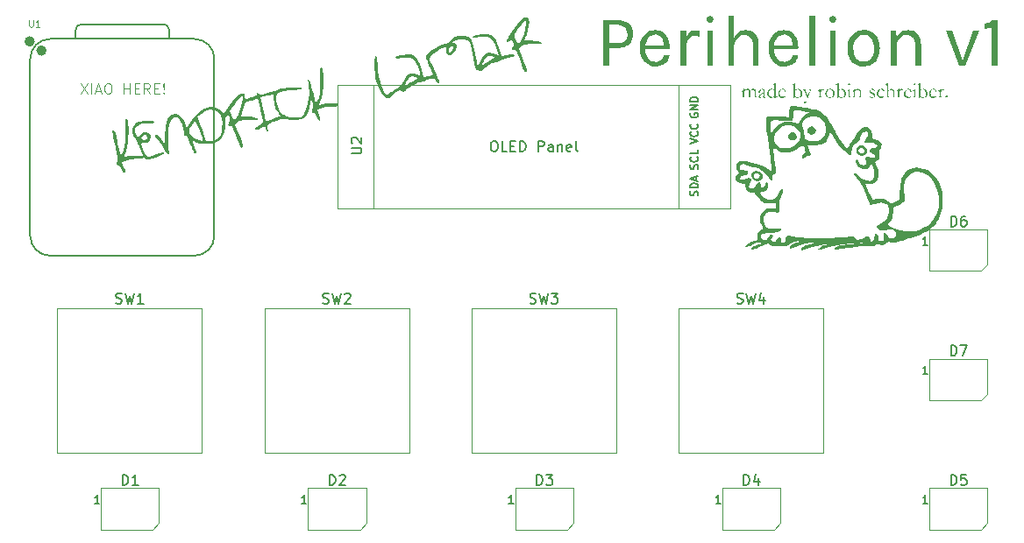
<source format=gbr>
%TF.GenerationSoftware,KiCad,Pcbnew,8.0.8*%
%TF.CreationDate,2025-02-16T16:29:03+01:00*%
%TF.ProjectId,Perihelion,50657269-6865-46c6-996f-6e2e6b696361,rev?*%
%TF.SameCoordinates,Original*%
%TF.FileFunction,Legend,Top*%
%TF.FilePolarity,Positive*%
%FSLAX46Y46*%
G04 Gerber Fmt 4.6, Leading zero omitted, Abs format (unit mm)*
G04 Created by KiCad (PCBNEW 8.0.8) date 2025-02-16 16:29:03*
%MOMM*%
%LPD*%
G01*
G04 APERTURE LIST*
%ADD10C,0.100000*%
%ADD11C,0.500000*%
%ADD12C,0.150000*%
%ADD13C,0.101600*%
%ADD14C,0.000000*%
%ADD15C,0.120000*%
%ADD16C,0.040000*%
%ADD17C,0.127000*%
%ADD18C,0.504000*%
G04 APERTURE END LIST*
D10*
G36*
X206541399Y-32717889D02*
G01*
X206586828Y-32694441D01*
X206650575Y-32680153D01*
X206675122Y-32641318D01*
X206680617Y-32567954D01*
X206682098Y-32490864D01*
X206682449Y-32413073D01*
X206681800Y-32335589D01*
X206679060Y-32255079D01*
X206672070Y-32181182D01*
X206668893Y-32165045D01*
X206610275Y-32145261D01*
X206563014Y-32135369D01*
X206563014Y-32100198D01*
X206629876Y-32067569D01*
X206661200Y-32043046D01*
X206709566Y-31985824D01*
X206753667Y-31921527D01*
X206765980Y-31902362D01*
X206772208Y-31902362D01*
X206791625Y-31900896D01*
X206805181Y-31904926D01*
X206804082Y-31998715D01*
X206806280Y-32060265D01*
X206866513Y-32011176D01*
X206929225Y-31967169D01*
X206998622Y-31929001D01*
X207004117Y-31926542D01*
X207076167Y-31905805D01*
X207138939Y-31900896D01*
X207214877Y-31907980D01*
X207281088Y-31933136D01*
X207338700Y-31985867D01*
X207381106Y-32049640D01*
X207442083Y-31998604D01*
X207504062Y-31956357D01*
X207547435Y-31933869D01*
X207617824Y-31910202D01*
X207693616Y-31900928D01*
X207698377Y-31900896D01*
X207772869Y-31909511D01*
X207843074Y-31938560D01*
X207888154Y-31973803D01*
X207933062Y-32039044D01*
X207956577Y-32115957D01*
X207963258Y-32191057D01*
X207963258Y-32273855D01*
X207964357Y-32365080D01*
X207963258Y-32599187D01*
X207981943Y-32661102D01*
X208044591Y-32679054D01*
X208084891Y-32693342D01*
X208091120Y-32710195D01*
X208084891Y-32745000D01*
X208077564Y-32745000D01*
X207973517Y-32742069D01*
X207914898Y-32740969D01*
X207837761Y-32742544D01*
X207776779Y-32745000D01*
X207724023Y-32745000D01*
X207679692Y-32746099D01*
X207678960Y-32724849D01*
X207685921Y-32698105D01*
X207759122Y-32679150D01*
X207762124Y-32678688D01*
X207822208Y-32651577D01*
X207832870Y-32575917D01*
X207834298Y-32496238D01*
X207834119Y-32410227D01*
X207833583Y-32336290D01*
X207832230Y-32253065D01*
X207829082Y-32175227D01*
X207826971Y-32154420D01*
X207802545Y-32084110D01*
X207761758Y-32037184D01*
X207693417Y-32002820D01*
X207628401Y-31994685D01*
X207552152Y-32005991D01*
X207507501Y-32023628D01*
X207442251Y-32065050D01*
X207392463Y-32110090D01*
X207391364Y-32135369D01*
X207391364Y-32295837D01*
X207387334Y-32420767D01*
X207387492Y-32496547D01*
X207388158Y-32570793D01*
X207390631Y-32638387D01*
X207408217Y-32676489D01*
X207481010Y-32696904D01*
X207489183Y-32698105D01*
X207535345Y-32705432D01*
X207547801Y-32729246D01*
X207538642Y-32745732D01*
X207521057Y-32745732D01*
X207469399Y-32745000D01*
X207169713Y-32745000D01*
X207087281Y-32745732D01*
X207085450Y-32723018D01*
X207086182Y-32710561D01*
X207159548Y-32688887D01*
X207170812Y-32686748D01*
X207236758Y-32669162D01*
X207245917Y-32655607D01*
X207252958Y-32580795D01*
X207253244Y-32572442D01*
X207258374Y-32451908D01*
X207256175Y-32315621D01*
X207257274Y-32239783D01*
X207252230Y-32166632D01*
X207230588Y-32091754D01*
X207205617Y-32053304D01*
X207143469Y-32007565D01*
X207075924Y-31994685D01*
X207002834Y-32003845D01*
X206933980Y-32029068D01*
X206929378Y-32031322D01*
X206865816Y-32070799D01*
X206810082Y-32124975D01*
X206807013Y-32128775D01*
X206805914Y-32181165D01*
X206810310Y-32525181D01*
X206812957Y-32600664D01*
X206823133Y-32653775D01*
X206876256Y-32675757D01*
X206948864Y-32691762D01*
X206961618Y-32698105D01*
X206970778Y-32720819D01*
X206969678Y-32745000D01*
X206892570Y-32745000D01*
X206817480Y-32745000D01*
X206812142Y-32745000D01*
X206738136Y-32746099D01*
X206686479Y-32749030D01*
X206654605Y-32749030D01*
X206539200Y-32753426D01*
X206537002Y-32745000D01*
X206541399Y-32717889D01*
G37*
G36*
X208616486Y-31904926D02*
G01*
X208671074Y-31917016D01*
X208732361Y-31957186D01*
X208747278Y-31973803D01*
X208782312Y-32038924D01*
X208787578Y-32062463D01*
X208791041Y-32137253D01*
X208791604Y-32217550D01*
X208791608Y-32226228D01*
X208788677Y-32392191D01*
X208789776Y-32513091D01*
X208788677Y-32553757D01*
X208787578Y-32598454D01*
X208806995Y-32653775D01*
X208853524Y-32674658D01*
X208917043Y-32636018D01*
X208920568Y-32630694D01*
X208932658Y-32612376D01*
X208955373Y-32604316D01*
X208961601Y-32623733D01*
X208937055Y-32678321D01*
X208889434Y-32735686D01*
X208865614Y-32753060D01*
X208797836Y-32768447D01*
X208722694Y-32753465D01*
X208686461Y-32725949D01*
X208657781Y-32655479D01*
X208654588Y-32636189D01*
X208539183Y-32713126D01*
X208471826Y-32746635D01*
X208446493Y-32755624D01*
X208373907Y-32766644D01*
X208322662Y-32768447D01*
X208252039Y-32748131D01*
X208239863Y-32737672D01*
X208209930Y-32669992D01*
X208209455Y-32658171D01*
X208223814Y-32604316D01*
X208354902Y-32604316D01*
X208382013Y-32671360D01*
X208450889Y-32698105D01*
X208522244Y-32678141D01*
X208527826Y-32675390D01*
X208593009Y-32634451D01*
X208648708Y-32586606D01*
X208652756Y-32582700D01*
X208656427Y-32508468D01*
X208659166Y-32434432D01*
X208659717Y-32398053D01*
X208656786Y-32322948D01*
X208585803Y-32354272D01*
X208520237Y-32392199D01*
X208510607Y-32398419D01*
X208449067Y-32445352D01*
X208396673Y-32502330D01*
X208387875Y-32514556D01*
X208356963Y-32582906D01*
X208354902Y-32604316D01*
X208223814Y-32604316D01*
X208228534Y-32586612D01*
X208271269Y-32520787D01*
X208296284Y-32491109D01*
X208350257Y-32439103D01*
X208414084Y-32392719D01*
X208479091Y-32356208D01*
X208532955Y-32331741D01*
X208604963Y-32301518D01*
X208661915Y-32276053D01*
X208664111Y-32202774D01*
X208664113Y-32200216D01*
X208660535Y-32124889D01*
X208645187Y-32052318D01*
X208627477Y-32018866D01*
X208565822Y-31976866D01*
X208522697Y-31971238D01*
X208449868Y-31987368D01*
X208390073Y-32028391D01*
X208351108Y-32093371D01*
X208332187Y-32163579D01*
X208308374Y-32222930D01*
X208240754Y-32252490D01*
X208237299Y-32252606D01*
X208196266Y-32238684D01*
X208186008Y-32221465D01*
X208213022Y-32150436D01*
X208243161Y-32096168D01*
X208285960Y-32034719D01*
X208340648Y-31980915D01*
X208387142Y-31949623D01*
X208454299Y-31918074D01*
X208526828Y-31901324D01*
X208539183Y-31900896D01*
X208616486Y-31904926D01*
G37*
G36*
X209859041Y-31436579D02*
G01*
X209859926Y-31511085D01*
X209855896Y-31891737D01*
X209863224Y-32320750D01*
X209859926Y-32549361D01*
X209866698Y-32623035D01*
X209870184Y-32628496D01*
X209944236Y-32648812D01*
X209961043Y-32649378D01*
X210000244Y-32651210D01*
X210000244Y-32672459D01*
X209999145Y-32690045D01*
X209933199Y-32708729D01*
X209783722Y-32757822D01*
X209731332Y-32768447D01*
X209731332Y-32665132D01*
X209676744Y-32689312D01*
X209607606Y-32720147D01*
X209531597Y-32746113D01*
X209458794Y-32762187D01*
X209380722Y-32768447D01*
X209303748Y-32756372D01*
X209235865Y-32726372D01*
X209214759Y-32713492D01*
X209157022Y-32665974D01*
X209110208Y-32606399D01*
X209085066Y-32559986D01*
X209057382Y-32485505D01*
X209042476Y-32409891D01*
X209039637Y-32358852D01*
X209042204Y-32320383D01*
X209190212Y-32320383D01*
X209195776Y-32397091D01*
X209215338Y-32473643D01*
X209248984Y-32539878D01*
X209279239Y-32578304D01*
X209339331Y-32629115D01*
X209407867Y-32661108D01*
X209484846Y-32674281D01*
X209501256Y-32674658D01*
X209578500Y-32668764D01*
X209640474Y-32653775D01*
X209709103Y-32624365D01*
X209724005Y-32613475D01*
X209726461Y-32539097D01*
X209727559Y-32455657D01*
X209727972Y-32374371D01*
X209728035Y-32321482D01*
X209727211Y-32246044D01*
X209723730Y-32168525D01*
X209713893Y-32095233D01*
X209710816Y-32084811D01*
X209666608Y-32022586D01*
X209625819Y-31991755D01*
X209558575Y-31960199D01*
X209483925Y-31947963D01*
X209473412Y-31947791D01*
X209396299Y-31958917D01*
X209327670Y-31992294D01*
X209272644Y-32041946D01*
X209229174Y-32109595D01*
X209203817Y-32185529D01*
X209192225Y-32264996D01*
X209190212Y-32320383D01*
X209042204Y-32320383D01*
X209044534Y-32285466D01*
X209060763Y-32209411D01*
X209069312Y-32182997D01*
X209099105Y-32114736D01*
X209141741Y-32050118D01*
X209147714Y-32043046D01*
X209202481Y-31993347D01*
X209235275Y-31970872D01*
X209301287Y-31935108D01*
X209329064Y-31925443D01*
X209401831Y-31907824D01*
X209451796Y-31900896D01*
X209526194Y-31904084D01*
X209599682Y-31915104D01*
X209675116Y-31938717D01*
X209680774Y-31941196D01*
X209722906Y-31959515D01*
X209724005Y-31933869D01*
X209722906Y-31829822D01*
X209724005Y-31633450D01*
X209717398Y-31560434D01*
X209703122Y-31529769D01*
X209632749Y-31497265D01*
X209582955Y-31484340D01*
X209560240Y-31478845D01*
X209560240Y-31463091D01*
X209562438Y-31431950D01*
X209638089Y-31417943D01*
X209714940Y-31397077D01*
X209784205Y-31370630D01*
X209803506Y-31361608D01*
X209855896Y-31360509D01*
X209859041Y-31436579D01*
G37*
G36*
X210592975Y-31908189D02*
G01*
X210664783Y-31934384D01*
X210672522Y-31938998D01*
X210732605Y-31984616D01*
X210781893Y-32044563D01*
X210795621Y-32068691D01*
X210824810Y-32139901D01*
X210836287Y-32213405D01*
X210836287Y-32229159D01*
X210423028Y-32229159D01*
X210344626Y-32229159D01*
X210269439Y-32229159D01*
X210247906Y-32229159D01*
X210238381Y-32270191D01*
X210239480Y-32280450D01*
X210239480Y-32290341D01*
X210238381Y-32339434D01*
X210249547Y-32412299D01*
X210275514Y-32484107D01*
X210277948Y-32489644D01*
X210315957Y-32554787D01*
X210369331Y-32609524D01*
X210391521Y-32625198D01*
X210462968Y-32657566D01*
X210535370Y-32672026D01*
X210575436Y-32674658D01*
X210649968Y-32666140D01*
X210668859Y-32661468D01*
X210737689Y-32630282D01*
X210767777Y-32613108D01*
X210842149Y-32557421D01*
X210848377Y-32595157D01*
X210847278Y-32609445D01*
X210790914Y-32661880D01*
X210729675Y-32702135D01*
X210662640Y-32734560D01*
X210590249Y-32758855D01*
X210585694Y-32760020D01*
X210511856Y-32767780D01*
X210470289Y-32768447D01*
X210393057Y-32760072D01*
X210325942Y-32738771D01*
X210258935Y-32701340D01*
X210202491Y-32651008D01*
X210160345Y-32594057D01*
X210128660Y-32527589D01*
X210108710Y-32452750D01*
X210100789Y-32378236D01*
X210100261Y-32351891D01*
X210108227Y-32278138D01*
X210117114Y-32236486D01*
X210134939Y-32182264D01*
X210261095Y-32182264D01*
X210309455Y-32182264D01*
X210386664Y-32182264D01*
X210468317Y-32182264D01*
X210546627Y-32182264D01*
X210623063Y-32182264D01*
X210673255Y-32172739D01*
X210691939Y-32131706D01*
X210675951Y-32058736D01*
X210671057Y-32047076D01*
X210625360Y-31986074D01*
X210607676Y-31973803D01*
X210535891Y-31949417D01*
X210508391Y-31947791D01*
X210431864Y-31959220D01*
X210366506Y-31993506D01*
X210316782Y-32044511D01*
X210276812Y-32111272D01*
X210261095Y-32182264D01*
X210134939Y-32182264D01*
X210141111Y-32163488D01*
X210173228Y-32095858D01*
X210178663Y-32085910D01*
X210221196Y-32025718D01*
X210251936Y-31996884D01*
X210313093Y-31953098D01*
X210360013Y-31928374D01*
X210432462Y-31907766D01*
X210510198Y-31900923D01*
X210515718Y-31900896D01*
X210592975Y-31908189D01*
G37*
G36*
X211728384Y-31381758D02*
G01*
X211728384Y-31667522D01*
X211727285Y-31758747D01*
X211728384Y-31860596D01*
X211726186Y-31943028D01*
X211728384Y-31975635D01*
X211812648Y-31943394D01*
X211883493Y-31922037D01*
X211901308Y-31916650D01*
X211977145Y-31904835D01*
X212012683Y-31900896D01*
X212087009Y-31905739D01*
X212161017Y-31921916D01*
X212198063Y-31935334D01*
X212263947Y-31975531D01*
X212298080Y-32006409D01*
X212345608Y-32064318D01*
X212371353Y-32111922D01*
X212396358Y-32184342D01*
X212410944Y-32258804D01*
X212412386Y-32287411D01*
X212410377Y-32364965D01*
X212400651Y-32440263D01*
X212398098Y-32449344D01*
X212369556Y-32523292D01*
X212333752Y-32589217D01*
X212312369Y-32618604D01*
X212256115Y-32672705D01*
X212193037Y-32713212D01*
X212170952Y-32724483D01*
X212101486Y-32751273D01*
X212028826Y-32765699D01*
X211978611Y-32768447D01*
X211904100Y-32761493D01*
X211832975Y-32740633D01*
X211801290Y-32726315D01*
X211733218Y-32693441D01*
X211707501Y-32684183D01*
X211649799Y-32731581D01*
X211626168Y-32768447D01*
X211596493Y-32767348D01*
X211593196Y-32692518D01*
X211592114Y-32614269D01*
X211592096Y-32602117D01*
X211594295Y-32453007D01*
X211593196Y-32377170D01*
X211594299Y-32267627D01*
X211726186Y-32267627D01*
X211726546Y-32353536D01*
X211727879Y-32435467D01*
X211731034Y-32511852D01*
X211736444Y-32558520D01*
X211769589Y-32626040D01*
X211800191Y-32652676D01*
X211867999Y-32685284D01*
X211942707Y-32698105D01*
X212016255Y-32692449D01*
X212087829Y-32672566D01*
X212153488Y-32633682D01*
X212180844Y-32607613D01*
X212224121Y-32542433D01*
X212249365Y-32469027D01*
X212260906Y-32392050D01*
X212262909Y-32338335D01*
X212257116Y-32260185D01*
X212236750Y-32181627D01*
X212201719Y-32112980D01*
X212170219Y-32072721D01*
X212114661Y-32023664D01*
X212044909Y-31987987D01*
X211966713Y-31972130D01*
X211941608Y-31971238D01*
X211866497Y-31976680D01*
X211792904Y-31996483D01*
X211775645Y-32004211D01*
X211730582Y-32041214D01*
X211727027Y-32121147D01*
X211726340Y-32195817D01*
X211726186Y-32267627D01*
X211594299Y-32267627D01*
X211595394Y-32158817D01*
X211593196Y-32116685D01*
X211597226Y-32013736D01*
X211597226Y-31925443D01*
X211598325Y-31889539D01*
X211597422Y-31816059D01*
X211597226Y-31802344D01*
X211597226Y-31742260D01*
X211597500Y-31664431D01*
X211593392Y-31587400D01*
X211581838Y-31541127D01*
X211522011Y-31494358D01*
X211453244Y-31467121D01*
X211453244Y-31461625D01*
X211461671Y-31431950D01*
X211533169Y-31415428D01*
X211607530Y-31394255D01*
X211684752Y-31368430D01*
X211700540Y-31362707D01*
X211723255Y-31361608D01*
X211728384Y-31381758D01*
G37*
G36*
X212487124Y-31929473D02*
G01*
X212525226Y-31926908D01*
X212574685Y-31926908D01*
X212641730Y-31924344D01*
X212729291Y-31927641D01*
X212800366Y-31925443D01*
X212875792Y-31929417D01*
X212902215Y-31933136D01*
X212906245Y-31951088D01*
X212905146Y-31960247D01*
X212838468Y-31975635D01*
X212765231Y-31989632D01*
X212746877Y-31998715D01*
X212744678Y-32010439D01*
X212753105Y-32041214D01*
X212766294Y-32078217D01*
X212790697Y-32154930D01*
X212815152Y-32228111D01*
X212841922Y-32306608D01*
X212864113Y-32370942D01*
X212890904Y-32446596D01*
X212916687Y-32516755D01*
X212944488Y-32589114D01*
X212965230Y-32640586D01*
X212996188Y-32571251D01*
X213024308Y-32502913D01*
X213031175Y-32485614D01*
X213118736Y-32242714D01*
X213142892Y-32168563D01*
X213161090Y-32095861D01*
X213163066Y-32086277D01*
X213169295Y-32037916D01*
X213155739Y-32010439D01*
X213102250Y-31988824D01*
X213030397Y-31968628D01*
X213023115Y-31964644D01*
X213015788Y-31934968D01*
X213030076Y-31923244D01*
X213094190Y-31923244D01*
X213163066Y-31924344D01*
X213266015Y-31923244D01*
X213331960Y-31924344D01*
X213348447Y-31923244D01*
X213372260Y-31925443D01*
X213382519Y-31945226D01*
X213373360Y-31967575D01*
X213352477Y-31971238D01*
X213281017Y-31990206D01*
X213260886Y-32001646D01*
X213231210Y-32052205D01*
X213217655Y-32088475D01*
X213202634Y-32129874D01*
X213177355Y-32198018D01*
X213165265Y-32226960D01*
X213164166Y-32232090D01*
X212989043Y-32695174D01*
X212861182Y-33043220D01*
X212832240Y-33111730D01*
X212798339Y-33177676D01*
X212786078Y-33198192D01*
X212736555Y-33252342D01*
X212732222Y-33255711D01*
X212679832Y-33279891D01*
X212646859Y-33284288D01*
X212578715Y-33262306D01*
X212557100Y-33202955D01*
X212588974Y-33138475D01*
X212609490Y-33130048D01*
X212623046Y-33127117D01*
X212697418Y-33139482D01*
X212737351Y-33143604D01*
X212769225Y-33115394D01*
X212807885Y-33048143D01*
X212839278Y-32981880D01*
X212855687Y-32941371D01*
X212880481Y-32868772D01*
X212891957Y-32803251D01*
X212875633Y-32729639D01*
X212865212Y-32702135D01*
X212750907Y-32404281D01*
X212723452Y-32333826D01*
X212694441Y-32256805D01*
X212668223Y-32186462D01*
X212637425Y-32103347D01*
X212609490Y-32027658D01*
X212590806Y-31999082D01*
X212521196Y-31974902D01*
X212499581Y-31971238D01*
X212481995Y-31945959D01*
X212487124Y-31929473D01*
G37*
G36*
X213901657Y-32745000D02*
G01*
X213897627Y-32727048D01*
X213906786Y-32698105D01*
X213967602Y-32686015D01*
X214053332Y-32671360D01*
X214067620Y-32657438D01*
X214073848Y-32580502D01*
X214073785Y-32500343D01*
X214073529Y-32412717D01*
X214073077Y-32339064D01*
X214072112Y-32259420D01*
X214069818Y-32189591D01*
X214051133Y-32123279D01*
X213980816Y-32101807D01*
X213977128Y-32101297D01*
X213921441Y-32088475D01*
X213925471Y-32053304D01*
X213996757Y-32021533D01*
X214060550Y-31984622D01*
X214070917Y-31976367D01*
X214121357Y-31918659D01*
X214158478Y-31854002D01*
X214193283Y-31855101D01*
X214197753Y-31929547D01*
X214199213Y-32009231D01*
X214199511Y-32079316D01*
X214198412Y-32096535D01*
X214200610Y-32115586D01*
X214241628Y-32054035D01*
X214291178Y-31997154D01*
X214298429Y-31989923D01*
X214322243Y-31967208D01*
X214350087Y-31942295D01*
X214416328Y-31909993D01*
X214457431Y-31900896D01*
X214527756Y-31924724D01*
X214531437Y-31928007D01*
X214560380Y-31993953D01*
X214539863Y-32042313D01*
X214475750Y-32065027D01*
X214410903Y-32053304D01*
X214346789Y-32041580D01*
X214306856Y-32051106D01*
X214258816Y-32108741D01*
X214236514Y-32144895D01*
X214207753Y-32214129D01*
X214204640Y-32243080D01*
X214209769Y-32409410D01*
X214211967Y-32609445D01*
X214220027Y-32653775D01*
X214240544Y-32670994D01*
X214316101Y-32677352D01*
X214372801Y-32683817D01*
X214394417Y-32686015D01*
X214456332Y-32698105D01*
X214465491Y-32720819D01*
X214457065Y-32745000D01*
X214342759Y-32745000D01*
X214299528Y-32743900D01*
X214236514Y-32745000D01*
X214131734Y-32745000D01*
X214074947Y-32745000D01*
X213901657Y-32745000D01*
G37*
G36*
X215190470Y-31907172D02*
G01*
X215265681Y-31926001D01*
X215334826Y-31957381D01*
X215397906Y-32001314D01*
X215431228Y-32032055D01*
X215481620Y-32091978D01*
X215519635Y-32156986D01*
X215545273Y-32227078D01*
X215558534Y-32302254D01*
X215560554Y-32347494D01*
X215552082Y-32427178D01*
X215526666Y-32502466D01*
X215484305Y-32573358D01*
X215433339Y-32631781D01*
X215425000Y-32639853D01*
X215362276Y-32689959D01*
X215292715Y-32727759D01*
X215216317Y-32753252D01*
X215133082Y-32766438D01*
X215082449Y-32768447D01*
X215003967Y-32761935D01*
X214928347Y-32742401D01*
X214855589Y-32709843D01*
X214841381Y-32701769D01*
X214781257Y-32657375D01*
X214727831Y-32599484D01*
X214695935Y-32553391D01*
X214661310Y-32482598D01*
X214641057Y-32405225D01*
X214636777Y-32350425D01*
X214793754Y-32350425D01*
X214797821Y-32426165D01*
X214812430Y-32502334D01*
X214841564Y-32574778D01*
X214878750Y-32627397D01*
X214935952Y-32677049D01*
X215008295Y-32710426D01*
X215082627Y-32721460D01*
X215090509Y-32721552D01*
X215167445Y-32711294D01*
X215236912Y-32683044D01*
X215241451Y-32680519D01*
X215299564Y-32634828D01*
X215343354Y-32575448D01*
X215357588Y-32548262D01*
X215383932Y-32475825D01*
X215397400Y-32402364D01*
X215400819Y-32337236D01*
X215394368Y-32263796D01*
X215376824Y-32186936D01*
X215367114Y-32155153D01*
X215337009Y-32084708D01*
X215292884Y-32024904D01*
X215264166Y-31999815D01*
X215198629Y-31964251D01*
X215123837Y-31948604D01*
X215100767Y-31947791D01*
X215027926Y-31956580D01*
X214962281Y-31978932D01*
X214900742Y-32020765D01*
X214851875Y-32082615D01*
X214842480Y-32098733D01*
X214814739Y-32168475D01*
X214799512Y-32247129D01*
X214794182Y-32320510D01*
X214793754Y-32350425D01*
X214636777Y-32350425D01*
X214635118Y-32329176D01*
X214643390Y-32252425D01*
X214664427Y-32180066D01*
X214695893Y-32113658D01*
X214739000Y-32053561D01*
X214753454Y-32037550D01*
X214811231Y-31985558D01*
X214876055Y-31945716D01*
X214880216Y-31943761D01*
X214949588Y-31919356D01*
X215028744Y-31905082D01*
X215109193Y-31900896D01*
X215190470Y-31907172D01*
G37*
G36*
X215941573Y-31381758D02*
G01*
X215941573Y-31667522D01*
X215940474Y-31758747D01*
X215941573Y-31860596D01*
X215939375Y-31943028D01*
X215941573Y-31975635D01*
X216025837Y-31943394D01*
X216096683Y-31922037D01*
X216114497Y-31916650D01*
X216190334Y-31904835D01*
X216225872Y-31900896D01*
X216300198Y-31905739D01*
X216374206Y-31921916D01*
X216411252Y-31935334D01*
X216477137Y-31975531D01*
X216511270Y-32006409D01*
X216558797Y-32064318D01*
X216584542Y-32111922D01*
X216609547Y-32184342D01*
X216624133Y-32258804D01*
X216625575Y-32287411D01*
X216623566Y-32364965D01*
X216613840Y-32440263D01*
X216611287Y-32449344D01*
X216582745Y-32523292D01*
X216546941Y-32589217D01*
X216525558Y-32618604D01*
X216469304Y-32672705D01*
X216406226Y-32713212D01*
X216384141Y-32724483D01*
X216314675Y-32751273D01*
X216242015Y-32765699D01*
X216191800Y-32768447D01*
X216117289Y-32761493D01*
X216046164Y-32740633D01*
X216014480Y-32726315D01*
X215946407Y-32693441D01*
X215920690Y-32684183D01*
X215862988Y-32731581D01*
X215839357Y-32768447D01*
X215809682Y-32767348D01*
X215806385Y-32692518D01*
X215805303Y-32614269D01*
X215805286Y-32602117D01*
X215807484Y-32453007D01*
X215806385Y-32377170D01*
X215807488Y-32267627D01*
X215939375Y-32267627D01*
X215939736Y-32353536D01*
X215941068Y-32435467D01*
X215944224Y-32511852D01*
X215949633Y-32558520D01*
X215982778Y-32626040D01*
X216013381Y-32652676D01*
X216081188Y-32685284D01*
X216155896Y-32698105D01*
X216229444Y-32692449D01*
X216301018Y-32672566D01*
X216366677Y-32633682D01*
X216394033Y-32607613D01*
X216437310Y-32542433D01*
X216462555Y-32469027D01*
X216474095Y-32392050D01*
X216476099Y-32338335D01*
X216470305Y-32260185D01*
X216449939Y-32181627D01*
X216414909Y-32112980D01*
X216383408Y-32072721D01*
X216327851Y-32023664D01*
X216258098Y-31987987D01*
X216179902Y-31972130D01*
X216154797Y-31971238D01*
X216079686Y-31976680D01*
X216006093Y-31996483D01*
X215988834Y-32004211D01*
X215943771Y-32041214D01*
X215940216Y-32121147D01*
X215939529Y-32195817D01*
X215939375Y-32267627D01*
X215807488Y-32267627D01*
X215808583Y-32158817D01*
X215806385Y-32116685D01*
X215810415Y-32013736D01*
X215810415Y-31925443D01*
X215811514Y-31889539D01*
X215810611Y-31816059D01*
X215810415Y-31802344D01*
X215810415Y-31742260D01*
X215810689Y-31664431D01*
X215806581Y-31587400D01*
X215795027Y-31541127D01*
X215735200Y-31494358D01*
X215666434Y-31467121D01*
X215666434Y-31461625D01*
X215674860Y-31431950D01*
X215746358Y-31415428D01*
X215820719Y-31394255D01*
X215897941Y-31368430D01*
X215913729Y-31362707D01*
X215936444Y-31361608D01*
X215941573Y-31381758D01*
G37*
G36*
X216848691Y-31439277D02*
G01*
X216875069Y-31384689D01*
X216938450Y-31361608D01*
X217005495Y-31387620D01*
X217034438Y-31443307D01*
X217005495Y-31499361D01*
X216938450Y-31525739D01*
X216874337Y-31501926D01*
X216848691Y-31439277D01*
G37*
G36*
X216762229Y-32065027D02*
G01*
X216763328Y-32029856D01*
X216831402Y-32002099D01*
X216835502Y-31999815D01*
X216893067Y-31953859D01*
X216913171Y-31932770D01*
X216958995Y-31872291D01*
X216981681Y-31832020D01*
X217001099Y-31829455D01*
X217013555Y-31830554D01*
X217017951Y-31900896D01*
X217015753Y-31945959D01*
X217015753Y-31999082D01*
X217016852Y-32288510D01*
X217013555Y-32594790D01*
X217026011Y-32646448D01*
X217093546Y-32675717D01*
X217105512Y-32679054D01*
X217167428Y-32698105D01*
X217170359Y-32718988D01*
X217165230Y-32745000D01*
X217088621Y-32745000D01*
X217062281Y-32745000D01*
X216987531Y-32745000D01*
X216948709Y-32745000D01*
X216871757Y-32745000D01*
X216793189Y-32745000D01*
X216783845Y-32745000D01*
X216724127Y-32745000D01*
X216707641Y-32741336D01*
X216702512Y-32725949D01*
X216721929Y-32698105D01*
X216797944Y-32682234D01*
X216827076Y-32676489D01*
X216870307Y-32657805D01*
X216887892Y-32595157D01*
X216889144Y-32516135D01*
X216889669Y-32434968D01*
X216889953Y-32346281D01*
X216890071Y-32258895D01*
X216890090Y-32200582D01*
X216885656Y-32126461D01*
X216883862Y-32120348D01*
X216856385Y-32094703D01*
X216783558Y-32069713D01*
X216762229Y-32065027D01*
G37*
G36*
X217222383Y-32700303D02*
G01*
X217282100Y-32688946D01*
X217354849Y-32672901D01*
X217360136Y-32669528D01*
X217372958Y-32617505D01*
X217374790Y-32583799D01*
X217375889Y-32535806D01*
X217373691Y-32247110D01*
X217359523Y-32174274D01*
X217357571Y-32172006D01*
X217289015Y-32141506D01*
X217254256Y-32135369D01*
X217254256Y-32100198D01*
X217324232Y-32071849D01*
X217369661Y-32040481D01*
X217420591Y-31984265D01*
X217460862Y-31917126D01*
X217468579Y-31900896D01*
X217503750Y-31901995D01*
X217506681Y-31966475D01*
X217506681Y-32030223D01*
X217507780Y-32047442D01*
X217536723Y-32026559D01*
X217599371Y-31984244D01*
X217663485Y-31950355D01*
X217731917Y-31922766D01*
X217778890Y-31909323D01*
X217851064Y-31900896D01*
X217924909Y-31910556D01*
X217992320Y-31942155D01*
X217996144Y-31944860D01*
X218051000Y-31999188D01*
X218074912Y-32048175D01*
X218087184Y-32122547D01*
X218091742Y-32203147D01*
X218092864Y-32284113D01*
X218092864Y-32434689D01*
X218091399Y-32474623D01*
X218089935Y-32549576D01*
X218089933Y-32552292D01*
X218093151Y-32626574D01*
X218096161Y-32641318D01*
X218122906Y-32667330D01*
X218197529Y-32680479D01*
X218238311Y-32698105D01*
X218238311Y-32709462D01*
X218232083Y-32745000D01*
X218212665Y-32745000D01*
X218076378Y-32745000D01*
X217942655Y-32746099D01*
X217866943Y-32746701D01*
X217805635Y-32745000D01*
X217799406Y-32718255D01*
X217806734Y-32698105D01*
X217878583Y-32682520D01*
X217884769Y-32681985D01*
X217926168Y-32675757D01*
X217954012Y-32659637D01*
X217966468Y-32618970D01*
X217964270Y-32590760D01*
X217961925Y-32516367D01*
X217960904Y-32442520D01*
X217960240Y-32358485D01*
X217960240Y-32305729D01*
X217962072Y-32224762D01*
X217956849Y-32150960D01*
X217934439Y-32078765D01*
X217908583Y-32044511D01*
X217841514Y-32005633D01*
X217765334Y-31994685D01*
X217688776Y-32004307D01*
X217630512Y-32025094D01*
X217565574Y-32063012D01*
X217506525Y-32112203D01*
X217502651Y-32115952D01*
X217500487Y-32190284D01*
X217500453Y-32199117D01*
X217503750Y-32423698D01*
X217504071Y-32503130D01*
X217505373Y-32578528D01*
X217508879Y-32639487D01*
X217516207Y-32661835D01*
X217548813Y-32675024D01*
X217605966Y-32689312D01*
X217648831Y-32700303D01*
X217676674Y-32723750D01*
X217675575Y-32747198D01*
X217567498Y-32747198D01*
X217345115Y-32745000D01*
X217270525Y-32746889D01*
X217246929Y-32747198D01*
X217221284Y-32747198D01*
X217219085Y-32728879D01*
X217222383Y-32700303D01*
G37*
G36*
X218928541Y-32487079D02*
G01*
X218958304Y-32554879D01*
X218986060Y-32605781D01*
X219038036Y-32662386D01*
X219079849Y-32691144D01*
X219151806Y-32717276D01*
X219198551Y-32721552D01*
X219271538Y-32702518D01*
X219315055Y-32672826D01*
X219354125Y-32607853D01*
X219356088Y-32587096D01*
X219339039Y-32513579D01*
X219307728Y-32467295D01*
X219248723Y-32420943D01*
X219178946Y-32385606D01*
X219123813Y-32363614D01*
X219054635Y-32334889D01*
X218989289Y-32298442D01*
X218942096Y-32257002D01*
X218905792Y-32192403D01*
X218895568Y-32127676D01*
X218909001Y-32052003D01*
X218933670Y-32006775D01*
X218989120Y-31953603D01*
X219038817Y-31927641D01*
X219110880Y-31906015D01*
X219162281Y-31900896D01*
X219235895Y-31903998D01*
X219293806Y-31911887D01*
X219366283Y-31932037D01*
X219394190Y-31944860D01*
X219402330Y-32020916D01*
X219407056Y-32095599D01*
X219407379Y-32102030D01*
X219409577Y-32135369D01*
X219386863Y-32136102D01*
X219372575Y-32136102D01*
X219339406Y-32067070D01*
X219290016Y-32008514D01*
X219278419Y-31998715D01*
X219215404Y-31960522D01*
X219153122Y-31947791D01*
X219079244Y-31965280D01*
X219053105Y-31984794D01*
X219018017Y-32049530D01*
X219015003Y-32081147D01*
X219038565Y-32153155D01*
X219045778Y-32162114D01*
X219106893Y-32204180D01*
X219176617Y-32234542D01*
X219190491Y-32239783D01*
X219261509Y-32268237D01*
X219330731Y-32303700D01*
X219356454Y-32321116D01*
X219408546Y-32373738D01*
X219433025Y-32416737D01*
X219454994Y-32488580D01*
X219457937Y-32524448D01*
X219444702Y-32596991D01*
X219411043Y-32656706D01*
X219358195Y-32709187D01*
X219293440Y-32743534D01*
X219218942Y-32763678D01*
X219167411Y-32768447D01*
X219087705Y-32763438D01*
X219012078Y-32748411D01*
X218940529Y-32723367D01*
X218926709Y-32717156D01*
X218915352Y-32688213D01*
X218913154Y-32660369D01*
X218903767Y-32583508D01*
X218896732Y-32509888D01*
X218896667Y-32506496D01*
X218901796Y-32491109D01*
X218928541Y-32487079D01*
G37*
G36*
X220367254Y-32557421D02*
G01*
X220368353Y-32620802D01*
X220313408Y-32671421D01*
X220249032Y-32716286D01*
X220209717Y-32735840D01*
X220135786Y-32758130D01*
X220057591Y-32767651D01*
X220025069Y-32768447D01*
X219948413Y-32761390D01*
X219877124Y-32740221D01*
X219816974Y-32708729D01*
X219758272Y-32661578D01*
X219709612Y-32602737D01*
X219674092Y-32539103D01*
X219645725Y-32464268D01*
X219629133Y-32390386D01*
X219624267Y-32324047D01*
X219631367Y-32245970D01*
X219652666Y-32170922D01*
X219684351Y-32105327D01*
X219730499Y-32040741D01*
X219785825Y-31988536D01*
X219844085Y-31951821D01*
X219918613Y-31922828D01*
X219996809Y-31906914D01*
X220075689Y-31901095D01*
X220094312Y-31900896D01*
X220169882Y-31904577D01*
X220247527Y-31919071D01*
X220313764Y-31947424D01*
X220355526Y-32009201D01*
X220355896Y-32017034D01*
X220334281Y-32068325D01*
X220278593Y-32088475D01*
X220206533Y-32064177D01*
X220165387Y-32032055D01*
X220106045Y-31989068D01*
X220096144Y-31984427D01*
X220027267Y-31971238D01*
X219953016Y-31985544D01*
X219890545Y-32028460D01*
X219874860Y-32045976D01*
X219833950Y-32110029D01*
X219806429Y-32182659D01*
X219792296Y-32263867D01*
X219790230Y-32312690D01*
X219795634Y-32391275D01*
X219814632Y-32469611D01*
X219847308Y-32537282D01*
X219876692Y-32576472D01*
X219933750Y-32628250D01*
X220002961Y-32663056D01*
X220078925Y-32674658D01*
X220154671Y-32668429D01*
X220221441Y-32649745D01*
X220289035Y-32614207D01*
X220351778Y-32569687D01*
X220367254Y-32557421D01*
G37*
G36*
X220443457Y-32698105D02*
G01*
X220519535Y-32683611D01*
X220582676Y-32665865D01*
X220594033Y-32633625D01*
X220592934Y-32566946D01*
X220594033Y-32448977D01*
X220591835Y-32148192D01*
X220592934Y-32036085D01*
X220592934Y-31956217D01*
X220595865Y-31858398D01*
X220595697Y-31778636D01*
X220595079Y-31702056D01*
X220593404Y-31623430D01*
X220591102Y-31583625D01*
X220573517Y-31527205D01*
X220503583Y-31495964D01*
X220437229Y-31478845D01*
X220437229Y-31469319D01*
X220439427Y-31431950D01*
X220466905Y-31427554D01*
X220492916Y-31423524D01*
X220569164Y-31401827D01*
X220638958Y-31376743D01*
X220670969Y-31361608D01*
X220721528Y-31361608D01*
X220723363Y-31441230D01*
X220723707Y-31519140D01*
X220723726Y-31547355D01*
X220722627Y-31680345D01*
X220723726Y-31852536D01*
X220719330Y-32064295D01*
X220721528Y-32106427D01*
X220771607Y-32046851D01*
X220816416Y-32000547D01*
X220878910Y-31954759D01*
X220930722Y-31927641D01*
X221001111Y-31906015D01*
X221058583Y-31900896D01*
X221133265Y-31911200D01*
X221204920Y-31946337D01*
X221260519Y-31999918D01*
X221265579Y-32006409D01*
X221298975Y-32075805D01*
X221311380Y-32154312D01*
X221312107Y-32181898D01*
X221308810Y-32285212D01*
X221309909Y-32343098D01*
X221305879Y-32443482D01*
X221303584Y-32517336D01*
X221301849Y-32591493D01*
X221303681Y-32662568D01*
X221362299Y-32675757D01*
X221435526Y-32692861D01*
X221453157Y-32698105D01*
X221452058Y-32745000D01*
X221232606Y-32745000D01*
X221155693Y-32745000D01*
X221131489Y-32745000D01*
X221072871Y-32745000D01*
X221050157Y-32745000D01*
X221045027Y-32728147D01*
X221045027Y-32718255D01*
X221098883Y-32691877D01*
X221160799Y-32677588D01*
X221175087Y-32655973D01*
X221179392Y-32576106D01*
X221181750Y-32496330D01*
X221183609Y-32419067D01*
X221184246Y-32389993D01*
X221186444Y-32313789D01*
X221186054Y-32235979D01*
X221178421Y-32162056D01*
X221167759Y-32114120D01*
X221130624Y-32049624D01*
X221102180Y-32027292D01*
X221032371Y-31999271D01*
X220984577Y-31994685D01*
X220910951Y-32006114D01*
X220879431Y-32018866D01*
X220817920Y-32062443D01*
X220797732Y-32080415D01*
X220746254Y-32134647D01*
X220731786Y-32155519D01*
X220719696Y-32224030D01*
X220720429Y-32296203D01*
X220718597Y-32372041D01*
X220720245Y-32448222D01*
X220721528Y-32501367D01*
X220720429Y-32567679D01*
X220722627Y-32640219D01*
X220725558Y-32662934D01*
X220871004Y-32698105D01*
X220905076Y-32712393D01*
X220908007Y-32725582D01*
X220902878Y-32745000D01*
X220857449Y-32745000D01*
X220777215Y-32745000D01*
X220599895Y-32745000D01*
X220466905Y-32745000D01*
X220436130Y-32741702D01*
X220435031Y-32730345D01*
X220443457Y-32698105D01*
G37*
G36*
X221502983Y-32745000D02*
G01*
X221498953Y-32727048D01*
X221508112Y-32698105D01*
X221568928Y-32686015D01*
X221654658Y-32671360D01*
X221668946Y-32657438D01*
X221675174Y-32580502D01*
X221675111Y-32500343D01*
X221674855Y-32412717D01*
X221674403Y-32339064D01*
X221673438Y-32259420D01*
X221671144Y-32189591D01*
X221652459Y-32123279D01*
X221582142Y-32101807D01*
X221578454Y-32101297D01*
X221522766Y-32088475D01*
X221526796Y-32053304D01*
X221598083Y-32021533D01*
X221661876Y-31984622D01*
X221672243Y-31976367D01*
X221722683Y-31918659D01*
X221759804Y-31854002D01*
X221794609Y-31855101D01*
X221799079Y-31929547D01*
X221800539Y-32009231D01*
X221800837Y-32079316D01*
X221799738Y-32096535D01*
X221801936Y-32115586D01*
X221842953Y-32054035D01*
X221892504Y-31997154D01*
X221899755Y-31989923D01*
X221923569Y-31967208D01*
X221951413Y-31942295D01*
X222017654Y-31909993D01*
X222058757Y-31900896D01*
X222129082Y-31924724D01*
X222132763Y-31928007D01*
X222161706Y-31993953D01*
X222141189Y-32042313D01*
X222077076Y-32065027D01*
X222012229Y-32053304D01*
X221948115Y-32041580D01*
X221908182Y-32051106D01*
X221860141Y-32108741D01*
X221837840Y-32144895D01*
X221809079Y-32214129D01*
X221805966Y-32243080D01*
X221811095Y-32409410D01*
X221813293Y-32609445D01*
X221821353Y-32653775D01*
X221841870Y-32670994D01*
X221917427Y-32677352D01*
X221974127Y-32683817D01*
X221995743Y-32686015D01*
X222057658Y-32698105D01*
X222066817Y-32720819D01*
X222058391Y-32745000D01*
X221944085Y-32745000D01*
X221900854Y-32743900D01*
X221837840Y-32745000D01*
X221733060Y-32745000D01*
X221676273Y-32745000D01*
X221502983Y-32745000D01*
G37*
G36*
X222734287Y-31908189D02*
G01*
X222806095Y-31934384D01*
X222813834Y-31938998D01*
X222873917Y-31984616D01*
X222923205Y-32044563D01*
X222936933Y-32068691D01*
X222966122Y-32139901D01*
X222977599Y-32213405D01*
X222977599Y-32229159D01*
X222564340Y-32229159D01*
X222485938Y-32229159D01*
X222410751Y-32229159D01*
X222389218Y-32229159D01*
X222379692Y-32270191D01*
X222380792Y-32280450D01*
X222380792Y-32290341D01*
X222379692Y-32339434D01*
X222390859Y-32412299D01*
X222416825Y-32484107D01*
X222419260Y-32489644D01*
X222457269Y-32554787D01*
X222510643Y-32609524D01*
X222532833Y-32625198D01*
X222604279Y-32657566D01*
X222676682Y-32672026D01*
X222716748Y-32674658D01*
X222791280Y-32666140D01*
X222810170Y-32661468D01*
X222879001Y-32630282D01*
X222909089Y-32613108D01*
X222983461Y-32557421D01*
X222989689Y-32595157D01*
X222988590Y-32609445D01*
X222932226Y-32661880D01*
X222870987Y-32702135D01*
X222803952Y-32734560D01*
X222731561Y-32758855D01*
X222727006Y-32760020D01*
X222653168Y-32767780D01*
X222611601Y-32768447D01*
X222534369Y-32760072D01*
X222467254Y-32738771D01*
X222400247Y-32701340D01*
X222343803Y-32651008D01*
X222301657Y-32594057D01*
X222269972Y-32527589D01*
X222250022Y-32452750D01*
X222242101Y-32378236D01*
X222241573Y-32351891D01*
X222249539Y-32278138D01*
X222258426Y-32236486D01*
X222276251Y-32182264D01*
X222402407Y-32182264D01*
X222450767Y-32182264D01*
X222527976Y-32182264D01*
X222609629Y-32182264D01*
X222687939Y-32182264D01*
X222764375Y-32182264D01*
X222814567Y-32172739D01*
X222833251Y-32131706D01*
X222817263Y-32058736D01*
X222812369Y-32047076D01*
X222766672Y-31986074D01*
X222748988Y-31973803D01*
X222677203Y-31949417D01*
X222649703Y-31947791D01*
X222573176Y-31959220D01*
X222507818Y-31993506D01*
X222458094Y-32044511D01*
X222418123Y-32111272D01*
X222402407Y-32182264D01*
X222276251Y-32182264D01*
X222282423Y-32163488D01*
X222314540Y-32095858D01*
X222319975Y-32085910D01*
X222362508Y-32025718D01*
X222393248Y-31996884D01*
X222454405Y-31953098D01*
X222501325Y-31928374D01*
X222573774Y-31907766D01*
X222651510Y-31900923D01*
X222657030Y-31900896D01*
X222734287Y-31908189D01*
G37*
G36*
X223180931Y-31439277D02*
G01*
X223207309Y-31384689D01*
X223270690Y-31361608D01*
X223337735Y-31387620D01*
X223366678Y-31443307D01*
X223337735Y-31499361D01*
X223270690Y-31525739D01*
X223206577Y-31501926D01*
X223180931Y-31439277D01*
G37*
G36*
X223094469Y-32065027D02*
G01*
X223095568Y-32029856D01*
X223163642Y-32002099D01*
X223167742Y-31999815D01*
X223225307Y-31953859D01*
X223245411Y-31932770D01*
X223291235Y-31872291D01*
X223313921Y-31832020D01*
X223333339Y-31829455D01*
X223345795Y-31830554D01*
X223350191Y-31900896D01*
X223347993Y-31945959D01*
X223347993Y-31999082D01*
X223349092Y-32288510D01*
X223345795Y-32594790D01*
X223358251Y-32646448D01*
X223425786Y-32675717D01*
X223437752Y-32679054D01*
X223499668Y-32698105D01*
X223502599Y-32718988D01*
X223497470Y-32745000D01*
X223420861Y-32745000D01*
X223394521Y-32745000D01*
X223319771Y-32745000D01*
X223280949Y-32745000D01*
X223203997Y-32745000D01*
X223125429Y-32745000D01*
X223116085Y-32745000D01*
X223056367Y-32745000D01*
X223039881Y-32741336D01*
X223034752Y-32725949D01*
X223054169Y-32698105D01*
X223130184Y-32682234D01*
X223159316Y-32676489D01*
X223202547Y-32657805D01*
X223220132Y-32595157D01*
X223221384Y-32516135D01*
X223221910Y-32434968D01*
X223222193Y-32346281D01*
X223222311Y-32258895D01*
X223222330Y-32200582D01*
X223217896Y-32126461D01*
X223216102Y-32120348D01*
X223188625Y-32094703D01*
X223115798Y-32069713D01*
X223094469Y-32065027D01*
G37*
G36*
X223825732Y-31381758D02*
G01*
X223825732Y-31667522D01*
X223824633Y-31758747D01*
X223825732Y-31860596D01*
X223823534Y-31943028D01*
X223825732Y-31975635D01*
X223909996Y-31943394D01*
X223980842Y-31922037D01*
X223998656Y-31916650D01*
X224074494Y-31904835D01*
X224110031Y-31900896D01*
X224184357Y-31905739D01*
X224258365Y-31921916D01*
X224295411Y-31935334D01*
X224361296Y-31975531D01*
X224395429Y-32006409D01*
X224442956Y-32064318D01*
X224468702Y-32111922D01*
X224493706Y-32184342D01*
X224508292Y-32258804D01*
X224509734Y-32287411D01*
X224507725Y-32364965D01*
X224498000Y-32440263D01*
X224495446Y-32449344D01*
X224466904Y-32523292D01*
X224431100Y-32589217D01*
X224409717Y-32618604D01*
X224353464Y-32672705D01*
X224290385Y-32713212D01*
X224268300Y-32724483D01*
X224198834Y-32751273D01*
X224126174Y-32765699D01*
X224075959Y-32768447D01*
X224001448Y-32761493D01*
X223930324Y-32740633D01*
X223898639Y-32726315D01*
X223830567Y-32693441D01*
X223804849Y-32684183D01*
X223747147Y-32731581D01*
X223723517Y-32768447D01*
X223693841Y-32767348D01*
X223690544Y-32692518D01*
X223689462Y-32614269D01*
X223689445Y-32602117D01*
X223691643Y-32453007D01*
X223690544Y-32377170D01*
X223691647Y-32267627D01*
X223823534Y-32267627D01*
X223823895Y-32353536D01*
X223825227Y-32435467D01*
X223828383Y-32511852D01*
X223833792Y-32558520D01*
X223866937Y-32626040D01*
X223897540Y-32652676D01*
X223965347Y-32685284D01*
X224040055Y-32698105D01*
X224113603Y-32692449D01*
X224185177Y-32672566D01*
X224250836Y-32633682D01*
X224278192Y-32607613D01*
X224321469Y-32542433D01*
X224346714Y-32469027D01*
X224358254Y-32392050D01*
X224360258Y-32338335D01*
X224354465Y-32260185D01*
X224334098Y-32181627D01*
X224299068Y-32112980D01*
X224267568Y-32072721D01*
X224212010Y-32023664D01*
X224142257Y-31987987D01*
X224064061Y-31972130D01*
X224038956Y-31971238D01*
X223963845Y-31976680D01*
X223890252Y-31996483D01*
X223872993Y-32004211D01*
X223827930Y-32041214D01*
X223824376Y-32121147D01*
X223823689Y-32195817D01*
X223823534Y-32267627D01*
X223691647Y-32267627D01*
X223692742Y-32158817D01*
X223690544Y-32116685D01*
X223694574Y-32013736D01*
X223694574Y-31925443D01*
X223695673Y-31889539D01*
X223694770Y-31816059D01*
X223694574Y-31802344D01*
X223694574Y-31742260D01*
X223694849Y-31664431D01*
X223690740Y-31587400D01*
X223679187Y-31541127D01*
X223619359Y-31494358D01*
X223550593Y-31467121D01*
X223550593Y-31461625D01*
X223559019Y-31431950D01*
X223630517Y-31415428D01*
X223704878Y-31394255D01*
X223782101Y-31368430D01*
X223797889Y-31362707D01*
X223820603Y-31361608D01*
X223825732Y-31381758D01*
G37*
G36*
X225159619Y-31908189D02*
G01*
X225231426Y-31934384D01*
X225239166Y-31938998D01*
X225299249Y-31984616D01*
X225348536Y-32044563D01*
X225362264Y-32068691D01*
X225391453Y-32139901D01*
X225402930Y-32213405D01*
X225402930Y-32229159D01*
X224989672Y-32229159D01*
X224911270Y-32229159D01*
X224836083Y-32229159D01*
X224814549Y-32229159D01*
X224805024Y-32270191D01*
X224806123Y-32280450D01*
X224806123Y-32290341D01*
X224805024Y-32339434D01*
X224816191Y-32412299D01*
X224842157Y-32484107D01*
X224844591Y-32489644D01*
X224882600Y-32554787D01*
X224935975Y-32609524D01*
X224958164Y-32625198D01*
X225029611Y-32657566D01*
X225102014Y-32672026D01*
X225142079Y-32674658D01*
X225216611Y-32666140D01*
X225235502Y-32661468D01*
X225304333Y-32630282D01*
X225334420Y-32613108D01*
X225408792Y-32557421D01*
X225415020Y-32595157D01*
X225413921Y-32609445D01*
X225357557Y-32661880D01*
X225296318Y-32702135D01*
X225229283Y-32734560D01*
X225156892Y-32758855D01*
X225152337Y-32760020D01*
X225078499Y-32767780D01*
X225036933Y-32768447D01*
X224959700Y-32760072D01*
X224892585Y-32738771D01*
X224825578Y-32701340D01*
X224769135Y-32651008D01*
X224726988Y-32594057D01*
X224695304Y-32527589D01*
X224675354Y-32452750D01*
X224667433Y-32378236D01*
X224666905Y-32351891D01*
X224674870Y-32278138D01*
X224683757Y-32236486D01*
X224701582Y-32182264D01*
X224827739Y-32182264D01*
X224876099Y-32182264D01*
X224953307Y-32182264D01*
X225034960Y-32182264D01*
X225113271Y-32182264D01*
X225189706Y-32182264D01*
X225239898Y-32172739D01*
X225258583Y-32131706D01*
X225242595Y-32058736D01*
X225237700Y-32047076D01*
X225192003Y-31986074D01*
X225174319Y-31973803D01*
X225102535Y-31949417D01*
X225075034Y-31947791D01*
X224998508Y-31959220D01*
X224933150Y-31993506D01*
X224883426Y-32044511D01*
X224843455Y-32111272D01*
X224827739Y-32182264D01*
X224701582Y-32182264D01*
X224707754Y-32163488D01*
X224739871Y-32095858D01*
X224745307Y-32085910D01*
X224787839Y-32025718D01*
X224818579Y-31996884D01*
X224879736Y-31953098D01*
X224926657Y-31928374D01*
X224999105Y-31907766D01*
X225076842Y-31900923D01*
X225082362Y-31900896D01*
X225159619Y-31908189D01*
G37*
G36*
X225502215Y-32745000D02*
G01*
X225498185Y-32727048D01*
X225507344Y-32698105D01*
X225568161Y-32686015D01*
X225653890Y-32671360D01*
X225668178Y-32657438D01*
X225674406Y-32580502D01*
X225674343Y-32500343D01*
X225674088Y-32412717D01*
X225673635Y-32339064D01*
X225672671Y-32259420D01*
X225670376Y-32189591D01*
X225651692Y-32123279D01*
X225581374Y-32101807D01*
X225577686Y-32101297D01*
X225521999Y-32088475D01*
X225526029Y-32053304D01*
X225597315Y-32021533D01*
X225661108Y-31984622D01*
X225671475Y-31976367D01*
X225721915Y-31918659D01*
X225759036Y-31854002D01*
X225793841Y-31855101D01*
X225798312Y-31929547D01*
X225799771Y-32009231D01*
X225800069Y-32079316D01*
X225798970Y-32096535D01*
X225801168Y-32115586D01*
X225842186Y-32054035D01*
X225891736Y-31997154D01*
X225898988Y-31989923D01*
X225922801Y-31967208D01*
X225950645Y-31942295D01*
X226016886Y-31909993D01*
X226057990Y-31900896D01*
X226128314Y-31924724D01*
X226131995Y-31928007D01*
X226160938Y-31993953D01*
X226140422Y-32042313D01*
X226076308Y-32065027D01*
X226011461Y-32053304D01*
X225947348Y-32041580D01*
X225907414Y-32051106D01*
X225859374Y-32108741D01*
X225837072Y-32144895D01*
X225808311Y-32214129D01*
X225805198Y-32243080D01*
X225810327Y-32409410D01*
X225812526Y-32609445D01*
X225820586Y-32653775D01*
X225841102Y-32670994D01*
X225916659Y-32677352D01*
X225973360Y-32683817D01*
X225994975Y-32686015D01*
X226056891Y-32698105D01*
X226066050Y-32720819D01*
X226057623Y-32745000D01*
X225943318Y-32745000D01*
X225900087Y-32743900D01*
X225837072Y-32745000D01*
X225732292Y-32745000D01*
X225675505Y-32745000D01*
X225502215Y-32745000D01*
G37*
G36*
X226243370Y-32639487D02*
G01*
X226272672Y-32569827D01*
X226276709Y-32565847D01*
X226343828Y-32534472D01*
X226354745Y-32533974D01*
X226423889Y-32560056D01*
X226427651Y-32563649D01*
X226457576Y-32632815D01*
X226457693Y-32638387D01*
X226431817Y-32708329D01*
X226426186Y-32714225D01*
X226358848Y-32744729D01*
X226350715Y-32745000D01*
X226281323Y-32719424D01*
X226275244Y-32713859D01*
X226243650Y-32647486D01*
X226243370Y-32639487D01*
G37*
X142708646Y-31372419D02*
X143375312Y-32372419D01*
X143375312Y-31372419D02*
X142708646Y-32372419D01*
X143756265Y-32372419D02*
X143756265Y-31372419D01*
X144184836Y-32086704D02*
X144661026Y-32086704D01*
X144089598Y-32372419D02*
X144422931Y-31372419D01*
X144422931Y-31372419D02*
X144756264Y-32372419D01*
X145280074Y-31372419D02*
X145470550Y-31372419D01*
X145470550Y-31372419D02*
X145565788Y-31420038D01*
X145565788Y-31420038D02*
X145661026Y-31515276D01*
X145661026Y-31515276D02*
X145708645Y-31705752D01*
X145708645Y-31705752D02*
X145708645Y-32039085D01*
X145708645Y-32039085D02*
X145661026Y-32229561D01*
X145661026Y-32229561D02*
X145565788Y-32324800D01*
X145565788Y-32324800D02*
X145470550Y-32372419D01*
X145470550Y-32372419D02*
X145280074Y-32372419D01*
X145280074Y-32372419D02*
X145184836Y-32324800D01*
X145184836Y-32324800D02*
X145089598Y-32229561D01*
X145089598Y-32229561D02*
X145041979Y-32039085D01*
X145041979Y-32039085D02*
X145041979Y-31705752D01*
X145041979Y-31705752D02*
X145089598Y-31515276D01*
X145089598Y-31515276D02*
X145184836Y-31420038D01*
X145184836Y-31420038D02*
X145280074Y-31372419D01*
X146899122Y-32372419D02*
X146899122Y-31372419D01*
X146899122Y-31848609D02*
X147470550Y-31848609D01*
X147470550Y-32372419D02*
X147470550Y-31372419D01*
X147946741Y-31848609D02*
X148280074Y-31848609D01*
X148422931Y-32372419D02*
X147946741Y-32372419D01*
X147946741Y-32372419D02*
X147946741Y-31372419D01*
X147946741Y-31372419D02*
X148422931Y-31372419D01*
X149422931Y-32372419D02*
X149089598Y-31896228D01*
X148851503Y-32372419D02*
X148851503Y-31372419D01*
X148851503Y-31372419D02*
X149232455Y-31372419D01*
X149232455Y-31372419D02*
X149327693Y-31420038D01*
X149327693Y-31420038D02*
X149375312Y-31467657D01*
X149375312Y-31467657D02*
X149422931Y-31562895D01*
X149422931Y-31562895D02*
X149422931Y-31705752D01*
X149422931Y-31705752D02*
X149375312Y-31800990D01*
X149375312Y-31800990D02*
X149327693Y-31848609D01*
X149327693Y-31848609D02*
X149232455Y-31896228D01*
X149232455Y-31896228D02*
X148851503Y-31896228D01*
X149851503Y-31848609D02*
X150184836Y-31848609D01*
X150327693Y-32372419D02*
X149851503Y-32372419D01*
X149851503Y-32372419D02*
X149851503Y-31372419D01*
X149851503Y-31372419D02*
X150327693Y-31372419D01*
X150756265Y-32277180D02*
X150803884Y-32324800D01*
X150803884Y-32324800D02*
X150756265Y-32372419D01*
X150756265Y-32372419D02*
X150708646Y-32324800D01*
X150708646Y-32324800D02*
X150756265Y-32277180D01*
X150756265Y-32277180D02*
X150756265Y-32372419D01*
X150756265Y-31991466D02*
X150708646Y-31420038D01*
X150708646Y-31420038D02*
X150756265Y-31372419D01*
X150756265Y-31372419D02*
X150803884Y-31420038D01*
X150803884Y-31420038D02*
X150756265Y-31991466D01*
X150756265Y-31991466D02*
X150756265Y-31372419D01*
D11*
G36*
X194866555Y-25266508D02*
G01*
X195139348Y-25314093D01*
X195379298Y-25396739D01*
X195613313Y-25534126D01*
X195714235Y-25619993D01*
X195882000Y-25818898D01*
X196001831Y-26050471D01*
X196073730Y-26314711D01*
X196097322Y-26572719D01*
X196097697Y-26611618D01*
X196079347Y-26870703D01*
X196013440Y-27136603D01*
X195899600Y-27370294D01*
X195737827Y-27571776D01*
X195714235Y-27594696D01*
X195501668Y-27752843D01*
X195246205Y-27865806D01*
X194987488Y-27927582D01*
X194739591Y-27952998D01*
X194606594Y-27956175D01*
X193745638Y-27956175D01*
X193745638Y-29650000D01*
X193192428Y-29650000D01*
X193192428Y-27479902D01*
X193745638Y-27479902D01*
X194606594Y-27479902D01*
X194871755Y-27457004D01*
X195113018Y-27378923D01*
X195301465Y-27245429D01*
X195445835Y-27046390D01*
X195523573Y-26800983D01*
X195538381Y-26611618D01*
X195510386Y-26352213D01*
X195415990Y-26113332D01*
X195301465Y-25964375D01*
X195093267Y-25817028D01*
X194847203Y-25741701D01*
X194606594Y-25722575D01*
X193745638Y-25722575D01*
X193745638Y-27479902D01*
X193192428Y-27479902D01*
X193192428Y-25253628D01*
X194606594Y-25253628D01*
X194866555Y-25266508D01*
G37*
G36*
X198242149Y-29734263D02*
G01*
X197980136Y-29712558D01*
X197736013Y-29647443D01*
X197509778Y-29538917D01*
X197466678Y-29512002D01*
X197267682Y-29356154D01*
X197096593Y-29166437D01*
X196953410Y-28942850D01*
X196928122Y-28894068D01*
X196832488Y-28662131D01*
X196768153Y-28411455D01*
X196735116Y-28142037D01*
X196730286Y-27984263D01*
X196742498Y-27719107D01*
X196779134Y-27473185D01*
X196849545Y-27219514D01*
X196925680Y-27039043D01*
X197062637Y-26809756D01*
X197227740Y-26616484D01*
X197420987Y-26459229D01*
X197463014Y-26432100D01*
X197686029Y-26320044D01*
X197927648Y-26249490D01*
X198187872Y-26220439D01*
X198242149Y-26219609D01*
X198491519Y-26237935D01*
X198732947Y-26299731D01*
X198893056Y-26374703D01*
X199095007Y-26517663D01*
X199262292Y-26696498D01*
X199327808Y-26791137D01*
X199445233Y-27014964D01*
X199529604Y-27261767D01*
X199557397Y-27383426D01*
X199592888Y-27634901D01*
X199602276Y-27892901D01*
X199594033Y-28068527D01*
X197171144Y-28068527D01*
X197171144Y-27731472D01*
X199233775Y-27731472D01*
X199072575Y-27836496D01*
X199069108Y-27591414D01*
X199049371Y-27423726D01*
X198985258Y-27178624D01*
X198924808Y-27043928D01*
X198774115Y-26845777D01*
X198669574Y-26765491D01*
X198428193Y-26675236D01*
X198249476Y-26660467D01*
X198005649Y-26687676D01*
X197766887Y-26786691D01*
X197710921Y-26825331D01*
X197531012Y-27002431D01*
X197398867Y-27224611D01*
X197384856Y-27257641D01*
X197310558Y-27500071D01*
X197277867Y-27759331D01*
X197276168Y-27836496D01*
X197276168Y-28061200D01*
X197291109Y-28313018D01*
X197341016Y-28562953D01*
X197382414Y-28687683D01*
X197496784Y-28907205D01*
X197664456Y-29093643D01*
X197703593Y-29124877D01*
X197928367Y-29240583D01*
X198182218Y-29284661D01*
X198242149Y-29286078D01*
X198487929Y-29260078D01*
X198723937Y-29165464D01*
X198778262Y-29128541D01*
X198947095Y-28933452D01*
X199027204Y-28701140D01*
X199033496Y-28663258D01*
X199600139Y-28663258D01*
X199535504Y-28918031D01*
X199426932Y-29142571D01*
X199362002Y-29236008D01*
X199181015Y-29424409D01*
X198977792Y-29561679D01*
X198890614Y-29604815D01*
X198645144Y-29688628D01*
X198396731Y-29728069D01*
X198242149Y-29734263D01*
G37*
G36*
X200671144Y-29650000D02*
G01*
X200671144Y-26296545D01*
X201217027Y-26296545D01*
X201217027Y-29650000D01*
X200671144Y-29650000D01*
G37*
G36*
X201048499Y-28138136D02*
G01*
X201054343Y-27869585D01*
X201071874Y-27621720D01*
X201106221Y-27363777D01*
X201163107Y-27105887D01*
X201170621Y-27079344D01*
X201258682Y-26836890D01*
X201380894Y-26618401D01*
X201529658Y-26450418D01*
X201739081Y-26315210D01*
X201982365Y-26248932D01*
X202106071Y-26241591D01*
X202311235Y-26257466D01*
X202498080Y-26303872D01*
X202462665Y-26842428D01*
X202248953Y-26788695D01*
X202042568Y-26765491D01*
X201789583Y-26802790D01*
X201575336Y-26924797D01*
X201563852Y-26935240D01*
X201406620Y-27139794D01*
X201309615Y-27375879D01*
X201298848Y-27413956D01*
X201248988Y-27660050D01*
X201223499Y-27912490D01*
X201217027Y-28138136D01*
X201048499Y-28138136D01*
G37*
G36*
X203509246Y-25512526D02*
G01*
X203268819Y-25439596D01*
X203243021Y-25417271D01*
X203146183Y-25192260D01*
X203145324Y-25163258D01*
X203231191Y-24930560D01*
X203243021Y-24919016D01*
X203478477Y-24828229D01*
X203509246Y-24827424D01*
X203749940Y-24897549D01*
X203775471Y-24919016D01*
X203872786Y-25144272D01*
X203873168Y-25163258D01*
X203792930Y-25398645D01*
X203775471Y-25417271D01*
X203540222Y-25511688D01*
X203509246Y-25512526D01*
G37*
G36*
X203236915Y-29650000D02*
G01*
X203236915Y-26296545D01*
X203782798Y-26296545D01*
X203782798Y-29650000D01*
X203236915Y-29650000D01*
G37*
G36*
X207667480Y-29650000D02*
G01*
X207667480Y-27682623D01*
X207649320Y-27431410D01*
X207586541Y-27194656D01*
X207452017Y-26969428D01*
X207437892Y-26953558D01*
X207242517Y-26801002D01*
X207000774Y-26718856D01*
X206813852Y-26703210D01*
X206565344Y-26734766D01*
X206333325Y-26838610D01*
X206291172Y-26868073D01*
X206107095Y-27052883D01*
X205983159Y-27263842D01*
X205951674Y-27338241D01*
X205879489Y-27584621D01*
X205842587Y-27839435D01*
X205833217Y-28068527D01*
X205623168Y-28068527D01*
X205630531Y-27820846D01*
X205656978Y-27557961D01*
X205702659Y-27316599D01*
X205777041Y-27070795D01*
X205887045Y-26831776D01*
X206040007Y-26612657D01*
X206226448Y-26439427D01*
X206445330Y-26314277D01*
X206693939Y-26241075D01*
X206945743Y-26219609D01*
X207204348Y-26240533D01*
X207455851Y-26311086D01*
X207623517Y-26396685D01*
X207816545Y-26550958D01*
X207972479Y-26748165D01*
X208055826Y-26903489D01*
X208141346Y-27143767D01*
X208188286Y-27387247D01*
X208205889Y-27654578D01*
X208206036Y-27682623D01*
X208206036Y-29650000D01*
X207667480Y-29650000D01*
G37*
G36*
X205287334Y-29650000D02*
G01*
X205287334Y-24876273D01*
X205833217Y-24876273D01*
X205833217Y-29650000D01*
X205287334Y-29650000D01*
G37*
G36*
X210669225Y-29734263D02*
G01*
X210407212Y-29712558D01*
X210163089Y-29647443D01*
X209936854Y-29538917D01*
X209893754Y-29512002D01*
X209694758Y-29356154D01*
X209523669Y-29166437D01*
X209380486Y-28942850D01*
X209355198Y-28894068D01*
X209259564Y-28662131D01*
X209195229Y-28411455D01*
X209162192Y-28142037D01*
X209157362Y-27984263D01*
X209169574Y-27719107D01*
X209206210Y-27473185D01*
X209276621Y-27219514D01*
X209352756Y-27039043D01*
X209489713Y-26809756D01*
X209654816Y-26616484D01*
X209848063Y-26459229D01*
X209890090Y-26432100D01*
X210113105Y-26320044D01*
X210354724Y-26249490D01*
X210614948Y-26220439D01*
X210669225Y-26219609D01*
X210918595Y-26237935D01*
X211160023Y-26299731D01*
X211320132Y-26374703D01*
X211522083Y-26517663D01*
X211689368Y-26696498D01*
X211754884Y-26791137D01*
X211872309Y-27014964D01*
X211956680Y-27261767D01*
X211984473Y-27383426D01*
X212019964Y-27634901D01*
X212029352Y-27892901D01*
X212021109Y-28068527D01*
X209598220Y-28068527D01*
X209598220Y-27731472D01*
X211660851Y-27731472D01*
X211499651Y-27836496D01*
X211496184Y-27591414D01*
X211476448Y-27423726D01*
X211412334Y-27178624D01*
X211351884Y-27043928D01*
X211201191Y-26845777D01*
X211096650Y-26765491D01*
X210855269Y-26675236D01*
X210676552Y-26660467D01*
X210432726Y-26687676D01*
X210193963Y-26786691D01*
X210137997Y-26825331D01*
X209958088Y-27002431D01*
X209825943Y-27224611D01*
X209811933Y-27257641D01*
X209737634Y-27500071D01*
X209704943Y-27759331D01*
X209703244Y-27836496D01*
X209703244Y-28061200D01*
X209718185Y-28313018D01*
X209768092Y-28562953D01*
X209809490Y-28687683D01*
X209923860Y-28907205D01*
X210091532Y-29093643D01*
X210130669Y-29124877D01*
X210355443Y-29240583D01*
X210609294Y-29284661D01*
X210669225Y-29286078D01*
X210915005Y-29260078D01*
X211151013Y-29165464D01*
X211205338Y-29128541D01*
X211374171Y-28933452D01*
X211454280Y-28701140D01*
X211460572Y-28663258D01*
X212027215Y-28663258D01*
X211962580Y-28918031D01*
X211854008Y-29142571D01*
X211789078Y-29236008D01*
X211608091Y-29424409D01*
X211404868Y-29561679D01*
X211317690Y-29604815D01*
X211072220Y-29688628D01*
X210823807Y-29728069D01*
X210669225Y-29734263D01*
G37*
G36*
X213098220Y-29650000D02*
G01*
X213098220Y-24876273D01*
X213644103Y-24876273D01*
X213644103Y-29650000D01*
X213098220Y-29650000D01*
G37*
G36*
X215364794Y-25512526D02*
G01*
X215124367Y-25439596D01*
X215098569Y-25417271D01*
X215001730Y-25192260D01*
X215000872Y-25163258D01*
X215086738Y-24930560D01*
X215098569Y-24919016D01*
X215334025Y-24828229D01*
X215364794Y-24827424D01*
X215605487Y-24897549D01*
X215631018Y-24919016D01*
X215728334Y-25144272D01*
X215728715Y-25163258D01*
X215648478Y-25398645D01*
X215631018Y-25417271D01*
X215395770Y-25511688D01*
X215364794Y-25512526D01*
G37*
G36*
X215092463Y-29650000D02*
G01*
X215092463Y-26296545D01*
X215638346Y-26296545D01*
X215638346Y-29650000D01*
X215092463Y-29650000D01*
G37*
G36*
X218598209Y-26235451D02*
G01*
X218851515Y-26290215D01*
X219086217Y-26384096D01*
X219153000Y-26419888D01*
X219358150Y-26563023D01*
X219533962Y-26743605D01*
X219680436Y-26961635D01*
X219706210Y-27009734D01*
X219803615Y-27243742D01*
X219869142Y-27507503D01*
X219900627Y-27766935D01*
X219907711Y-27976936D01*
X219895117Y-28252549D01*
X219857336Y-28505416D01*
X219784725Y-28762705D01*
X219706210Y-28942916D01*
X219565604Y-29169199D01*
X219395659Y-29358034D01*
X219196377Y-29509422D01*
X219153000Y-29535205D01*
X218923879Y-29640177D01*
X218676154Y-29706271D01*
X218409825Y-29733486D01*
X218354326Y-29734263D01*
X218108082Y-29718517D01*
X217853058Y-29664088D01*
X217617593Y-29570779D01*
X217550767Y-29535205D01*
X217345379Y-29391307D01*
X217168851Y-29209962D01*
X217021185Y-28991169D01*
X216995115Y-28942916D01*
X216897119Y-28708018D01*
X216831195Y-28444332D01*
X216799520Y-28185778D01*
X216792393Y-27976936D01*
X217352930Y-27976936D01*
X217364910Y-28223782D01*
X217407939Y-28477127D01*
X217493752Y-28725464D01*
X217603279Y-28913607D01*
X217782764Y-29095215D01*
X218008284Y-29209561D01*
X218250610Y-29254963D01*
X218339672Y-29257990D01*
X218588273Y-29232393D01*
X218819483Y-29147576D01*
X218892882Y-29102896D01*
X219081681Y-28927638D01*
X219214316Y-28712256D01*
X219237264Y-28659595D01*
X219313170Y-28408481D01*
X219348891Y-28144842D01*
X219354501Y-27976936D01*
X219342579Y-27727293D01*
X219299761Y-27471754D01*
X219214366Y-27222226D01*
X219105373Y-27034159D01*
X218926818Y-26851907D01*
X218701036Y-26737155D01*
X218457454Y-26691593D01*
X218367759Y-26688555D01*
X218117778Y-26714353D01*
X217886434Y-26799838D01*
X217813328Y-26844870D01*
X217625405Y-27019788D01*
X217493104Y-27236305D01*
X217470167Y-27289392D01*
X217394261Y-27541901D01*
X217360258Y-27784213D01*
X217352930Y-27976936D01*
X216792393Y-27976936D01*
X216805063Y-27699873D01*
X216843073Y-27446318D01*
X216916125Y-27189169D01*
X216995115Y-27009734D01*
X217137009Y-26784215D01*
X217307765Y-26596143D01*
X217507381Y-26445519D01*
X217550767Y-26419888D01*
X217780365Y-26314272D01*
X218029521Y-26247773D01*
X218298236Y-26220391D01*
X218354326Y-26219609D01*
X218598209Y-26235451D01*
G37*
G36*
X223347871Y-29650000D02*
G01*
X223347871Y-27682623D01*
X223329710Y-27431410D01*
X223266932Y-27194656D01*
X223132408Y-26969428D01*
X223118283Y-26953558D01*
X222922908Y-26801002D01*
X222681164Y-26718856D01*
X222494242Y-26703210D01*
X222245735Y-26734766D01*
X222013716Y-26838610D01*
X221971563Y-26868073D01*
X221787486Y-27052883D01*
X221663550Y-27263842D01*
X221632065Y-27338241D01*
X221559880Y-27584621D01*
X221522978Y-27839435D01*
X221513607Y-28068527D01*
X221303558Y-28068527D01*
X221310922Y-27820846D01*
X221337368Y-27557961D01*
X221383049Y-27316599D01*
X221457431Y-27070795D01*
X221567436Y-26831776D01*
X221720398Y-26612657D01*
X221906838Y-26439427D01*
X222125721Y-26314277D01*
X222374330Y-26241075D01*
X222626133Y-26219609D01*
X222884739Y-26240533D01*
X223136242Y-26311086D01*
X223303907Y-26396685D01*
X223496936Y-26550958D01*
X223652869Y-26748165D01*
X223736217Y-26903489D01*
X223821737Y-27143767D01*
X223868677Y-27387247D01*
X223886280Y-27654578D01*
X223886427Y-27682623D01*
X223886427Y-29650000D01*
X223347871Y-29650000D01*
G37*
G36*
X220967725Y-29650000D02*
G01*
X220967725Y-26303872D01*
X221436671Y-26303872D01*
X221513607Y-27074459D01*
X221513607Y-29650000D01*
X220967725Y-29650000D01*
G37*
G36*
X226267794Y-26303872D02*
G01*
X226890614Y-26303872D01*
X227940858Y-29181053D01*
X227863921Y-29181053D01*
X228914166Y-26303872D01*
X229536985Y-26303872D01*
X228199755Y-29650000D01*
X227605024Y-29650000D01*
X226267794Y-26303872D01*
G37*
G36*
X230821702Y-25240195D02*
G01*
X231262561Y-25240195D01*
X231262561Y-29650000D01*
X230716678Y-29650000D01*
X230716678Y-25883775D01*
X230499817Y-26007327D01*
X230363747Y-26060851D01*
X230122268Y-26117852D01*
X229994940Y-26129239D01*
X229994940Y-25596789D01*
X230239360Y-25544840D01*
X230423586Y-25481995D01*
X230652335Y-25364015D01*
X230821702Y-25240195D01*
G37*
D12*
X166761905Y-70204819D02*
X166761905Y-69204819D01*
X166761905Y-69204819D02*
X167000000Y-69204819D01*
X167000000Y-69204819D02*
X167142857Y-69252438D01*
X167142857Y-69252438D02*
X167238095Y-69347676D01*
X167238095Y-69347676D02*
X167285714Y-69442914D01*
X167285714Y-69442914D02*
X167333333Y-69633390D01*
X167333333Y-69633390D02*
X167333333Y-69776247D01*
X167333333Y-69776247D02*
X167285714Y-69966723D01*
X167285714Y-69966723D02*
X167238095Y-70061961D01*
X167238095Y-70061961D02*
X167142857Y-70157200D01*
X167142857Y-70157200D02*
X167000000Y-70204819D01*
X167000000Y-70204819D02*
X166761905Y-70204819D01*
X167714286Y-69300057D02*
X167761905Y-69252438D01*
X167761905Y-69252438D02*
X167857143Y-69204819D01*
X167857143Y-69204819D02*
X168095238Y-69204819D01*
X168095238Y-69204819D02*
X168190476Y-69252438D01*
X168190476Y-69252438D02*
X168238095Y-69300057D01*
X168238095Y-69300057D02*
X168285714Y-69395295D01*
X168285714Y-69395295D02*
X168285714Y-69490533D01*
X168285714Y-69490533D02*
X168238095Y-69633390D01*
X168238095Y-69633390D02*
X167666667Y-70204819D01*
X167666667Y-70204819D02*
X168285714Y-70204819D01*
X164528571Y-71987295D02*
X164071428Y-71987295D01*
X164300000Y-71987295D02*
X164300000Y-71187295D01*
X164300000Y-71187295D02*
X164223809Y-71301580D01*
X164223809Y-71301580D02*
X164147619Y-71377771D01*
X164147619Y-71377771D02*
X164071428Y-71415866D01*
X146126667Y-52613200D02*
X146269524Y-52660819D01*
X146269524Y-52660819D02*
X146507619Y-52660819D01*
X146507619Y-52660819D02*
X146602857Y-52613200D01*
X146602857Y-52613200D02*
X146650476Y-52565580D01*
X146650476Y-52565580D02*
X146698095Y-52470342D01*
X146698095Y-52470342D02*
X146698095Y-52375104D01*
X146698095Y-52375104D02*
X146650476Y-52279866D01*
X146650476Y-52279866D02*
X146602857Y-52232247D01*
X146602857Y-52232247D02*
X146507619Y-52184628D01*
X146507619Y-52184628D02*
X146317143Y-52137009D01*
X146317143Y-52137009D02*
X146221905Y-52089390D01*
X146221905Y-52089390D02*
X146174286Y-52041771D01*
X146174286Y-52041771D02*
X146126667Y-51946533D01*
X146126667Y-51946533D02*
X146126667Y-51851295D01*
X146126667Y-51851295D02*
X146174286Y-51756057D01*
X146174286Y-51756057D02*
X146221905Y-51708438D01*
X146221905Y-51708438D02*
X146317143Y-51660819D01*
X146317143Y-51660819D02*
X146555238Y-51660819D01*
X146555238Y-51660819D02*
X146698095Y-51708438D01*
X147031429Y-51660819D02*
X147269524Y-52660819D01*
X147269524Y-52660819D02*
X147460000Y-51946533D01*
X147460000Y-51946533D02*
X147650476Y-52660819D01*
X147650476Y-52660819D02*
X147888572Y-51660819D01*
X148793333Y-52660819D02*
X148221905Y-52660819D01*
X148507619Y-52660819D02*
X148507619Y-51660819D01*
X148507619Y-51660819D02*
X148412381Y-51803676D01*
X148412381Y-51803676D02*
X148317143Y-51898914D01*
X148317143Y-51898914D02*
X148221905Y-51946533D01*
X168854819Y-38171904D02*
X169664342Y-38171904D01*
X169664342Y-38171904D02*
X169759580Y-38124285D01*
X169759580Y-38124285D02*
X169807200Y-38076666D01*
X169807200Y-38076666D02*
X169854819Y-37981428D01*
X169854819Y-37981428D02*
X169854819Y-37790952D01*
X169854819Y-37790952D02*
X169807200Y-37695714D01*
X169807200Y-37695714D02*
X169759580Y-37648095D01*
X169759580Y-37648095D02*
X169664342Y-37600476D01*
X169664342Y-37600476D02*
X168854819Y-37600476D01*
X168950057Y-37171904D02*
X168902438Y-37124285D01*
X168902438Y-37124285D02*
X168854819Y-37029047D01*
X168854819Y-37029047D02*
X168854819Y-36790952D01*
X168854819Y-36790952D02*
X168902438Y-36695714D01*
X168902438Y-36695714D02*
X168950057Y-36648095D01*
X168950057Y-36648095D02*
X169045295Y-36600476D01*
X169045295Y-36600476D02*
X169140533Y-36600476D01*
X169140533Y-36600476D02*
X169283390Y-36648095D01*
X169283390Y-36648095D02*
X169854819Y-37219523D01*
X169854819Y-37219523D02*
X169854819Y-36600476D01*
X201589164Y-37229999D02*
X202339164Y-36979999D01*
X202339164Y-36979999D02*
X201589164Y-36729999D01*
X202267735Y-36051428D02*
X202303450Y-36087142D01*
X202303450Y-36087142D02*
X202339164Y-36194285D01*
X202339164Y-36194285D02*
X202339164Y-36265713D01*
X202339164Y-36265713D02*
X202303450Y-36372856D01*
X202303450Y-36372856D02*
X202232021Y-36444285D01*
X202232021Y-36444285D02*
X202160592Y-36479999D01*
X202160592Y-36479999D02*
X202017735Y-36515713D01*
X202017735Y-36515713D02*
X201910592Y-36515713D01*
X201910592Y-36515713D02*
X201767735Y-36479999D01*
X201767735Y-36479999D02*
X201696307Y-36444285D01*
X201696307Y-36444285D02*
X201624878Y-36372856D01*
X201624878Y-36372856D02*
X201589164Y-36265713D01*
X201589164Y-36265713D02*
X201589164Y-36194285D01*
X201589164Y-36194285D02*
X201624878Y-36087142D01*
X201624878Y-36087142D02*
X201660592Y-36051428D01*
X202267735Y-35301428D02*
X202303450Y-35337142D01*
X202303450Y-35337142D02*
X202339164Y-35444285D01*
X202339164Y-35444285D02*
X202339164Y-35515713D01*
X202339164Y-35515713D02*
X202303450Y-35622856D01*
X202303450Y-35622856D02*
X202232021Y-35694285D01*
X202232021Y-35694285D02*
X202160592Y-35729999D01*
X202160592Y-35729999D02*
X202017735Y-35765713D01*
X202017735Y-35765713D02*
X201910592Y-35765713D01*
X201910592Y-35765713D02*
X201767735Y-35729999D01*
X201767735Y-35729999D02*
X201696307Y-35694285D01*
X201696307Y-35694285D02*
X201624878Y-35622856D01*
X201624878Y-35622856D02*
X201589164Y-35515713D01*
X201589164Y-35515713D02*
X201589164Y-35444285D01*
X201589164Y-35444285D02*
X201624878Y-35337142D01*
X201624878Y-35337142D02*
X201660592Y-35301428D01*
X202303450Y-39662856D02*
X202339164Y-39555714D01*
X202339164Y-39555714D02*
X202339164Y-39377142D01*
X202339164Y-39377142D02*
X202303450Y-39305714D01*
X202303450Y-39305714D02*
X202267735Y-39269999D01*
X202267735Y-39269999D02*
X202196307Y-39234285D01*
X202196307Y-39234285D02*
X202124878Y-39234285D01*
X202124878Y-39234285D02*
X202053450Y-39269999D01*
X202053450Y-39269999D02*
X202017735Y-39305714D01*
X202017735Y-39305714D02*
X201982021Y-39377142D01*
X201982021Y-39377142D02*
X201946307Y-39519999D01*
X201946307Y-39519999D02*
X201910592Y-39591428D01*
X201910592Y-39591428D02*
X201874878Y-39627142D01*
X201874878Y-39627142D02*
X201803450Y-39662856D01*
X201803450Y-39662856D02*
X201732021Y-39662856D01*
X201732021Y-39662856D02*
X201660592Y-39627142D01*
X201660592Y-39627142D02*
X201624878Y-39591428D01*
X201624878Y-39591428D02*
X201589164Y-39519999D01*
X201589164Y-39519999D02*
X201589164Y-39341428D01*
X201589164Y-39341428D02*
X201624878Y-39234285D01*
X202267735Y-38484285D02*
X202303450Y-38519999D01*
X202303450Y-38519999D02*
X202339164Y-38627142D01*
X202339164Y-38627142D02*
X202339164Y-38698570D01*
X202339164Y-38698570D02*
X202303450Y-38805713D01*
X202303450Y-38805713D02*
X202232021Y-38877142D01*
X202232021Y-38877142D02*
X202160592Y-38912856D01*
X202160592Y-38912856D02*
X202017735Y-38948570D01*
X202017735Y-38948570D02*
X201910592Y-38948570D01*
X201910592Y-38948570D02*
X201767735Y-38912856D01*
X201767735Y-38912856D02*
X201696307Y-38877142D01*
X201696307Y-38877142D02*
X201624878Y-38805713D01*
X201624878Y-38805713D02*
X201589164Y-38698570D01*
X201589164Y-38698570D02*
X201589164Y-38627142D01*
X201589164Y-38627142D02*
X201624878Y-38519999D01*
X201624878Y-38519999D02*
X201660592Y-38484285D01*
X202339164Y-37805713D02*
X202339164Y-38162856D01*
X202339164Y-38162856D02*
X201589164Y-38162856D01*
X201624878Y-34261428D02*
X201589164Y-34332857D01*
X201589164Y-34332857D02*
X201589164Y-34439999D01*
X201589164Y-34439999D02*
X201624878Y-34547142D01*
X201624878Y-34547142D02*
X201696307Y-34618571D01*
X201696307Y-34618571D02*
X201767735Y-34654285D01*
X201767735Y-34654285D02*
X201910592Y-34689999D01*
X201910592Y-34689999D02*
X202017735Y-34689999D01*
X202017735Y-34689999D02*
X202160592Y-34654285D01*
X202160592Y-34654285D02*
X202232021Y-34618571D01*
X202232021Y-34618571D02*
X202303450Y-34547142D01*
X202303450Y-34547142D02*
X202339164Y-34439999D01*
X202339164Y-34439999D02*
X202339164Y-34368571D01*
X202339164Y-34368571D02*
X202303450Y-34261428D01*
X202303450Y-34261428D02*
X202267735Y-34225714D01*
X202267735Y-34225714D02*
X202017735Y-34225714D01*
X202017735Y-34225714D02*
X202017735Y-34368571D01*
X202339164Y-33904285D02*
X201589164Y-33904285D01*
X201589164Y-33904285D02*
X202339164Y-33475714D01*
X202339164Y-33475714D02*
X201589164Y-33475714D01*
X202339164Y-33118571D02*
X201589164Y-33118571D01*
X201589164Y-33118571D02*
X201589164Y-32940000D01*
X201589164Y-32940000D02*
X201624878Y-32832857D01*
X201624878Y-32832857D02*
X201696307Y-32761428D01*
X201696307Y-32761428D02*
X201767735Y-32725714D01*
X201767735Y-32725714D02*
X201910592Y-32690000D01*
X201910592Y-32690000D02*
X202017735Y-32690000D01*
X202017735Y-32690000D02*
X202160592Y-32725714D01*
X202160592Y-32725714D02*
X202232021Y-32761428D01*
X202232021Y-32761428D02*
X202303450Y-32832857D01*
X202303450Y-32832857D02*
X202339164Y-32940000D01*
X202339164Y-32940000D02*
X202339164Y-33118571D01*
X182571428Y-36954819D02*
X182761904Y-36954819D01*
X182761904Y-36954819D02*
X182857142Y-37002438D01*
X182857142Y-37002438D02*
X182952380Y-37097676D01*
X182952380Y-37097676D02*
X182999999Y-37288152D01*
X182999999Y-37288152D02*
X182999999Y-37621485D01*
X182999999Y-37621485D02*
X182952380Y-37811961D01*
X182952380Y-37811961D02*
X182857142Y-37907200D01*
X182857142Y-37907200D02*
X182761904Y-37954819D01*
X182761904Y-37954819D02*
X182571428Y-37954819D01*
X182571428Y-37954819D02*
X182476190Y-37907200D01*
X182476190Y-37907200D02*
X182380952Y-37811961D01*
X182380952Y-37811961D02*
X182333333Y-37621485D01*
X182333333Y-37621485D02*
X182333333Y-37288152D01*
X182333333Y-37288152D02*
X182380952Y-37097676D01*
X182380952Y-37097676D02*
X182476190Y-37002438D01*
X182476190Y-37002438D02*
X182571428Y-36954819D01*
X183904761Y-37954819D02*
X183428571Y-37954819D01*
X183428571Y-37954819D02*
X183428571Y-36954819D01*
X184238095Y-37431009D02*
X184571428Y-37431009D01*
X184714285Y-37954819D02*
X184238095Y-37954819D01*
X184238095Y-37954819D02*
X184238095Y-36954819D01*
X184238095Y-36954819D02*
X184714285Y-36954819D01*
X185142857Y-37954819D02*
X185142857Y-36954819D01*
X185142857Y-36954819D02*
X185380952Y-36954819D01*
X185380952Y-36954819D02*
X185523809Y-37002438D01*
X185523809Y-37002438D02*
X185619047Y-37097676D01*
X185619047Y-37097676D02*
X185666666Y-37192914D01*
X185666666Y-37192914D02*
X185714285Y-37383390D01*
X185714285Y-37383390D02*
X185714285Y-37526247D01*
X185714285Y-37526247D02*
X185666666Y-37716723D01*
X185666666Y-37716723D02*
X185619047Y-37811961D01*
X185619047Y-37811961D02*
X185523809Y-37907200D01*
X185523809Y-37907200D02*
X185380952Y-37954819D01*
X185380952Y-37954819D02*
X185142857Y-37954819D01*
X186904762Y-37954819D02*
X186904762Y-36954819D01*
X186904762Y-36954819D02*
X187285714Y-36954819D01*
X187285714Y-36954819D02*
X187380952Y-37002438D01*
X187380952Y-37002438D02*
X187428571Y-37050057D01*
X187428571Y-37050057D02*
X187476190Y-37145295D01*
X187476190Y-37145295D02*
X187476190Y-37288152D01*
X187476190Y-37288152D02*
X187428571Y-37383390D01*
X187428571Y-37383390D02*
X187380952Y-37431009D01*
X187380952Y-37431009D02*
X187285714Y-37478628D01*
X187285714Y-37478628D02*
X186904762Y-37478628D01*
X188333333Y-37954819D02*
X188333333Y-37431009D01*
X188333333Y-37431009D02*
X188285714Y-37335771D01*
X188285714Y-37335771D02*
X188190476Y-37288152D01*
X188190476Y-37288152D02*
X188000000Y-37288152D01*
X188000000Y-37288152D02*
X187904762Y-37335771D01*
X188333333Y-37907200D02*
X188238095Y-37954819D01*
X188238095Y-37954819D02*
X188000000Y-37954819D01*
X188000000Y-37954819D02*
X187904762Y-37907200D01*
X187904762Y-37907200D02*
X187857143Y-37811961D01*
X187857143Y-37811961D02*
X187857143Y-37716723D01*
X187857143Y-37716723D02*
X187904762Y-37621485D01*
X187904762Y-37621485D02*
X188000000Y-37573866D01*
X188000000Y-37573866D02*
X188238095Y-37573866D01*
X188238095Y-37573866D02*
X188333333Y-37526247D01*
X188809524Y-37288152D02*
X188809524Y-37954819D01*
X188809524Y-37383390D02*
X188857143Y-37335771D01*
X188857143Y-37335771D02*
X188952381Y-37288152D01*
X188952381Y-37288152D02*
X189095238Y-37288152D01*
X189095238Y-37288152D02*
X189190476Y-37335771D01*
X189190476Y-37335771D02*
X189238095Y-37431009D01*
X189238095Y-37431009D02*
X189238095Y-37954819D01*
X190095238Y-37907200D02*
X190000000Y-37954819D01*
X190000000Y-37954819D02*
X189809524Y-37954819D01*
X189809524Y-37954819D02*
X189714286Y-37907200D01*
X189714286Y-37907200D02*
X189666667Y-37811961D01*
X189666667Y-37811961D02*
X189666667Y-37431009D01*
X189666667Y-37431009D02*
X189714286Y-37335771D01*
X189714286Y-37335771D02*
X189809524Y-37288152D01*
X189809524Y-37288152D02*
X190000000Y-37288152D01*
X190000000Y-37288152D02*
X190095238Y-37335771D01*
X190095238Y-37335771D02*
X190142857Y-37431009D01*
X190142857Y-37431009D02*
X190142857Y-37526247D01*
X190142857Y-37526247D02*
X189666667Y-37621485D01*
X190714286Y-37954819D02*
X190619048Y-37907200D01*
X190619048Y-37907200D02*
X190571429Y-37811961D01*
X190571429Y-37811961D02*
X190571429Y-36954819D01*
X202303450Y-42220713D02*
X202339164Y-42113571D01*
X202339164Y-42113571D02*
X202339164Y-41934999D01*
X202339164Y-41934999D02*
X202303450Y-41863571D01*
X202303450Y-41863571D02*
X202267735Y-41827856D01*
X202267735Y-41827856D02*
X202196307Y-41792142D01*
X202196307Y-41792142D02*
X202124878Y-41792142D01*
X202124878Y-41792142D02*
X202053450Y-41827856D01*
X202053450Y-41827856D02*
X202017735Y-41863571D01*
X202017735Y-41863571D02*
X201982021Y-41934999D01*
X201982021Y-41934999D02*
X201946307Y-42077856D01*
X201946307Y-42077856D02*
X201910592Y-42149285D01*
X201910592Y-42149285D02*
X201874878Y-42184999D01*
X201874878Y-42184999D02*
X201803450Y-42220713D01*
X201803450Y-42220713D02*
X201732021Y-42220713D01*
X201732021Y-42220713D02*
X201660592Y-42184999D01*
X201660592Y-42184999D02*
X201624878Y-42149285D01*
X201624878Y-42149285D02*
X201589164Y-42077856D01*
X201589164Y-42077856D02*
X201589164Y-41899285D01*
X201589164Y-41899285D02*
X201624878Y-41792142D01*
X202339164Y-41470713D02*
X201589164Y-41470713D01*
X201589164Y-41470713D02*
X201589164Y-41292142D01*
X201589164Y-41292142D02*
X201624878Y-41184999D01*
X201624878Y-41184999D02*
X201696307Y-41113570D01*
X201696307Y-41113570D02*
X201767735Y-41077856D01*
X201767735Y-41077856D02*
X201910592Y-41042142D01*
X201910592Y-41042142D02*
X202017735Y-41042142D01*
X202017735Y-41042142D02*
X202160592Y-41077856D01*
X202160592Y-41077856D02*
X202232021Y-41113570D01*
X202232021Y-41113570D02*
X202303450Y-41184999D01*
X202303450Y-41184999D02*
X202339164Y-41292142D01*
X202339164Y-41292142D02*
X202339164Y-41470713D01*
X202124878Y-40756427D02*
X202124878Y-40399285D01*
X202339164Y-40827856D02*
X201589164Y-40577856D01*
X201589164Y-40577856D02*
X202339164Y-40327856D01*
X226761905Y-57704819D02*
X226761905Y-56704819D01*
X226761905Y-56704819D02*
X227000000Y-56704819D01*
X227000000Y-56704819D02*
X227142857Y-56752438D01*
X227142857Y-56752438D02*
X227238095Y-56847676D01*
X227238095Y-56847676D02*
X227285714Y-56942914D01*
X227285714Y-56942914D02*
X227333333Y-57133390D01*
X227333333Y-57133390D02*
X227333333Y-57276247D01*
X227333333Y-57276247D02*
X227285714Y-57466723D01*
X227285714Y-57466723D02*
X227238095Y-57561961D01*
X227238095Y-57561961D02*
X227142857Y-57657200D01*
X227142857Y-57657200D02*
X227000000Y-57704819D01*
X227000000Y-57704819D02*
X226761905Y-57704819D01*
X227666667Y-56704819D02*
X228333333Y-56704819D01*
X228333333Y-56704819D02*
X227904762Y-57704819D01*
X224528571Y-59487295D02*
X224071428Y-59487295D01*
X224300000Y-59487295D02*
X224300000Y-58687295D01*
X224300000Y-58687295D02*
X224223809Y-58801580D01*
X224223809Y-58801580D02*
X224147619Y-58877771D01*
X224147619Y-58877771D02*
X224071428Y-58915866D01*
X226761905Y-45204819D02*
X226761905Y-44204819D01*
X226761905Y-44204819D02*
X227000000Y-44204819D01*
X227000000Y-44204819D02*
X227142857Y-44252438D01*
X227142857Y-44252438D02*
X227238095Y-44347676D01*
X227238095Y-44347676D02*
X227285714Y-44442914D01*
X227285714Y-44442914D02*
X227333333Y-44633390D01*
X227333333Y-44633390D02*
X227333333Y-44776247D01*
X227333333Y-44776247D02*
X227285714Y-44966723D01*
X227285714Y-44966723D02*
X227238095Y-45061961D01*
X227238095Y-45061961D02*
X227142857Y-45157200D01*
X227142857Y-45157200D02*
X227000000Y-45204819D01*
X227000000Y-45204819D02*
X226761905Y-45204819D01*
X228190476Y-44204819D02*
X228000000Y-44204819D01*
X228000000Y-44204819D02*
X227904762Y-44252438D01*
X227904762Y-44252438D02*
X227857143Y-44300057D01*
X227857143Y-44300057D02*
X227761905Y-44442914D01*
X227761905Y-44442914D02*
X227714286Y-44633390D01*
X227714286Y-44633390D02*
X227714286Y-45014342D01*
X227714286Y-45014342D02*
X227761905Y-45109580D01*
X227761905Y-45109580D02*
X227809524Y-45157200D01*
X227809524Y-45157200D02*
X227904762Y-45204819D01*
X227904762Y-45204819D02*
X228095238Y-45204819D01*
X228095238Y-45204819D02*
X228190476Y-45157200D01*
X228190476Y-45157200D02*
X228238095Y-45109580D01*
X228238095Y-45109580D02*
X228285714Y-45014342D01*
X228285714Y-45014342D02*
X228285714Y-44776247D01*
X228285714Y-44776247D02*
X228238095Y-44681009D01*
X228238095Y-44681009D02*
X228190476Y-44633390D01*
X228190476Y-44633390D02*
X228095238Y-44585771D01*
X228095238Y-44585771D02*
X227904762Y-44585771D01*
X227904762Y-44585771D02*
X227809524Y-44633390D01*
X227809524Y-44633390D02*
X227761905Y-44681009D01*
X227761905Y-44681009D02*
X227714286Y-44776247D01*
X224528571Y-46987295D02*
X224071428Y-46987295D01*
X224300000Y-46987295D02*
X224300000Y-46187295D01*
X224300000Y-46187295D02*
X224223809Y-46301580D01*
X224223809Y-46301580D02*
X224147619Y-46377771D01*
X224147619Y-46377771D02*
X224071428Y-46415866D01*
X186126667Y-52613200D02*
X186269524Y-52660819D01*
X186269524Y-52660819D02*
X186507619Y-52660819D01*
X186507619Y-52660819D02*
X186602857Y-52613200D01*
X186602857Y-52613200D02*
X186650476Y-52565580D01*
X186650476Y-52565580D02*
X186698095Y-52470342D01*
X186698095Y-52470342D02*
X186698095Y-52375104D01*
X186698095Y-52375104D02*
X186650476Y-52279866D01*
X186650476Y-52279866D02*
X186602857Y-52232247D01*
X186602857Y-52232247D02*
X186507619Y-52184628D01*
X186507619Y-52184628D02*
X186317143Y-52137009D01*
X186317143Y-52137009D02*
X186221905Y-52089390D01*
X186221905Y-52089390D02*
X186174286Y-52041771D01*
X186174286Y-52041771D02*
X186126667Y-51946533D01*
X186126667Y-51946533D02*
X186126667Y-51851295D01*
X186126667Y-51851295D02*
X186174286Y-51756057D01*
X186174286Y-51756057D02*
X186221905Y-51708438D01*
X186221905Y-51708438D02*
X186317143Y-51660819D01*
X186317143Y-51660819D02*
X186555238Y-51660819D01*
X186555238Y-51660819D02*
X186698095Y-51708438D01*
X187031429Y-51660819D02*
X187269524Y-52660819D01*
X187269524Y-52660819D02*
X187460000Y-51946533D01*
X187460000Y-51946533D02*
X187650476Y-52660819D01*
X187650476Y-52660819D02*
X187888572Y-51660819D01*
X188174286Y-51660819D02*
X188793333Y-51660819D01*
X188793333Y-51660819D02*
X188460000Y-52041771D01*
X188460000Y-52041771D02*
X188602857Y-52041771D01*
X188602857Y-52041771D02*
X188698095Y-52089390D01*
X188698095Y-52089390D02*
X188745714Y-52137009D01*
X188745714Y-52137009D02*
X188793333Y-52232247D01*
X188793333Y-52232247D02*
X188793333Y-52470342D01*
X188793333Y-52470342D02*
X188745714Y-52565580D01*
X188745714Y-52565580D02*
X188698095Y-52613200D01*
X188698095Y-52613200D02*
X188602857Y-52660819D01*
X188602857Y-52660819D02*
X188317143Y-52660819D01*
X188317143Y-52660819D02*
X188221905Y-52613200D01*
X188221905Y-52613200D02*
X188174286Y-52565580D01*
X206761905Y-70204819D02*
X206761905Y-69204819D01*
X206761905Y-69204819D02*
X207000000Y-69204819D01*
X207000000Y-69204819D02*
X207142857Y-69252438D01*
X207142857Y-69252438D02*
X207238095Y-69347676D01*
X207238095Y-69347676D02*
X207285714Y-69442914D01*
X207285714Y-69442914D02*
X207333333Y-69633390D01*
X207333333Y-69633390D02*
X207333333Y-69776247D01*
X207333333Y-69776247D02*
X207285714Y-69966723D01*
X207285714Y-69966723D02*
X207238095Y-70061961D01*
X207238095Y-70061961D02*
X207142857Y-70157200D01*
X207142857Y-70157200D02*
X207000000Y-70204819D01*
X207000000Y-70204819D02*
X206761905Y-70204819D01*
X208190476Y-69538152D02*
X208190476Y-70204819D01*
X207952381Y-69157200D02*
X207714286Y-69871485D01*
X207714286Y-69871485D02*
X208333333Y-69871485D01*
X204528571Y-71987295D02*
X204071428Y-71987295D01*
X204300000Y-71987295D02*
X204300000Y-71187295D01*
X204300000Y-71187295D02*
X204223809Y-71301580D01*
X204223809Y-71301580D02*
X204147619Y-71377771D01*
X204147619Y-71377771D02*
X204071428Y-71415866D01*
X226761905Y-70204819D02*
X226761905Y-69204819D01*
X226761905Y-69204819D02*
X227000000Y-69204819D01*
X227000000Y-69204819D02*
X227142857Y-69252438D01*
X227142857Y-69252438D02*
X227238095Y-69347676D01*
X227238095Y-69347676D02*
X227285714Y-69442914D01*
X227285714Y-69442914D02*
X227333333Y-69633390D01*
X227333333Y-69633390D02*
X227333333Y-69776247D01*
X227333333Y-69776247D02*
X227285714Y-69966723D01*
X227285714Y-69966723D02*
X227238095Y-70061961D01*
X227238095Y-70061961D02*
X227142857Y-70157200D01*
X227142857Y-70157200D02*
X227000000Y-70204819D01*
X227000000Y-70204819D02*
X226761905Y-70204819D01*
X228238095Y-69204819D02*
X227761905Y-69204819D01*
X227761905Y-69204819D02*
X227714286Y-69681009D01*
X227714286Y-69681009D02*
X227761905Y-69633390D01*
X227761905Y-69633390D02*
X227857143Y-69585771D01*
X227857143Y-69585771D02*
X228095238Y-69585771D01*
X228095238Y-69585771D02*
X228190476Y-69633390D01*
X228190476Y-69633390D02*
X228238095Y-69681009D01*
X228238095Y-69681009D02*
X228285714Y-69776247D01*
X228285714Y-69776247D02*
X228285714Y-70014342D01*
X228285714Y-70014342D02*
X228238095Y-70109580D01*
X228238095Y-70109580D02*
X228190476Y-70157200D01*
X228190476Y-70157200D02*
X228095238Y-70204819D01*
X228095238Y-70204819D02*
X227857143Y-70204819D01*
X227857143Y-70204819D02*
X227761905Y-70157200D01*
X227761905Y-70157200D02*
X227714286Y-70109580D01*
X224528571Y-71987295D02*
X224071428Y-71987295D01*
X224300000Y-71987295D02*
X224300000Y-71187295D01*
X224300000Y-71187295D02*
X224223809Y-71301580D01*
X224223809Y-71301580D02*
X224147619Y-71377771D01*
X224147619Y-71377771D02*
X224071428Y-71415866D01*
X146761905Y-70204819D02*
X146761905Y-69204819D01*
X146761905Y-69204819D02*
X147000000Y-69204819D01*
X147000000Y-69204819D02*
X147142857Y-69252438D01*
X147142857Y-69252438D02*
X147238095Y-69347676D01*
X147238095Y-69347676D02*
X147285714Y-69442914D01*
X147285714Y-69442914D02*
X147333333Y-69633390D01*
X147333333Y-69633390D02*
X147333333Y-69776247D01*
X147333333Y-69776247D02*
X147285714Y-69966723D01*
X147285714Y-69966723D02*
X147238095Y-70061961D01*
X147238095Y-70061961D02*
X147142857Y-70157200D01*
X147142857Y-70157200D02*
X147000000Y-70204819D01*
X147000000Y-70204819D02*
X146761905Y-70204819D01*
X148285714Y-70204819D02*
X147714286Y-70204819D01*
X148000000Y-70204819D02*
X148000000Y-69204819D01*
X148000000Y-69204819D02*
X147904762Y-69347676D01*
X147904762Y-69347676D02*
X147809524Y-69442914D01*
X147809524Y-69442914D02*
X147714286Y-69490533D01*
X144528571Y-71987295D02*
X144071428Y-71987295D01*
X144300000Y-71987295D02*
X144300000Y-71187295D01*
X144300000Y-71187295D02*
X144223809Y-71301580D01*
X144223809Y-71301580D02*
X144147619Y-71377771D01*
X144147619Y-71377771D02*
X144071428Y-71415866D01*
D13*
X137766190Y-25273479D02*
X137766190Y-25787526D01*
X137766190Y-25787526D02*
X137796428Y-25848002D01*
X137796428Y-25848002D02*
X137826666Y-25878241D01*
X137826666Y-25878241D02*
X137887142Y-25908479D01*
X137887142Y-25908479D02*
X138008095Y-25908479D01*
X138008095Y-25908479D02*
X138068571Y-25878241D01*
X138068571Y-25878241D02*
X138098809Y-25848002D01*
X138098809Y-25848002D02*
X138129047Y-25787526D01*
X138129047Y-25787526D02*
X138129047Y-25273479D01*
X138764047Y-25908479D02*
X138401190Y-25908479D01*
X138582618Y-25908479D02*
X138582618Y-25273479D01*
X138582618Y-25273479D02*
X138522142Y-25364193D01*
X138522142Y-25364193D02*
X138461666Y-25424669D01*
X138461666Y-25424669D02*
X138401190Y-25454907D01*
D12*
X206126667Y-52613200D02*
X206269524Y-52660819D01*
X206269524Y-52660819D02*
X206507619Y-52660819D01*
X206507619Y-52660819D02*
X206602857Y-52613200D01*
X206602857Y-52613200D02*
X206650476Y-52565580D01*
X206650476Y-52565580D02*
X206698095Y-52470342D01*
X206698095Y-52470342D02*
X206698095Y-52375104D01*
X206698095Y-52375104D02*
X206650476Y-52279866D01*
X206650476Y-52279866D02*
X206602857Y-52232247D01*
X206602857Y-52232247D02*
X206507619Y-52184628D01*
X206507619Y-52184628D02*
X206317143Y-52137009D01*
X206317143Y-52137009D02*
X206221905Y-52089390D01*
X206221905Y-52089390D02*
X206174286Y-52041771D01*
X206174286Y-52041771D02*
X206126667Y-51946533D01*
X206126667Y-51946533D02*
X206126667Y-51851295D01*
X206126667Y-51851295D02*
X206174286Y-51756057D01*
X206174286Y-51756057D02*
X206221905Y-51708438D01*
X206221905Y-51708438D02*
X206317143Y-51660819D01*
X206317143Y-51660819D02*
X206555238Y-51660819D01*
X206555238Y-51660819D02*
X206698095Y-51708438D01*
X207031429Y-51660819D02*
X207269524Y-52660819D01*
X207269524Y-52660819D02*
X207460000Y-51946533D01*
X207460000Y-51946533D02*
X207650476Y-52660819D01*
X207650476Y-52660819D02*
X207888572Y-51660819D01*
X208698095Y-51994152D02*
X208698095Y-52660819D01*
X208460000Y-51613200D02*
X208221905Y-52327485D01*
X208221905Y-52327485D02*
X208840952Y-52327485D01*
X186761905Y-70204819D02*
X186761905Y-69204819D01*
X186761905Y-69204819D02*
X187000000Y-69204819D01*
X187000000Y-69204819D02*
X187142857Y-69252438D01*
X187142857Y-69252438D02*
X187238095Y-69347676D01*
X187238095Y-69347676D02*
X187285714Y-69442914D01*
X187285714Y-69442914D02*
X187333333Y-69633390D01*
X187333333Y-69633390D02*
X187333333Y-69776247D01*
X187333333Y-69776247D02*
X187285714Y-69966723D01*
X187285714Y-69966723D02*
X187238095Y-70061961D01*
X187238095Y-70061961D02*
X187142857Y-70157200D01*
X187142857Y-70157200D02*
X187000000Y-70204819D01*
X187000000Y-70204819D02*
X186761905Y-70204819D01*
X187666667Y-69204819D02*
X188285714Y-69204819D01*
X188285714Y-69204819D02*
X187952381Y-69585771D01*
X187952381Y-69585771D02*
X188095238Y-69585771D01*
X188095238Y-69585771D02*
X188190476Y-69633390D01*
X188190476Y-69633390D02*
X188238095Y-69681009D01*
X188238095Y-69681009D02*
X188285714Y-69776247D01*
X188285714Y-69776247D02*
X188285714Y-70014342D01*
X188285714Y-70014342D02*
X188238095Y-70109580D01*
X188238095Y-70109580D02*
X188190476Y-70157200D01*
X188190476Y-70157200D02*
X188095238Y-70204819D01*
X188095238Y-70204819D02*
X187809524Y-70204819D01*
X187809524Y-70204819D02*
X187714286Y-70157200D01*
X187714286Y-70157200D02*
X187666667Y-70109580D01*
X184528571Y-71987295D02*
X184071428Y-71987295D01*
X184300000Y-71987295D02*
X184300000Y-71187295D01*
X184300000Y-71187295D02*
X184223809Y-71301580D01*
X184223809Y-71301580D02*
X184147619Y-71377771D01*
X184147619Y-71377771D02*
X184071428Y-71415866D01*
X166126667Y-52613200D02*
X166269524Y-52660819D01*
X166269524Y-52660819D02*
X166507619Y-52660819D01*
X166507619Y-52660819D02*
X166602857Y-52613200D01*
X166602857Y-52613200D02*
X166650476Y-52565580D01*
X166650476Y-52565580D02*
X166698095Y-52470342D01*
X166698095Y-52470342D02*
X166698095Y-52375104D01*
X166698095Y-52375104D02*
X166650476Y-52279866D01*
X166650476Y-52279866D02*
X166602857Y-52232247D01*
X166602857Y-52232247D02*
X166507619Y-52184628D01*
X166507619Y-52184628D02*
X166317143Y-52137009D01*
X166317143Y-52137009D02*
X166221905Y-52089390D01*
X166221905Y-52089390D02*
X166174286Y-52041771D01*
X166174286Y-52041771D02*
X166126667Y-51946533D01*
X166126667Y-51946533D02*
X166126667Y-51851295D01*
X166126667Y-51851295D02*
X166174286Y-51756057D01*
X166174286Y-51756057D02*
X166221905Y-51708438D01*
X166221905Y-51708438D02*
X166317143Y-51660819D01*
X166317143Y-51660819D02*
X166555238Y-51660819D01*
X166555238Y-51660819D02*
X166698095Y-51708438D01*
X167031429Y-51660819D02*
X167269524Y-52660819D01*
X167269524Y-52660819D02*
X167460000Y-51946533D01*
X167460000Y-51946533D02*
X167650476Y-52660819D01*
X167650476Y-52660819D02*
X167888572Y-51660819D01*
X168221905Y-51756057D02*
X168269524Y-51708438D01*
X168269524Y-51708438D02*
X168364762Y-51660819D01*
X168364762Y-51660819D02*
X168602857Y-51660819D01*
X168602857Y-51660819D02*
X168698095Y-51708438D01*
X168698095Y-51708438D02*
X168745714Y-51756057D01*
X168745714Y-51756057D02*
X168793333Y-51851295D01*
X168793333Y-51851295D02*
X168793333Y-51946533D01*
X168793333Y-51946533D02*
X168745714Y-52089390D01*
X168745714Y-52089390D02*
X168174286Y-52660819D01*
X168174286Y-52660819D02*
X168793333Y-52660819D01*
D14*
%TO.C,G\u002A\u002A\u002A*%
G36*
X166024814Y-29805764D02*
G01*
X166106212Y-29961968D01*
X166128805Y-30057512D01*
X166183661Y-30534915D01*
X166193321Y-31092808D01*
X166162075Y-31682267D01*
X166094218Y-32254366D01*
X165994038Y-32760181D01*
X165865828Y-33150787D01*
X165855490Y-33173458D01*
X165724800Y-33452767D01*
X166075531Y-33366957D01*
X166349013Y-33321216D01*
X166674796Y-33297192D01*
X167008715Y-33293952D01*
X167306598Y-33310564D01*
X167524277Y-33346095D01*
X167617558Y-33399517D01*
X167619377Y-33498794D01*
X167544114Y-33564786D01*
X167365915Y-33605117D01*
X167058923Y-33627414D01*
X166819354Y-33634906D01*
X166371307Y-33660201D01*
X166057001Y-33714905D01*
X165860810Y-33793720D01*
X165613716Y-33935684D01*
X165772494Y-34433531D01*
X165854689Y-34717667D01*
X165875216Y-34879332D01*
X165836382Y-34952836D01*
X165808182Y-34964359D01*
X165700540Y-34923988D01*
X165581110Y-34736955D01*
X165521280Y-34602968D01*
X165399739Y-34362029D01*
X165291864Y-34242741D01*
X165254083Y-34236296D01*
X165117964Y-34211237D01*
X165060619Y-34082109D01*
X165102142Y-33903687D01*
X165120546Y-33872288D01*
X165185251Y-33692728D01*
X165167592Y-33446709D01*
X165125007Y-33271196D01*
X165009743Y-32855486D01*
X164928710Y-33227812D01*
X164786152Y-33811764D01*
X164637292Y-34247464D01*
X164466161Y-34555719D01*
X164256791Y-34757335D01*
X163993213Y-34873117D01*
X163659456Y-34923873D01*
X163625311Y-34925968D01*
X163254528Y-34919766D01*
X162860562Y-34874163D01*
X162726528Y-34847444D01*
X162483930Y-34799182D01*
X162283366Y-34792491D01*
X162064041Y-34834256D01*
X161765159Y-34931364D01*
X161663134Y-34967891D01*
X161254602Y-35118574D01*
X160982677Y-35233687D01*
X160823927Y-35332960D01*
X160754911Y-35436124D01*
X160752193Y-35562908D01*
X160785280Y-35706892D01*
X160820570Y-35913183D01*
X160803509Y-36035206D01*
X160788596Y-36046393D01*
X160715277Y-35988985D01*
X160640889Y-35819446D01*
X160630117Y-35782071D01*
X160569382Y-35606568D01*
X160485236Y-35537127D01*
X160340013Y-35569854D01*
X160096051Y-35700849D01*
X160058466Y-35722920D01*
X159833920Y-35830156D01*
X159646695Y-35878368D01*
X159617936Y-35878038D01*
X159516122Y-35851054D01*
X159541499Y-35772543D01*
X159589091Y-35710479D01*
X159744686Y-35576429D01*
X159973403Y-35439718D01*
X160020540Y-35417097D01*
X160258315Y-35266284D01*
X160334396Y-35119222D01*
X160349472Y-35090078D01*
X160350479Y-35081305D01*
X160337556Y-34927832D01*
X160288214Y-34649200D01*
X160210101Y-34283744D01*
X160110867Y-33869805D01*
X160100992Y-33830817D01*
X159832074Y-32774029D01*
X159657826Y-32874613D01*
X159474180Y-32955715D01*
X159205161Y-33047763D01*
X159060524Y-33089750D01*
X158637472Y-33204303D01*
X158503560Y-33712008D01*
X158417006Y-34004808D01*
X158329896Y-34243427D01*
X158274661Y-34353821D01*
X158199490Y-34505391D01*
X158257515Y-34580997D01*
X158462112Y-34593569D01*
X158518837Y-34589885D01*
X158841494Y-34583054D01*
X159178771Y-34604239D01*
X159486051Y-34647001D01*
X159718716Y-34704901D01*
X159832149Y-34771497D01*
X159835681Y-34779956D01*
X159812553Y-34885480D01*
X159660090Y-34929020D01*
X159364263Y-34913754D01*
X159287991Y-34904105D01*
X158991067Y-34887417D01*
X158636500Y-34898975D01*
X158469456Y-34915163D01*
X158172816Y-34965415D01*
X157985246Y-35039483D01*
X157846493Y-35162330D01*
X157832259Y-35179128D01*
X157661449Y-35384473D01*
X158042709Y-36340340D01*
X158189686Y-36722189D01*
X158307918Y-37054984D01*
X158385344Y-37302926D01*
X158409909Y-37430135D01*
X158344230Y-37564534D01*
X158228549Y-37584574D01*
X158185218Y-37554761D01*
X158133183Y-37454966D01*
X158043151Y-37239090D01*
X157933194Y-36950834D01*
X157915992Y-36903760D01*
X157728562Y-36391790D01*
X157586962Y-36018904D01*
X157480940Y-35764401D01*
X157400239Y-35607589D01*
X157334607Y-35527770D01*
X157273792Y-35504249D01*
X157225908Y-35510906D01*
X157059435Y-35495116D01*
X156982622Y-35378513D01*
X157025934Y-35218933D01*
X157053964Y-35184493D01*
X157133535Y-35027811D01*
X157119855Y-34796461D01*
X157094411Y-34690327D01*
X157032175Y-34475531D01*
X156980604Y-34401894D01*
X156906968Y-34446901D01*
X156842546Y-34517042D01*
X156729178Y-34756360D01*
X156701434Y-35130669D01*
X156702056Y-35148367D01*
X156682178Y-35609675D01*
X156597977Y-36072549D01*
X156463675Y-36479330D01*
X156304851Y-36758551D01*
X156054937Y-36955285D01*
X155686542Y-37103092D01*
X155244706Y-37197025D01*
X154774472Y-37232136D01*
X154320881Y-37203479D01*
X153928971Y-37106107D01*
X153780033Y-37035856D01*
X153456447Y-36849034D01*
X153624349Y-37275479D01*
X153735792Y-37550635D01*
X153834901Y-37782209D01*
X153874639Y-37867931D01*
X153899461Y-38037658D01*
X153849838Y-38111795D01*
X153764892Y-38155066D01*
X153692698Y-38126143D01*
X153614192Y-37999773D01*
X153510309Y-37750702D01*
X153443264Y-37573255D01*
X153269832Y-37112790D01*
X153141720Y-36789460D01*
X153047478Y-36580868D01*
X152975659Y-36464614D01*
X152914812Y-36418301D01*
X152853541Y-36419518D01*
X152759557Y-36404244D01*
X152758924Y-36300867D01*
X152758867Y-36291492D01*
X152752509Y-36063738D01*
X153190070Y-36063738D01*
X153199319Y-36182864D01*
X153282266Y-36341073D01*
X153371039Y-36368507D01*
X153492973Y-36410508D01*
X153589763Y-36526592D01*
X153726111Y-36658680D01*
X153956465Y-36793228D01*
X154214246Y-36899779D01*
X154432870Y-36947875D01*
X154499362Y-36942708D01*
X154514441Y-36864435D01*
X154463458Y-36650595D01*
X154344512Y-36294499D01*
X154219438Y-35956060D01*
X154074244Y-35582064D01*
X153946694Y-35270160D01*
X153850298Y-35052270D01*
X153798565Y-34960310D01*
X153797800Y-34959804D01*
X153731435Y-35011035D01*
X153609229Y-35176356D01*
X153456449Y-35421214D01*
X153441459Y-35447017D01*
X153260035Y-35805032D01*
X153190070Y-36063738D01*
X152752509Y-36063738D01*
X152752248Y-36054397D01*
X152677396Y-35731611D01*
X152554546Y-35381825D01*
X152403936Y-35063729D01*
X152263868Y-34855894D01*
X152022639Y-34651190D01*
X151802667Y-34606238D01*
X151609010Y-34712234D01*
X151446728Y-34960378D01*
X151320876Y-35341863D01*
X151236512Y-35847885D01*
X151198693Y-36469642D01*
X151197384Y-36712395D01*
X151204424Y-37115205D01*
X151217921Y-37499071D01*
X151235436Y-37801346D01*
X151243031Y-37885463D01*
X151248025Y-38135825D01*
X151194931Y-38229122D01*
X151087950Y-38165748D01*
X150931278Y-37946101D01*
X150875782Y-37850800D01*
X150700633Y-37564891D01*
X150476664Y-37232552D01*
X150311591Y-37005103D01*
X150085382Y-36692844D01*
X149964881Y-36486882D01*
X149942808Y-36367395D01*
X150011875Y-36314562D01*
X150055470Y-36308210D01*
X150203502Y-36378843D01*
X150401857Y-36609089D01*
X150505876Y-36762424D01*
X150694317Y-37032873D01*
X150829232Y-37181411D01*
X150900435Y-37200432D01*
X150897741Y-37082329D01*
X150889401Y-37048814D01*
X150872565Y-36867670D01*
X150876406Y-36569438D01*
X150897432Y-36204633D01*
X150932146Y-35823762D01*
X150977058Y-35477340D01*
X151011053Y-35289942D01*
X151136961Y-34867717D01*
X151312951Y-34586311D01*
X151559984Y-34419732D01*
X151758931Y-34362543D01*
X151992573Y-34331543D01*
X152152162Y-34370118D01*
X152311086Y-34505167D01*
X152393488Y-34595112D01*
X152598694Y-34870467D01*
X152784079Y-35192213D01*
X152829191Y-35290295D01*
X152994438Y-35682807D01*
X153337805Y-35145373D01*
X153667966Y-34690300D01*
X153738022Y-34593739D01*
X154028333Y-34593739D01*
X154179004Y-35023991D01*
X154277028Y-35304637D01*
X154407400Y-35678869D01*
X154546992Y-36080285D01*
X154594155Y-36216082D01*
X154858635Y-36977921D01*
X155158421Y-36951796D01*
X155477396Y-36916647D01*
X155691041Y-36865901D01*
X155863287Y-36778875D01*
X156001677Y-36678964D01*
X156137840Y-36544754D01*
X156237371Y-36361153D01*
X156319061Y-36084312D01*
X156377480Y-35802104D01*
X156445317Y-35200846D01*
X156396914Y-34719223D01*
X156229757Y-34351413D01*
X155941331Y-34091590D01*
X155575927Y-33945250D01*
X155219907Y-33896753D01*
X154900370Y-33960296D01*
X154568597Y-34150002D01*
X154392820Y-34288242D01*
X154028333Y-34593739D01*
X153738022Y-34593739D01*
X153787367Y-34525724D01*
X154239163Y-34072758D01*
X154696963Y-33783832D01*
X155164538Y-33656301D01*
X155460098Y-33657032D01*
X155771442Y-33727583D01*
X156071639Y-33858397D01*
X156309450Y-34021204D01*
X156433636Y-34187736D01*
X156435871Y-34195386D01*
X156473280Y-34277294D01*
X156534025Y-34274835D01*
X156636254Y-34171705D01*
X156644439Y-34160575D01*
X156741358Y-34028785D01*
X157136283Y-34028785D01*
X157276192Y-34437577D01*
X157367094Y-34677721D01*
X157445207Y-34789795D01*
X157542970Y-34808911D01*
X157606709Y-34795296D01*
X157783364Y-34669921D01*
X157950841Y-34406607D01*
X157964132Y-34378148D01*
X158083804Y-34063416D01*
X158201245Y-33669143D01*
X158299350Y-33262556D01*
X158361015Y-32910879D01*
X158373031Y-32771067D01*
X158365440Y-32640362D01*
X158302067Y-32635117D01*
X158175933Y-32718892D01*
X158031462Y-32856009D01*
X157829766Y-33088751D01*
X157608773Y-33372678D01*
X157554370Y-33447261D01*
X157136283Y-34028785D01*
X156741358Y-34028785D01*
X156798121Y-33951598D01*
X156942226Y-33740584D01*
X157351932Y-33166777D01*
X157703670Y-32747772D01*
X158000461Y-32480405D01*
X158245325Y-32361509D01*
X158260009Y-32358762D01*
X158431095Y-32345112D01*
X158521496Y-32407716D01*
X158581554Y-32588299D01*
X158592515Y-32634364D01*
X158666980Y-32952785D01*
X158950210Y-32824358D01*
X159181463Y-32731298D01*
X160075625Y-32731298D01*
X160247718Y-33373556D01*
X160347051Y-33773921D01*
X160439367Y-34196008D01*
X160502190Y-34534000D01*
X160584569Y-35052188D01*
X161297585Y-34803657D01*
X161616280Y-34690285D01*
X161866442Y-34596973D01*
X162010719Y-34537851D01*
X162031197Y-34526095D01*
X161994267Y-34451511D01*
X161876795Y-34305511D01*
X161849764Y-34275381D01*
X161563839Y-33840718D01*
X161398876Y-33312959D01*
X161364050Y-32726188D01*
X161381471Y-32534792D01*
X161376469Y-32460275D01*
X161316247Y-32430591D01*
X161169794Y-32446648D01*
X160906093Y-32509354D01*
X160738629Y-32553647D01*
X160075625Y-32731298D01*
X159181463Y-32731298D01*
X159228275Y-32712460D01*
X159498991Y-32623811D01*
X159681707Y-32550928D01*
X159731107Y-32448849D01*
X159720714Y-32388130D01*
X159715379Y-32247060D01*
X159749130Y-32205209D01*
X159843724Y-32252809D01*
X159907974Y-32337953D01*
X159965704Y-32407259D01*
X160060478Y-32435301D01*
X160227569Y-32420831D01*
X160502255Y-32362594D01*
X160721271Y-32309146D01*
X161093509Y-32215187D01*
X161349338Y-32145020D01*
X161536959Y-32082726D01*
X161704577Y-32012393D01*
X161889790Y-31923334D01*
X162052164Y-31880227D01*
X162337570Y-31837535D01*
X162699734Y-31798791D01*
X163092387Y-31767526D01*
X163469251Y-31747274D01*
X163784056Y-31741566D01*
X163990528Y-31753934D01*
X164021079Y-31760644D01*
X164114194Y-31842228D01*
X164115365Y-31888587D01*
X164017778Y-31941430D01*
X163774866Y-31984235D01*
X163414223Y-32012596D01*
X162808016Y-32048226D01*
X162351655Y-32096233D01*
X162025657Y-32168204D01*
X161810536Y-32275724D01*
X161686811Y-32430383D01*
X161634993Y-32643766D01*
X161635601Y-32927459D01*
X161646228Y-33063981D01*
X161755782Y-33620929D01*
X161978019Y-34059785D01*
X162320426Y-34395153D01*
X162333581Y-34404431D01*
X162648079Y-34579633D01*
X162992642Y-34668847D01*
X163425529Y-34685395D01*
X163540911Y-34680473D01*
X163903784Y-34639888D01*
X164145148Y-34542057D01*
X164307283Y-34352764D01*
X164432480Y-34037784D01*
X164463367Y-33933980D01*
X164627002Y-33334794D01*
X164735603Y-32856519D01*
X164793889Y-32461626D01*
X164806584Y-32112588D01*
X164778406Y-31771875D01*
X164754757Y-31617748D01*
X164701299Y-31249566D01*
X164690733Y-31037721D01*
X164718548Y-30975989D01*
X164780227Y-31058142D01*
X164871261Y-31277955D01*
X164987134Y-31629204D01*
X165123334Y-32105664D01*
X165132093Y-32138241D01*
X165443070Y-33298827D01*
X165581804Y-33074756D01*
X165719088Y-32758112D01*
X165813594Y-32315217D01*
X165866225Y-31736338D01*
X165877891Y-31011743D01*
X165851660Y-30175600D01*
X165870040Y-29924298D01*
X165936925Y-29797113D01*
X166024814Y-29805764D01*
G37*
G36*
X185973435Y-25133488D02*
G01*
X185998880Y-25187094D01*
X186039737Y-25444525D01*
X186017943Y-25810720D01*
X185939887Y-26239825D01*
X185811959Y-26685986D01*
X185776020Y-26786547D01*
X185603646Y-27249713D01*
X185886830Y-27242596D01*
X186264753Y-27246988D01*
X186627916Y-27275043D01*
X186936743Y-27321025D01*
X187151662Y-27379196D01*
X187232189Y-27437607D01*
X187225181Y-27530549D01*
X187124165Y-27577630D01*
X186903647Y-27583908D01*
X186607959Y-27561401D01*
X186042005Y-27539101D01*
X185619351Y-27597082D01*
X185333506Y-27736652D01*
X185240420Y-27836640D01*
X185085491Y-28057632D01*
X185418179Y-28908960D01*
X185603852Y-29390601D01*
X185729990Y-29738222D01*
X185802198Y-29974108D01*
X185826084Y-30120541D01*
X185807250Y-30199808D01*
X185751526Y-30234131D01*
X185612919Y-30232063D01*
X185581959Y-30213826D01*
X185531845Y-30114993D01*
X185443131Y-29896567D01*
X185332014Y-29599176D01*
X185289889Y-29481292D01*
X185110172Y-28980021D01*
X184972474Y-28619143D01*
X184866321Y-28378060D01*
X184781234Y-28236174D01*
X184706741Y-28172889D01*
X184632365Y-28167605D01*
X184622922Y-28169898D01*
X184456356Y-28154139D01*
X184379492Y-28037555D01*
X184422812Y-27877961D01*
X184450840Y-27843523D01*
X184529488Y-27691860D01*
X184518980Y-27468502D01*
X184488396Y-27338567D01*
X184425327Y-27121885D01*
X184377418Y-27047246D01*
X184319338Y-27092267D01*
X184278369Y-27152968D01*
X184134843Y-27305479D01*
X183984457Y-27370358D01*
X183878516Y-27329970D01*
X183863317Y-27295632D01*
X183895738Y-27175811D01*
X183912282Y-27143644D01*
X184010236Y-26953205D01*
X184161867Y-26700249D01*
X184618315Y-26700249D01*
X184622714Y-26844343D01*
X184646418Y-26946933D01*
X184768273Y-27276419D01*
X184909718Y-27438035D01*
X185066854Y-27431606D01*
X185235782Y-27256960D01*
X185384067Y-26979850D01*
X185530578Y-26585685D01*
X185656721Y-26128691D01*
X185742737Y-25688440D01*
X185768555Y-25431269D01*
X185757530Y-25295109D01*
X185680369Y-25303443D01*
X185616099Y-25346091D01*
X185493045Y-25464075D01*
X185304886Y-25679480D01*
X185085781Y-25952535D01*
X185010478Y-26051210D01*
X184795544Y-26344652D01*
X184670373Y-26547342D01*
X184618315Y-26700249D01*
X184161867Y-26700249D01*
X184186192Y-26659669D01*
X184402990Y-26327058D01*
X184640008Y-25987222D01*
X184876629Y-25672019D01*
X185053187Y-25457386D01*
X185347262Y-25172343D01*
X185609094Y-25020364D01*
X185823034Y-25005922D01*
X185973435Y-25133488D01*
G37*
G36*
X147224263Y-34847644D02*
G01*
X147293494Y-35036405D01*
X147337583Y-35336089D01*
X147357547Y-35718590D01*
X147354405Y-36155800D01*
X147329176Y-36619612D01*
X147282874Y-37081918D01*
X147216519Y-37514612D01*
X147131129Y-37889586D01*
X147027722Y-38178734D01*
X147004822Y-38224059D01*
X146920502Y-38390251D01*
X146888672Y-38474091D01*
X146888722Y-38474301D01*
X146966794Y-38472130D01*
X147158185Y-38439815D01*
X147288653Y-38413012D01*
X147592976Y-38370123D01*
X147969845Y-38347901D01*
X148242702Y-38348716D01*
X148538685Y-38356508D01*
X148695904Y-38347561D01*
X148744624Y-38315289D01*
X148715108Y-38253102D01*
X148710478Y-38246909D01*
X148639274Y-38112187D01*
X148533670Y-37864965D01*
X148413794Y-37553058D01*
X148385565Y-37475082D01*
X148262122Y-37160079D01*
X148142358Y-36905095D01*
X148142102Y-36904551D01*
X148047271Y-36753653D01*
X148030115Y-36737617D01*
X147950277Y-36643731D01*
X148605036Y-36643731D01*
X148632687Y-36773711D01*
X148788067Y-36838843D01*
X149051114Y-36817830D01*
X149052447Y-36817524D01*
X149184139Y-36748147D01*
X149190398Y-36598516D01*
X149182714Y-36567655D01*
X149075689Y-36388065D01*
X148908347Y-36359236D01*
X148725183Y-36470201D01*
X148605036Y-36643731D01*
X147950277Y-36643731D01*
X147905039Y-36590534D01*
X147835040Y-36449421D01*
X147728089Y-36088383D01*
X147711119Y-35814295D01*
X147783984Y-35570753D01*
X147832475Y-35479177D01*
X147954875Y-35297578D01*
X148097666Y-35183254D01*
X148318938Y-35098263D01*
X148485202Y-35052830D01*
X148826730Y-34991175D01*
X149179411Y-34970160D01*
X149496010Y-34987886D01*
X149729293Y-35042460D01*
X149821175Y-35106443D01*
X149813059Y-35197434D01*
X149642890Y-35250893D01*
X149309297Y-35267142D01*
X149148147Y-35263918D01*
X148718783Y-35274113D01*
X148412903Y-35345841D01*
X148192007Y-35491297D01*
X148101350Y-35595544D01*
X147988832Y-35820961D01*
X148001007Y-36075446D01*
X148013122Y-36123191D01*
X148115857Y-36413173D01*
X148227258Y-36539425D01*
X148357534Y-36507552D01*
X148477702Y-36378014D01*
X148655207Y-36199365D01*
X148841274Y-36092243D01*
X148847539Y-36090468D01*
X149082447Y-36097266D01*
X149316081Y-36205181D01*
X149475138Y-36375798D01*
X149496616Y-36430648D01*
X149495160Y-36631355D01*
X149420073Y-36852601D01*
X149301720Y-37032269D01*
X149170469Y-37108244D01*
X149165363Y-37108248D01*
X148844921Y-37103640D01*
X148663237Y-37122746D01*
X148589816Y-37183943D01*
X148594167Y-37305606D01*
X148626232Y-37433153D01*
X148757620Y-37792166D01*
X148938505Y-38124241D01*
X149132875Y-38365382D01*
X149167527Y-38394989D01*
X149254862Y-38441906D01*
X149372838Y-38445604D01*
X149558870Y-38399219D01*
X149850378Y-38295895D01*
X149982911Y-38245524D01*
X150376036Y-38109888D01*
X150655233Y-38045905D01*
X150808465Y-38054919D01*
X150823692Y-38138278D01*
X150816223Y-38152395D01*
X150727437Y-38207284D01*
X150516511Y-38306549D01*
X150219383Y-38433854D01*
X150011183Y-38518295D01*
X149630096Y-38664547D01*
X149367921Y-38743114D01*
X149188131Y-38753472D01*
X149054193Y-38695106D01*
X148929583Y-38567495D01*
X148878201Y-38502203D01*
X148806246Y-38483929D01*
X148768237Y-38553496D01*
X148712759Y-38630211D01*
X148589886Y-38668263D01*
X148356176Y-38677907D01*
X148246713Y-38676593D01*
X147571329Y-38713920D01*
X146957487Y-38860143D01*
X146724699Y-38938269D01*
X146916776Y-39456549D01*
X147016770Y-39748271D01*
X147050389Y-39917034D01*
X147022201Y-39993638D01*
X146998007Y-40004531D01*
X146858247Y-39971048D01*
X146802858Y-39918172D01*
X146713522Y-39744274D01*
X146665350Y-39603546D01*
X146550170Y-39414521D01*
X146411055Y-39308758D01*
X146227406Y-39187224D01*
X146199961Y-39055855D01*
X146271979Y-38935438D01*
X146304160Y-38853439D01*
X146308243Y-38705034D01*
X146281340Y-38467849D01*
X146220565Y-38119513D01*
X146123033Y-37637656D01*
X146075939Y-37415847D01*
X145979010Y-36951912D01*
X145899018Y-36546914D01*
X145841197Y-36229241D01*
X145810786Y-36027285D01*
X145809089Y-35968871D01*
X145904739Y-35938801D01*
X145949645Y-35947238D01*
X146008206Y-36016082D01*
X146078703Y-36200306D01*
X146165704Y-36515212D01*
X146273772Y-36976098D01*
X146321403Y-37193117D01*
X146584022Y-38406217D01*
X146716719Y-38203769D01*
X146851009Y-37900026D01*
X146953587Y-37465924D01*
X147018912Y-36938402D01*
X147041439Y-36354400D01*
X147035886Y-36076498D01*
X147019982Y-35576215D01*
X147018664Y-35221658D01*
X147033614Y-34989715D01*
X147066515Y-34857268D01*
X147119046Y-34801206D01*
X147128873Y-34797916D01*
X147224263Y-34847644D01*
G37*
G36*
X182339821Y-26681970D02*
G01*
X182367446Y-26695738D01*
X182616246Y-26905025D01*
X182856333Y-27252240D01*
X183069652Y-27706239D01*
X183220318Y-28167193D01*
X183380691Y-28765713D01*
X183855750Y-28638422D01*
X184205718Y-28570753D01*
X184465463Y-28573405D01*
X184522012Y-28589711D01*
X184652117Y-28678680D01*
X184617962Y-28767407D01*
X184424587Y-28852368D01*
X184077033Y-28930045D01*
X184021587Y-28939294D01*
X183735437Y-28993724D01*
X183518317Y-29050114D01*
X183426491Y-29090450D01*
X183314941Y-29145654D01*
X183089817Y-29225127D01*
X182822853Y-29305065D01*
X182461023Y-29426569D01*
X182167089Y-29586868D01*
X181856704Y-29832395D01*
X181842820Y-29844588D01*
X181608250Y-30047739D01*
X181457723Y-30156849D01*
X181348273Y-30189871D01*
X181236941Y-30164764D01*
X181156460Y-30131450D01*
X181028569Y-30063570D01*
X180938556Y-29964962D01*
X180864001Y-29794877D01*
X180859041Y-29777698D01*
X180782484Y-29512571D01*
X180752770Y-29397759D01*
X180656554Y-28996587D01*
X180552483Y-28523678D01*
X180461407Y-28074176D01*
X180452706Y-28028270D01*
X180383094Y-27672946D01*
X180326212Y-27447767D01*
X180266174Y-27315978D01*
X180187097Y-27240824D01*
X180092008Y-27193573D01*
X179725871Y-27106912D01*
X179314684Y-27115146D01*
X178936662Y-27212529D01*
X178790088Y-27289167D01*
X178518691Y-27467518D01*
X178756088Y-27482033D01*
X178983283Y-27533655D01*
X179078168Y-27662833D01*
X179045423Y-27885134D01*
X178945425Y-28111634D01*
X178752016Y-28434546D01*
X178567155Y-28610907D01*
X178365839Y-28660147D01*
X178258963Y-28645028D01*
X178092910Y-28530083D01*
X178043693Y-28352111D01*
X178025982Y-28288072D01*
X178282688Y-28288072D01*
X178327031Y-28373150D01*
X178419711Y-28363206D01*
X178548777Y-28256700D01*
X178666276Y-28103900D01*
X178724076Y-27956905D01*
X178685985Y-27814496D01*
X178527931Y-27790412D01*
X178460857Y-27804990D01*
X178348723Y-27909283D01*
X178282827Y-28097931D01*
X178282688Y-28288072D01*
X178025982Y-28288072D01*
X178024592Y-28283045D01*
X178041683Y-27970532D01*
X178042051Y-27873498D01*
X177980895Y-27847904D01*
X177821131Y-27891117D01*
X177674568Y-27944464D01*
X177395341Y-28079783D01*
X177071672Y-28280943D01*
X176833600Y-28457245D01*
X176596514Y-28657653D01*
X176469536Y-28797118D01*
X176428081Y-28917322D01*
X176447560Y-29059943D01*
X176456885Y-29095868D01*
X176524860Y-29287358D01*
X176648932Y-29582955D01*
X176808811Y-29935643D01*
X176918516Y-30165438D01*
X177086715Y-30518444D01*
X177229173Y-30832136D01*
X177327170Y-31064487D01*
X177358600Y-31153598D01*
X177362954Y-31302493D01*
X177285544Y-31333160D01*
X177160219Y-31251092D01*
X177044915Y-31102680D01*
X176949335Y-30972566D01*
X176838449Y-30915699D01*
X176658280Y-30918969D01*
X176435526Y-30954731D01*
X176179596Y-31012526D01*
X176006815Y-31074620D01*
X175961139Y-31113534D01*
X175880500Y-31168876D01*
X175686797Y-31219812D01*
X175585136Y-31235540D01*
X175350537Y-31297578D01*
X175054699Y-31419866D01*
X174741300Y-31578410D01*
X174454015Y-31749213D01*
X174236524Y-31908283D01*
X174132501Y-32031622D01*
X174131739Y-32034013D01*
X174025205Y-32142266D01*
X173850110Y-32171986D01*
X173694645Y-32108699D01*
X173692129Y-32106166D01*
X173615174Y-32054343D01*
X173510909Y-32068322D01*
X173333480Y-32160131D01*
X173215733Y-32231157D01*
X172971103Y-32397919D01*
X172773459Y-32561434D01*
X172712051Y-32626933D01*
X172516677Y-32800106D01*
X172314976Y-32809286D01*
X172086763Y-32655161D01*
X172079712Y-32648422D01*
X171746750Y-32261894D01*
X171497908Y-31808823D01*
X171307780Y-31241735D01*
X171289952Y-31172708D01*
X171205502Y-30766837D01*
X171145230Y-30333304D01*
X171109222Y-29900565D01*
X171097567Y-29497077D01*
X171110351Y-29151295D01*
X171147663Y-28891679D01*
X171209590Y-28746684D01*
X171282468Y-28735283D01*
X171342522Y-28850190D01*
X171377744Y-29116365D01*
X171389248Y-29532985D01*
X171423274Y-30115209D01*
X171517120Y-30707888D01*
X171659887Y-31274261D01*
X171840674Y-31777569D01*
X172048584Y-32181053D01*
X172247031Y-32425899D01*
X172336015Y-32446028D01*
X172488578Y-32377697D01*
X172732580Y-32207738D01*
X172772208Y-32177691D01*
X173030989Y-31994440D01*
X173264397Y-31853256D01*
X173398240Y-31793196D01*
X173556805Y-31677608D01*
X173563688Y-31672591D01*
X173659307Y-31544286D01*
X174054370Y-31544286D01*
X174096428Y-31587287D01*
X174194606Y-31529898D01*
X174332484Y-31436930D01*
X174564915Y-31295411D01*
X174802845Y-31158018D01*
X175058172Y-31011229D01*
X175184525Y-30920934D01*
X175200799Y-30861100D01*
X175125882Y-30805699D01*
X175077037Y-30780189D01*
X174787630Y-30711341D01*
X174518878Y-30808946D01*
X174275933Y-31070831D01*
X174235670Y-31134698D01*
X174101342Y-31388055D01*
X174054370Y-31544286D01*
X173659307Y-31544286D01*
X173771770Y-31393380D01*
X173931966Y-31122183D01*
X174117993Y-30802561D01*
X174264032Y-30603056D01*
X174400415Y-30489739D01*
X174550242Y-30430597D01*
X174918111Y-30411467D01*
X175291351Y-30526103D01*
X175439898Y-30616232D01*
X175503722Y-30614279D01*
X175510038Y-30491497D01*
X175469393Y-30282112D01*
X175392329Y-30020354D01*
X175289391Y-29740449D01*
X175171122Y-29476626D01*
X175048067Y-29263110D01*
X175005536Y-29206255D01*
X174809689Y-29014854D01*
X174583069Y-28905287D01*
X174287246Y-28869291D01*
X173883784Y-28898601D01*
X173696500Y-28924801D01*
X173358132Y-28958004D01*
X173147414Y-28938232D01*
X173092148Y-28902916D01*
X173126430Y-28832355D01*
X173290045Y-28758193D01*
X173543376Y-28688162D01*
X173846803Y-28629996D01*
X174160706Y-28591431D01*
X174445467Y-28580199D01*
X174644347Y-28599911D01*
X174992611Y-28754934D01*
X175282987Y-29055667D01*
X175519777Y-29508092D01*
X175692818Y-30058704D01*
X175871574Y-30777775D01*
X176313973Y-30659235D01*
X176554944Y-30582410D01*
X176707727Y-30509903D01*
X176738027Y-30472232D01*
X176698253Y-30369740D01*
X176605983Y-30149082D01*
X176476778Y-29847146D01*
X176383311Y-29631543D01*
X176220903Y-29243381D01*
X176127936Y-28978260D01*
X176096224Y-28808736D01*
X176111178Y-28719591D01*
X176269960Y-28507623D01*
X176543748Y-28266699D01*
X176888141Y-28024985D01*
X177258734Y-27810646D01*
X177611123Y-27651844D01*
X177900909Y-27576745D01*
X177914821Y-27575555D01*
X178163090Y-27475021D01*
X178388554Y-27263286D01*
X178729508Y-26990690D01*
X179162356Y-26829985D01*
X179640671Y-26795386D01*
X179835360Y-26820236D01*
X180110481Y-26873910D01*
X180304554Y-26932471D01*
X180438256Y-27024673D01*
X180532259Y-27179274D01*
X180607241Y-27425029D01*
X180683874Y-27790695D01*
X180738677Y-28076631D01*
X180823706Y-28509927D01*
X180906539Y-28913589D01*
X180977450Y-29241302D01*
X181025082Y-29440723D01*
X181083755Y-29640720D01*
X181125020Y-29694088D01*
X181171520Y-29618725D01*
X181179671Y-29598705D01*
X181527053Y-29598705D01*
X181591974Y-29569354D01*
X181618535Y-29549611D01*
X181768141Y-29450590D01*
X182009610Y-29305706D01*
X182241056Y-29174096D01*
X182483641Y-29031696D01*
X182650836Y-28918312D01*
X182705049Y-28861199D01*
X182623292Y-28808458D01*
X182439947Y-28742750D01*
X182408055Y-28733581D01*
X182191685Y-28693415D01*
X182039571Y-28739068D01*
X181936210Y-28819200D01*
X181782664Y-29005349D01*
X181638067Y-29259738D01*
X181610682Y-29322332D01*
X181533583Y-29524892D01*
X181527053Y-29598705D01*
X181179671Y-29598705D01*
X181190683Y-29571657D01*
X181344859Y-29236973D01*
X181528349Y-28917181D01*
X181711591Y-28658481D01*
X181865022Y-28507069D01*
X181876177Y-28500385D01*
X182216196Y-28403726D01*
X182607621Y-28465562D01*
X182787029Y-28538110D01*
X183095415Y-28682429D01*
X182952060Y-28165215D01*
X182761087Y-27649552D01*
X182512699Y-27252581D01*
X182220851Y-26993349D01*
X182034549Y-26912892D01*
X181784719Y-26881097D01*
X181454103Y-26884905D01*
X181209224Y-26910498D01*
X180879387Y-26942435D01*
X180675301Y-26927406D01*
X180607271Y-26876278D01*
X180685598Y-26799914D01*
X180920589Y-26709178D01*
X180997714Y-26687463D01*
X181520291Y-26590570D01*
X181979996Y-26588814D01*
X182339821Y-26681970D01*
G37*
G36*
X211648842Y-33555922D02*
G01*
X211822234Y-33575301D01*
X212052500Y-33608117D01*
X212322134Y-33651192D01*
X212613631Y-33701347D01*
X212909484Y-33755406D01*
X213192188Y-33810189D01*
X213444236Y-33862520D01*
X213648123Y-33909220D01*
X213761661Y-33939456D01*
X214073162Y-34066385D01*
X214373387Y-34251751D01*
X214632130Y-34476264D01*
X214675105Y-34522879D01*
X214767904Y-34622129D01*
X214841203Y-34690266D01*
X214878106Y-34712222D01*
X214904727Y-34735639D01*
X214906666Y-34752456D01*
X214926730Y-34812416D01*
X214977694Y-34910418D01*
X215011387Y-34966356D01*
X215064136Y-35055805D01*
X215145533Y-35201081D01*
X215247285Y-35387050D01*
X215361100Y-35598578D01*
X215460580Y-35786122D01*
X215592373Y-36029776D01*
X215734275Y-36281128D01*
X215873609Y-36518434D01*
X215997704Y-36719950D01*
X216063207Y-36820000D01*
X216218800Y-37040276D01*
X216370198Y-37238627D01*
X216509912Y-37406661D01*
X216630451Y-37535986D01*
X216724326Y-37618213D01*
X216784046Y-37644950D01*
X216795150Y-37640000D01*
X216830589Y-37587145D01*
X216889457Y-37482092D01*
X216960698Y-37344833D01*
X216981706Y-37302644D01*
X217087918Y-37116612D01*
X217219816Y-36926289D01*
X217339619Y-36782644D01*
X217469918Y-36625522D01*
X217597498Y-36439539D01*
X217682477Y-36288603D01*
X217837748Y-36030584D01*
X218020344Y-35832257D01*
X218222327Y-35697517D01*
X218435759Y-35630259D01*
X218652703Y-35634378D01*
X218860000Y-35710822D01*
X219029498Y-35849318D01*
X219140764Y-36040789D01*
X219192053Y-36281565D01*
X219194789Y-36415574D01*
X219186257Y-36671148D01*
X219426200Y-36758030D01*
X219698521Y-36871445D01*
X219894600Y-36990507D01*
X220018191Y-37122025D01*
X220073042Y-37272805D01*
X220062907Y-37449655D01*
X219991534Y-37659384D01*
X219960086Y-37726981D01*
X219898643Y-37862272D01*
X219863729Y-37974823D01*
X219849210Y-38096622D01*
X219848951Y-38259659D01*
X219850086Y-38300542D01*
X219860000Y-38628313D01*
X219664002Y-38806082D01*
X219468005Y-38983851D01*
X219624002Y-39391925D01*
X219697383Y-39592361D01*
X219743768Y-39747134D01*
X219769005Y-39883532D01*
X219778939Y-40028840D01*
X219780000Y-40120000D01*
X219753434Y-40439650D01*
X219674198Y-40699794D01*
X219542988Y-40899721D01*
X219360497Y-41038722D01*
X219127419Y-41116086D01*
X218844448Y-41131105D01*
X218794776Y-41127690D01*
X218522597Y-41104872D01*
X218587910Y-41272436D01*
X218627394Y-41367415D01*
X218692760Y-41517704D01*
X218776350Y-41705980D01*
X218870507Y-41914923D01*
X218918364Y-42020000D01*
X219018202Y-42237151D01*
X219092071Y-42391759D01*
X219146937Y-42494188D01*
X219189763Y-42554800D01*
X219227514Y-42583960D01*
X219267153Y-42592032D01*
X219301752Y-42590526D01*
X219638781Y-42565600D01*
X219907970Y-42551927D01*
X220120893Y-42551078D01*
X220289123Y-42564624D01*
X220424233Y-42594138D01*
X220537796Y-42641189D01*
X220641384Y-42707348D01*
X220736540Y-42785310D01*
X220869076Y-42884722D01*
X220993361Y-42931542D01*
X221128254Y-42926132D01*
X221292609Y-42868856D01*
X221434150Y-42798699D01*
X221573740Y-42725466D01*
X221675996Y-42667106D01*
X221747080Y-42610007D01*
X221793158Y-42540559D01*
X221820392Y-42445150D01*
X221834948Y-42310168D01*
X221842989Y-42122003D01*
X221850263Y-41879842D01*
X221869474Y-41483696D01*
X221900852Y-41152693D01*
X221946900Y-40872565D01*
X222010122Y-40629042D01*
X222093020Y-40407854D01*
X222118232Y-40351971D01*
X222294655Y-40060377D01*
X222521378Y-39829376D01*
X222794154Y-39661042D01*
X223108738Y-39557445D01*
X223460886Y-39520656D01*
X223777742Y-39542217D01*
X224170579Y-39624755D01*
X224513144Y-39759754D01*
X224821477Y-39954925D01*
X225047011Y-40152393D01*
X225359811Y-40515934D01*
X225609979Y-40929175D01*
X225797460Y-41391974D01*
X225922196Y-41904189D01*
X225984133Y-42465678D01*
X225987483Y-42540000D01*
X225994357Y-42792954D01*
X225991771Y-42993764D01*
X225977884Y-43169922D01*
X225950857Y-43348921D01*
X225924213Y-43485426D01*
X225789847Y-43986850D01*
X225605125Y-44443382D01*
X225473312Y-44688139D01*
X225348186Y-44867301D01*
X225179052Y-45068840D01*
X224987749Y-45269699D01*
X224796115Y-45446825D01*
X224640000Y-45567847D01*
X224496370Y-45654031D01*
X224300269Y-45756367D01*
X224067726Y-45867975D01*
X223814772Y-45981973D01*
X223557436Y-46091481D01*
X223311748Y-46189620D01*
X223093739Y-46269507D01*
X222919440Y-46324263D01*
X222831719Y-46344002D01*
X222694627Y-46372753D01*
X222504783Y-46422723D01*
X222284536Y-46487559D01*
X222056231Y-46560906D01*
X221991801Y-46582828D01*
X221648044Y-46691522D01*
X221364318Y-46758503D01*
X221132950Y-46784671D01*
X220946263Y-46770923D01*
X220803676Y-46721900D01*
X220726434Y-46688828D01*
X220670556Y-46697560D01*
X220602767Y-46756418D01*
X220582733Y-46777146D01*
X220470675Y-46870687D01*
X220338485Y-46951264D01*
X220320723Y-46959673D01*
X220224900Y-46998276D01*
X220148447Y-47008538D01*
X220056460Y-46990611D01*
X219963718Y-46961235D01*
X219758117Y-46916978D01*
X219584362Y-46937135D01*
X219423721Y-47024136D01*
X219412518Y-47032765D01*
X219363190Y-47067380D01*
X219309009Y-47090969D01*
X219235013Y-47105217D01*
X219126241Y-47111813D01*
X218967732Y-47112444D01*
X218744524Y-47108797D01*
X218739306Y-47108693D01*
X218538489Y-47106718D01*
X218351193Y-47110281D01*
X218161006Y-47120757D01*
X217951515Y-47139518D01*
X217706310Y-47167938D01*
X217408978Y-47207391D01*
X217187200Y-47238572D01*
X216741917Y-47300583D01*
X216371573Y-47348811D01*
X216072363Y-47383599D01*
X215840483Y-47405289D01*
X215672129Y-47414226D01*
X215563496Y-47410753D01*
X215510780Y-47395212D01*
X215506359Y-47390290D01*
X215511289Y-47330342D01*
X215576303Y-47256581D01*
X215685706Y-47180831D01*
X215823803Y-47114916D01*
X215910255Y-47086021D01*
X216045206Y-47056254D01*
X216233019Y-47025419D01*
X216446716Y-46997549D01*
X216620000Y-46979938D01*
X216845221Y-46957806D01*
X217076449Y-46930790D01*
X217282366Y-46902755D01*
X217400000Y-46883635D01*
X217700000Y-46829038D01*
X217240000Y-46847059D01*
X216875791Y-46867957D01*
X216529554Y-46903105D01*
X216181971Y-46955804D01*
X215813724Y-47029351D01*
X215405495Y-47127047D01*
X215051967Y-47220746D01*
X214710190Y-47312885D01*
X214439732Y-47381988D01*
X214235375Y-47428300D01*
X214091903Y-47452066D01*
X214004096Y-47453534D01*
X213966738Y-47432948D01*
X213974610Y-47390554D01*
X214022495Y-47326597D01*
X214079625Y-47266528D01*
X214171736Y-47189756D01*
X214291273Y-47121980D01*
X214454057Y-47055993D01*
X214675908Y-46984590D01*
X214740000Y-46965760D01*
X214940000Y-46907786D01*
X214740000Y-46926526D01*
X214487134Y-46960924D01*
X214166391Y-47022507D01*
X213784569Y-47109763D01*
X213348468Y-47221181D01*
X213057458Y-47300710D01*
X212831632Y-47363639D01*
X212633927Y-47418400D01*
X212476600Y-47461626D01*
X212371906Y-47489947D01*
X212332136Y-47500000D01*
X212321438Y-47467197D01*
X212320000Y-47438013D01*
X212356383Y-47301999D01*
X212453014Y-47177452D01*
X212591108Y-47088269D01*
X212596656Y-47086004D01*
X212698163Y-47051175D01*
X212855732Y-47003872D01*
X213047652Y-46950364D01*
X213247901Y-46898005D01*
X213435388Y-46849371D01*
X213593243Y-46805969D01*
X213595225Y-46805376D01*
X217985126Y-46805376D01*
X218007451Y-46812033D01*
X218060000Y-46814580D01*
X218199092Y-46812314D01*
X218363489Y-46801091D01*
X218428991Y-46794200D01*
X218541132Y-46774447D01*
X218607725Y-46750283D01*
X218616539Y-46734401D01*
X218565775Y-46715444D01*
X218507548Y-46721424D01*
X218422508Y-46737844D01*
X218289249Y-46758739D01*
X218160000Y-46776499D01*
X218034683Y-46794024D01*
X217985126Y-46805376D01*
X213595225Y-46805376D01*
X213706024Y-46772221D01*
X213758288Y-46752551D01*
X213759708Y-46751405D01*
X213732336Y-46744085D01*
X213641951Y-46743536D01*
X213505241Y-46749601D01*
X213432561Y-46754483D01*
X213136883Y-46791797D01*
X212787182Y-46862216D01*
X212400227Y-46961586D01*
X211992788Y-47085751D01*
X211726675Y-47177154D01*
X211547755Y-47240387D01*
X211395727Y-47292168D01*
X211286673Y-47327154D01*
X211236675Y-47340000D01*
X211198437Y-47312480D01*
X211204711Y-47242737D01*
X211248783Y-47149998D01*
X211323937Y-47053488D01*
X211343503Y-47034104D01*
X211460868Y-46945345D01*
X211618994Y-46867834D01*
X211837105Y-46792188D01*
X211842653Y-46790496D01*
X212018167Y-46730388D01*
X212117819Y-46682141D01*
X212141690Y-46648905D01*
X212089863Y-46633832D01*
X211962421Y-46640073D01*
X211839154Y-46657040D01*
X211668599Y-46694499D01*
X211488240Y-46756393D01*
X211280739Y-46849819D01*
X211028760Y-46981878D01*
X210980000Y-47008822D01*
X210848977Y-47073277D01*
X210731280Y-47104882D01*
X210588002Y-47112236D01*
X210520000Y-47110508D01*
X210360221Y-47105125D01*
X210155435Y-47098853D01*
X209940610Y-47092745D01*
X209856754Y-47090508D01*
X209668008Y-47083812D01*
X209537627Y-47072244D01*
X209443976Y-47050984D01*
X209365422Y-47015211D01*
X209284514Y-46963007D01*
X209115519Y-46846015D01*
X208927759Y-46929140D01*
X208816472Y-46978924D01*
X208654681Y-47051950D01*
X208464622Y-47138156D01*
X208280000Y-47222247D01*
X208031944Y-47327673D01*
X207816471Y-47403904D01*
X207641969Y-47449043D01*
X207516829Y-47461195D01*
X207449436Y-47438464D01*
X207440000Y-47412061D01*
X207477607Y-47325322D01*
X207591304Y-47234132D01*
X207782404Y-47137638D01*
X207980000Y-47060305D01*
X208189428Y-46980742D01*
X208329140Y-46916187D01*
X208406887Y-46861683D01*
X208430422Y-46812272D01*
X208419535Y-46779248D01*
X208350633Y-46740879D01*
X208223937Y-46743396D01*
X208049013Y-46784530D01*
X207835427Y-46862009D01*
X207592745Y-46973563D01*
X207585523Y-46977206D01*
X207376472Y-47078249D01*
X207221892Y-47141127D01*
X207108695Y-47170523D01*
X207038347Y-47173004D01*
X206904098Y-47160000D01*
X207029294Y-47017856D01*
X207223930Y-46849967D01*
X207491951Y-46703233D01*
X207820254Y-46582684D01*
X208100508Y-46498128D01*
X208088219Y-46189064D01*
X208085540Y-46015984D01*
X208096702Y-45897115D01*
X208125628Y-45807285D01*
X208156396Y-45751613D01*
X208242819Y-45654850D01*
X208366818Y-45561598D01*
X208499055Y-45490481D01*
X208610193Y-45460119D01*
X208615811Y-45460000D01*
X208635091Y-45440110D01*
X208622451Y-45374736D01*
X208575265Y-45255320D01*
X208508445Y-45110000D01*
X208428486Y-44935268D01*
X208378978Y-44802823D01*
X208352714Y-44684371D01*
X208342483Y-44551617D01*
X208341040Y-44452949D01*
X208342927Y-44292856D01*
X208356083Y-44182146D01*
X208389765Y-44090224D01*
X208453233Y-43986497D01*
X208504461Y-43912949D01*
X208663283Y-43720501D01*
X208833838Y-43587314D01*
X209033363Y-43505255D01*
X209279095Y-43466192D01*
X209464567Y-43460000D01*
X209840000Y-43460000D01*
X209840000Y-43175334D01*
X209838690Y-43028078D01*
X209831132Y-42945151D01*
X209811885Y-42910888D01*
X209775507Y-42909621D01*
X209750000Y-42916236D01*
X209672591Y-42929538D01*
X209537415Y-42944563D01*
X209366605Y-42959060D01*
X209254546Y-42966670D01*
X209063477Y-42976568D01*
X208929682Y-42976740D01*
X208830762Y-42964710D01*
X208744319Y-42937998D01*
X208662343Y-42901134D01*
X208476018Y-42773150D01*
X208310155Y-42585364D01*
X208149761Y-42366689D01*
X208028956Y-42203802D01*
X207939292Y-42088523D01*
X207872319Y-42012670D01*
X207819586Y-41968063D01*
X207772644Y-41946520D01*
X207723044Y-41939859D01*
X207662336Y-41939901D01*
X207643611Y-41940000D01*
X207447572Y-41912201D01*
X207259720Y-41837418D01*
X207105969Y-41728567D01*
X207029487Y-41633860D01*
X206980836Y-41516155D01*
X206942738Y-41366833D01*
X206933195Y-41305505D01*
X206909246Y-41103289D01*
X206724623Y-41079213D01*
X206454520Y-41021358D01*
X206239989Y-40927486D01*
X206096834Y-40808943D01*
X206016544Y-40655247D01*
X206004901Y-40477378D01*
X206060603Y-40289980D01*
X206156569Y-40138283D01*
X206284659Y-39978893D01*
X206208447Y-39869446D01*
X206094490Y-39655025D01*
X206047954Y-39444869D01*
X206062651Y-39297223D01*
X206356876Y-39297223D01*
X206383856Y-39508611D01*
X206400874Y-39629083D01*
X206415633Y-39711692D01*
X206422077Y-39733325D01*
X206464291Y-39744263D01*
X206565397Y-39760866D01*
X206704795Y-39779808D01*
X206726658Y-39782514D01*
X206941398Y-39810397D01*
X207085499Y-39836836D01*
X207167876Y-39868820D01*
X207197444Y-39913337D01*
X207183118Y-39977376D01*
X207133815Y-40067926D01*
X207119942Y-40090815D01*
X207051661Y-40182173D01*
X206966179Y-40244734D01*
X206842543Y-40289252D01*
X206661194Y-40326244D01*
X206524166Y-40360208D01*
X206441561Y-40412533D01*
X206404507Y-40463727D01*
X206370403Y-40560235D01*
X206372057Y-40633727D01*
X206429282Y-40680956D01*
X206539019Y-40700265D01*
X206679061Y-40692306D01*
X206827197Y-40657735D01*
X206925006Y-40617445D01*
X207069287Y-40563651D01*
X207225280Y-40535559D01*
X207363171Y-40536456D01*
X207440887Y-40560548D01*
X207471658Y-40621423D01*
X207473195Y-40728712D01*
X207449626Y-40856120D01*
X207405080Y-40977350D01*
X207365249Y-41042411D01*
X207294543Y-41189310D01*
X207285990Y-41352010D01*
X207322160Y-41464036D01*
X207365326Y-41514991D01*
X207435678Y-41526490D01*
X207512160Y-41516142D01*
X207655419Y-41482247D01*
X207750371Y-41430337D01*
X207824683Y-41339472D01*
X207881912Y-41236281D01*
X207974745Y-41097202D01*
X208089397Y-40983624D01*
X208205046Y-40913668D01*
X208268187Y-40900149D01*
X208305481Y-40935240D01*
X208337732Y-41022482D01*
X208343533Y-41050000D01*
X208389528Y-41222459D01*
X208452992Y-41348407D01*
X208525914Y-41413875D01*
X208555632Y-41420000D01*
X208637292Y-41396230D01*
X208732332Y-41338871D01*
X208734605Y-41337096D01*
X208810958Y-41253082D01*
X208838674Y-41142987D01*
X208840000Y-41098504D01*
X208854898Y-40976314D01*
X208904981Y-40908814D01*
X208917370Y-40901407D01*
X208982112Y-40870281D01*
X209022713Y-40874241D01*
X209056858Y-40926502D01*
X209101840Y-41039253D01*
X209148198Y-41239203D01*
X209121767Y-41421621D01*
X209019935Y-41603575D01*
X209014395Y-41610903D01*
X208853354Y-41758806D01*
X208651328Y-41843108D01*
X208501284Y-41860000D01*
X208404751Y-41868621D01*
X208366888Y-41904176D01*
X208382430Y-41981203D01*
X208424478Y-42071986D01*
X208562512Y-42275492D01*
X208745107Y-42442656D01*
X208953536Y-42560708D01*
X209169071Y-42616877D01*
X209227805Y-42619776D01*
X209466563Y-42595695D01*
X209668420Y-42519129D01*
X209844472Y-42382449D01*
X210005814Y-42178026D01*
X210099990Y-42020017D01*
X210206090Y-41848382D01*
X210315463Y-41708839D01*
X210415960Y-41614881D01*
X210495428Y-41580004D01*
X210496174Y-41580000D01*
X210509672Y-41616030D01*
X210518307Y-41708296D01*
X210520000Y-41783385D01*
X210506137Y-41928720D01*
X210461207Y-42101660D01*
X210380198Y-42320508D01*
X210358395Y-42373385D01*
X210244094Y-42685246D01*
X210181494Y-42958999D01*
X210167608Y-43214923D01*
X210197649Y-43464274D01*
X210222547Y-43600870D01*
X210227219Y-43684832D01*
X210207831Y-43741828D01*
X210160552Y-43797525D01*
X210145658Y-43812523D01*
X210044964Y-43913217D01*
X209790013Y-43844205D01*
X209627308Y-43806729D01*
X209468573Y-43780763D01*
X209373344Y-43772961D01*
X209152011Y-43804932D01*
X208966291Y-43900101D01*
X208821738Y-44047527D01*
X208723906Y-44236271D01*
X208678350Y-44455391D01*
X208690623Y-44693948D01*
X208766281Y-44941001D01*
X208772888Y-44955704D01*
X208885453Y-45149841D01*
X209025836Y-45289885D01*
X209203652Y-45379773D01*
X209428513Y-45423441D01*
X209710035Y-45424824D01*
X209882703Y-45410065D01*
X210120067Y-45390090D01*
X210282883Y-45390065D01*
X210368517Y-45407272D01*
X210420177Y-45434081D01*
X210427874Y-45462997D01*
X210386081Y-45512866D01*
X210319319Y-45575003D01*
X210200834Y-45664237D01*
X210057382Y-45732346D01*
X209876499Y-45782417D01*
X209645720Y-45817537D01*
X209352580Y-45840793D01*
X209220000Y-45847257D01*
X208956865Y-45862477D01*
X208749094Y-45883011D01*
X208605896Y-45907772D01*
X208550579Y-45926228D01*
X208448601Y-46018847D01*
X208402211Y-46152125D01*
X208406457Y-46242597D01*
X208459268Y-46331180D01*
X208569838Y-46416250D01*
X208716718Y-46483042D01*
X208783095Y-46501865D01*
X208870251Y-46517844D01*
X208936033Y-46510523D01*
X208994906Y-46468773D01*
X209061337Y-46381463D01*
X209149791Y-46237462D01*
X209169015Y-46204921D01*
X209243995Y-46091969D01*
X209309108Y-46036022D01*
X209384821Y-46020059D01*
X209391370Y-46020000D01*
X209503322Y-46038936D01*
X209578486Y-46073947D01*
X209619587Y-46111145D01*
X209619244Y-46149839D01*
X209571324Y-46211813D01*
X209526132Y-46259879D01*
X209450258Y-46346983D01*
X209405297Y-46413493D01*
X209400000Y-46429932D01*
X209429974Y-46490695D01*
X209504135Y-46572963D01*
X209598839Y-46655824D01*
X209690444Y-46718367D01*
X209750565Y-46740000D01*
X209814519Y-46711896D01*
X209872881Y-46620083D01*
X209897709Y-46560430D01*
X209979731Y-46405269D01*
X210084903Y-46290833D01*
X210197404Y-46231722D01*
X210257655Y-46228221D01*
X210309629Y-46250644D01*
X210341691Y-46312320D01*
X210363501Y-46432817D01*
X210365138Y-46445952D01*
X210384543Y-46572262D01*
X210406321Y-46667272D01*
X210417498Y-46695952D01*
X210482654Y-46732607D01*
X210595076Y-46735318D01*
X210729475Y-46703839D01*
X210742397Y-46699088D01*
X210806341Y-46668062D01*
X210834871Y-46622606D01*
X210837514Y-46537401D01*
X210831245Y-46462959D01*
X210826948Y-46335193D01*
X210837483Y-46234326D01*
X210847331Y-46205479D01*
X210908124Y-46150802D01*
X211018937Y-46122860D01*
X211186811Y-46121382D01*
X211418786Y-46146098D01*
X211608424Y-46176282D01*
X211894208Y-46222331D01*
X212176559Y-46259669D01*
X212466633Y-46288851D01*
X212775584Y-46310427D01*
X213114570Y-46324952D01*
X213494744Y-46332978D01*
X213927262Y-46335058D01*
X214423281Y-46331745D01*
X214680000Y-46328504D01*
X215274008Y-46316809D01*
X215805130Y-46299519D01*
X216270289Y-46276833D01*
X216666410Y-46248950D01*
X216990416Y-46216067D01*
X217239230Y-46178384D01*
X217338242Y-46156866D01*
X217421803Y-46158787D01*
X217494081Y-46222785D01*
X217505679Y-46238623D01*
X217600418Y-46372537D01*
X217666030Y-46453207D01*
X217722237Y-46490744D01*
X217788756Y-46495262D01*
X217885308Y-46476873D01*
X217944516Y-46463665D01*
X218117136Y-46414496D01*
X218305821Y-46343964D01*
X218411196Y-46296072D01*
X218613334Y-46209766D01*
X218765390Y-46182038D01*
X218873413Y-46214466D01*
X218943455Y-46308627D01*
X218978509Y-46444001D01*
X219004129Y-46594235D01*
X219029877Y-46679461D01*
X219063489Y-46714307D01*
X219112697Y-46713401D01*
X219119992Y-46711591D01*
X219220136Y-46659823D01*
X219294044Y-46557695D01*
X219347337Y-46394646D01*
X219376684Y-46229464D01*
X219399797Y-46074616D01*
X219420449Y-45983514D01*
X219446198Y-45940532D01*
X219484605Y-45930046D01*
X219520000Y-45933264D01*
X219672332Y-45977289D01*
X219759253Y-46057585D01*
X219775916Y-46169473D01*
X219774235Y-46178821D01*
X219765306Y-46303409D01*
X219776929Y-46437697D01*
X219777095Y-46438585D01*
X219795922Y-46520361D01*
X219827599Y-46562341D01*
X219894630Y-46577797D01*
X220016914Y-46580000D01*
X220164258Y-46572600D01*
X220255330Y-46541453D01*
X220298890Y-46473133D01*
X220303701Y-46354215D01*
X220279583Y-46177532D01*
X220255324Y-46000799D01*
X220258165Y-45891256D01*
X220293452Y-45839108D01*
X220366531Y-45834562D01*
X220453985Y-45858014D01*
X220568724Y-45918466D01*
X220632853Y-46019320D01*
X220638592Y-46035734D01*
X220697882Y-46152581D01*
X220786129Y-46266205D01*
X220798793Y-46278844D01*
X220881537Y-46347489D01*
X220960766Y-46375237D01*
X221073242Y-46372904D01*
X221106549Y-46369377D01*
X221278171Y-46318081D01*
X221408389Y-46217562D01*
X221488697Y-46083795D01*
X221510587Y-45932758D01*
X221465555Y-45780428D01*
X221440937Y-45741317D01*
X221322246Y-45614148D01*
X221174490Y-45533390D01*
X220987588Y-45497166D01*
X220751459Y-45503603D01*
X220456020Y-45550823D01*
X220437401Y-45554660D01*
X220251452Y-45587575D01*
X220114877Y-45595775D01*
X220001352Y-45580434D01*
X219980553Y-45575048D01*
X219855714Y-45520818D01*
X219736340Y-45437138D01*
X219644166Y-45342852D01*
X219600925Y-45256803D01*
X219600000Y-45245112D01*
X219635435Y-45175795D01*
X219733927Y-45087048D01*
X219832201Y-45021994D01*
X220689414Y-45021994D01*
X220721524Y-45051971D01*
X220737095Y-45062029D01*
X221159863Y-45306078D01*
X221559866Y-45485545D01*
X221953869Y-45605395D01*
X222358641Y-45670596D01*
X222790946Y-45686115D01*
X222840000Y-45685027D01*
X223078415Y-45675512D01*
X223262539Y-45659395D01*
X223418031Y-45632856D01*
X223570552Y-45592079D01*
X223660000Y-45563036D01*
X224113874Y-45370399D01*
X224515373Y-45119455D01*
X224861110Y-44814218D01*
X225147700Y-44458705D01*
X225371756Y-44056930D01*
X225529894Y-43612909D01*
X225602527Y-43259217D01*
X225631049Y-42837959D01*
X225602833Y-42387593D01*
X225522486Y-41929530D01*
X225394609Y-41485179D01*
X225223808Y-41075950D01*
X225076979Y-40815293D01*
X224939707Y-40635117D01*
X224761198Y-40448309D01*
X224564017Y-40275239D01*
X224370727Y-40136278D01*
X224253591Y-40071921D01*
X223923178Y-39957420D01*
X223606043Y-39917323D01*
X223307833Y-39946401D01*
X223034193Y-40039422D01*
X222790769Y-40191155D01*
X222583206Y-40396370D01*
X222417151Y-40649837D01*
X222298247Y-40946324D01*
X222232142Y-41280602D01*
X222224480Y-41647439D01*
X222257069Y-41921685D01*
X222286167Y-42110631D01*
X222308116Y-42296172D01*
X222319213Y-42445527D01*
X222319872Y-42477353D01*
X222315261Y-42588575D01*
X222292244Y-42670056D01*
X222237307Y-42748632D01*
X222136936Y-42851140D01*
X222126641Y-42861079D01*
X221968252Y-42991042D01*
X221772613Y-43105972D01*
X221566641Y-43199423D01*
X221411308Y-43265948D01*
X221287775Y-43322919D01*
X221212083Y-43362703D01*
X221196143Y-43375696D01*
X221193658Y-43423818D01*
X221190159Y-43533043D01*
X221186213Y-43684489D01*
X221184033Y-43780000D01*
X221161644Y-44106528D01*
X221107062Y-44372088D01*
X221015590Y-44590833D01*
X220882535Y-44776919D01*
X220837476Y-44824809D01*
X220740442Y-44924833D01*
X220693404Y-44985088D01*
X220689414Y-45021994D01*
X219832201Y-45021994D01*
X219883753Y-44987868D01*
X220054537Y-44896272D01*
X220253414Y-44766074D01*
X220445343Y-44582463D01*
X220607818Y-44370500D01*
X220717176Y-44158365D01*
X220783087Y-43908579D01*
X220799537Y-43659311D01*
X220769352Y-43426347D01*
X220695361Y-43225473D01*
X220580390Y-43072474D01*
X220513628Y-43021973D01*
X220309239Y-42940914D01*
X220057463Y-42911922D01*
X219771159Y-42934426D01*
X219463185Y-43007854D01*
X219270891Y-43077116D01*
X219127860Y-43128648D01*
X219042447Y-43141696D01*
X219007479Y-43125172D01*
X218991659Y-43098570D01*
X218965482Y-43044890D01*
X218926148Y-42957591D01*
X218870859Y-42830137D01*
X218796816Y-42655988D01*
X218701218Y-42428607D01*
X218581267Y-42141454D01*
X218434165Y-41787991D01*
X218405650Y-41719380D01*
X218252290Y-41388940D01*
X218072716Y-41065566D01*
X217881173Y-40772881D01*
X217691909Y-40534510D01*
X217689595Y-40531949D01*
X217537117Y-40355699D01*
X217443339Y-40226223D01*
X217406522Y-40137887D01*
X217424923Y-40085055D01*
X217496800Y-40062093D01*
X217543744Y-40060000D01*
X217648987Y-40071924D01*
X217699406Y-40115025D01*
X217708447Y-40140144D01*
X217762260Y-40226874D01*
X217874346Y-40332805D01*
X218028544Y-40447823D01*
X218208695Y-40561811D01*
X218398636Y-40664656D01*
X218582205Y-40746243D01*
X218743243Y-40796457D01*
X218763533Y-40800492D01*
X218956525Y-40802608D01*
X219116910Y-40739172D01*
X219242237Y-40618729D01*
X219330051Y-40449827D01*
X219377900Y-40241014D01*
X219383331Y-40000835D01*
X219343889Y-39737839D01*
X219257122Y-39460571D01*
X219191125Y-39310792D01*
X219126754Y-39190302D01*
X219071837Y-39108353D01*
X219037665Y-39081632D01*
X219036448Y-39082195D01*
X219007249Y-39132061D01*
X218979996Y-39226697D01*
X218977329Y-39240168D01*
X218915976Y-39387598D01*
X218802959Y-39523575D01*
X218664343Y-39617722D01*
X218647396Y-39624702D01*
X218457425Y-39661183D01*
X218257360Y-39639388D01*
X218060542Y-39568839D01*
X217880311Y-39459053D01*
X217730009Y-39319552D01*
X217622976Y-39159855D01*
X217572554Y-38989481D01*
X217579423Y-38862625D01*
X217617704Y-38741648D01*
X217664007Y-38698029D01*
X217720647Y-38732096D01*
X217789943Y-38844175D01*
X217814856Y-38895894D01*
X217905811Y-39073927D01*
X217991796Y-39187917D01*
X218089414Y-39250858D01*
X218215271Y-39275741D01*
X218303042Y-39277907D01*
X218427762Y-39272207D01*
X218517212Y-39259825D01*
X218543699Y-39249634D01*
X218560740Y-39190124D01*
X218566250Y-39068999D01*
X218560390Y-38903787D01*
X218543322Y-38712013D01*
X218538356Y-38670220D01*
X218530487Y-38532090D01*
X218555482Y-38453742D01*
X218623024Y-38430112D01*
X218742800Y-38456134D01*
X218862145Y-38500870D01*
X219009602Y-38553117D01*
X219123915Y-38570307D01*
X219241161Y-38557485D01*
X219251682Y-38555328D01*
X219361557Y-38524157D01*
X219414445Y-38480056D01*
X219432200Y-38414726D01*
X219422935Y-38331601D01*
X219365119Y-38249008D01*
X219292200Y-38182594D01*
X219178128Y-38101575D01*
X219067160Y-38044575D01*
X219029157Y-38032699D01*
X218957205Y-38010304D01*
X218932941Y-37966714D01*
X218942641Y-37874745D01*
X218944410Y-37864831D01*
X218965141Y-37763050D01*
X218982460Y-37699600D01*
X218984614Y-37694853D01*
X219028810Y-37679021D01*
X219129718Y-37662988D01*
X219245544Y-37651854D01*
X219390855Y-37636337D01*
X219483625Y-37608715D01*
X219551304Y-37558164D01*
X219587506Y-37517000D01*
X219682645Y-37400000D01*
X219521463Y-37254689D01*
X219373708Y-37141924D01*
X219233995Y-37090097D01*
X219071219Y-37090380D01*
X218989529Y-37103714D01*
X218844227Y-37123791D01*
X218674311Y-37136375D01*
X218605720Y-37138257D01*
X218481949Y-37135637D01*
X218422318Y-37121786D01*
X218411202Y-37091643D01*
X218415720Y-37076728D01*
X218436950Y-36981331D01*
X218440000Y-36935834D01*
X218465912Y-36866474D01*
X218533166Y-36765362D01*
X218608358Y-36675565D01*
X218705113Y-36562177D01*
X218754888Y-36473990D01*
X218770795Y-36383394D01*
X218770395Y-36334382D01*
X218758635Y-36172887D01*
X218732330Y-36077540D01*
X218681117Y-36034599D01*
X218594635Y-36030321D01*
X218545890Y-36036657D01*
X218412874Y-36070898D01*
X218296900Y-36122669D01*
X218280000Y-36133693D01*
X218165828Y-36255264D01*
X218078631Y-36423370D01*
X218034531Y-36605285D01*
X218032445Y-36636160D01*
X218022194Y-36715165D01*
X217989709Y-36785283D01*
X217922316Y-36864052D01*
X217807341Y-36969009D01*
X217766642Y-37003987D01*
X217572868Y-37177234D01*
X217433797Y-37324111D01*
X217337198Y-37462068D01*
X217270841Y-37608552D01*
X217222739Y-37779949D01*
X217190855Y-37932550D01*
X217168059Y-38065294D01*
X217159387Y-38147896D01*
X217135312Y-38267443D01*
X217071764Y-38323406D01*
X216978748Y-38315066D01*
X216866266Y-38241705D01*
X216800000Y-38173696D01*
X216726407Y-38099645D01*
X216608231Y-37993098D01*
X216464148Y-37870535D01*
X216363869Y-37788825D01*
X216194217Y-37647246D01*
X216070331Y-37525628D01*
X215971193Y-37399890D01*
X215875781Y-37245948D01*
X215849917Y-37200000D01*
X215754047Y-37034069D01*
X215630556Y-36829710D01*
X215496539Y-36614829D01*
X215388050Y-36446168D01*
X215104003Y-36012336D01*
X214996381Y-36357582D01*
X214878246Y-36672435D01*
X214740129Y-36915720D01*
X214576321Y-37094583D01*
X214381113Y-37216171D01*
X214280000Y-37254584D01*
X214162189Y-37281772D01*
X213987071Y-37309779D01*
X213777266Y-37336071D01*
X213555395Y-37358113D01*
X213344079Y-37373371D01*
X213166821Y-37379306D01*
X212953643Y-37380000D01*
X212980465Y-37510000D01*
X213012385Y-37619473D01*
X213065917Y-37762579D01*
X213107747Y-37860000D01*
X213189744Y-38045186D01*
X213237272Y-38172191D01*
X213252164Y-38254125D01*
X213236254Y-38304095D01*
X213191374Y-38335210D01*
X213175134Y-38341849D01*
X213060427Y-38371871D01*
X212981884Y-38380000D01*
X212900105Y-38402050D01*
X212783308Y-38459201D01*
X212683903Y-38521065D01*
X212478830Y-38662131D01*
X212439415Y-38558461D01*
X212400576Y-38409150D01*
X212422120Y-38297063D01*
X212511089Y-38199803D01*
X212564054Y-38162064D01*
X212661304Y-38093706D01*
X212706002Y-38037566D01*
X212712639Y-37962219D01*
X212700247Y-37866749D01*
X212651036Y-37645210D01*
X212580168Y-37481867D01*
X212492107Y-37386745D01*
X212484556Y-37382438D01*
X212433463Y-37366454D01*
X212374579Y-37380434D01*
X212290710Y-37432297D01*
X212165229Y-37529504D01*
X211839691Y-37753345D01*
X211481669Y-37932590D01*
X211134781Y-38048621D01*
X210818644Y-38086186D01*
X210496481Y-38046879D01*
X210175561Y-37932712D01*
X209863153Y-37745702D01*
X209763505Y-37668624D01*
X209586986Y-37523980D01*
X209611715Y-37861990D01*
X209629558Y-38035559D01*
X209659894Y-38258671D01*
X209698485Y-38502634D01*
X209741097Y-38738761D01*
X209741337Y-38740000D01*
X209784529Y-38987376D01*
X209823107Y-39253983D01*
X209852681Y-39506618D01*
X209868261Y-39700000D01*
X209890289Y-40120000D01*
X209715144Y-40183845D01*
X209540000Y-40247691D01*
X209553123Y-40446355D01*
X209552651Y-40588159D01*
X209525250Y-40672804D01*
X209502373Y-40698030D01*
X209451906Y-40721490D01*
X209393856Y-40704781D01*
X209319599Y-40640641D01*
X209220512Y-40521805D01*
X209102139Y-40360910D01*
X208832549Y-40040455D01*
X208530592Y-39786258D01*
X208202127Y-39601931D01*
X207853012Y-39491083D01*
X207643342Y-39461880D01*
X207450749Y-39439538D01*
X207299688Y-39399329D01*
X207151984Y-39330238D01*
X207115130Y-39309482D01*
X206916022Y-39215594D01*
X206741134Y-39184084D01*
X206567989Y-39212374D01*
X206497153Y-39238611D01*
X206356876Y-39297223D01*
X206062651Y-39297223D01*
X206067324Y-39250275D01*
X206151088Y-39082540D01*
X206297731Y-38952960D01*
X206333972Y-38932871D01*
X206440791Y-38887153D01*
X206548737Y-38866147D01*
X206689029Y-38865533D01*
X206778468Y-38871321D01*
X207014697Y-38901980D01*
X207303302Y-38959406D01*
X207623285Y-39038482D01*
X207953650Y-39134088D01*
X208225701Y-39224092D01*
X208475246Y-39316117D01*
X208672569Y-39400443D01*
X208842802Y-39489779D01*
X209011074Y-39596834D01*
X209131929Y-39682397D01*
X209252867Y-39763749D01*
X209351159Y-39817713D01*
X209407948Y-39834152D01*
X209411650Y-39832799D01*
X209429658Y-39780522D01*
X209437003Y-39660430D01*
X209434438Y-39483887D01*
X209422719Y-39262259D01*
X209402601Y-39006911D01*
X209374837Y-38729208D01*
X209340183Y-38440515D01*
X209300586Y-38160000D01*
X209258970Y-37887009D01*
X209209937Y-37564733D01*
X209158019Y-37222988D01*
X209107747Y-36891593D01*
X209075697Y-36680000D01*
X209069850Y-36637271D01*
X209699886Y-36637271D01*
X209721170Y-36927438D01*
X209724841Y-36945149D01*
X209763732Y-37078798D01*
X209826258Y-37191910D01*
X209930058Y-37313695D01*
X209974931Y-37359329D01*
X210098814Y-37469380D01*
X210223917Y-37559082D01*
X210320000Y-37607705D01*
X210520634Y-37645797D01*
X210762261Y-37653983D01*
X211012018Y-37633105D01*
X211236361Y-37584217D01*
X211552647Y-37454677D01*
X211817633Y-37282234D01*
X212025054Y-37073838D01*
X212168646Y-36836438D01*
X212242143Y-36576984D01*
X212250650Y-36459096D01*
X212215821Y-36188311D01*
X212106780Y-35946013D01*
X211924733Y-35734000D01*
X211670886Y-35554072D01*
X211628887Y-35531122D01*
X211520333Y-35483210D01*
X211401942Y-35455388D01*
X211247131Y-35442942D01*
X211120000Y-35440877D01*
X210824805Y-35463476D01*
X210567171Y-35538521D01*
X210326772Y-35674406D01*
X210102914Y-35860781D01*
X209890208Y-36105521D01*
X209756049Y-36363825D01*
X209699886Y-36637271D01*
X209069850Y-36637271D01*
X209021155Y-36281394D01*
X208976636Y-35879168D01*
X208945125Y-35502893D01*
X208941670Y-35438476D01*
X209321948Y-35438476D01*
X209332530Y-35664996D01*
X209357195Y-35903676D01*
X209365348Y-35961632D01*
X209410696Y-36266532D01*
X209526962Y-36053266D01*
X209613199Y-35920031D01*
X209734498Y-35763457D01*
X209866868Y-35614175D01*
X209887476Y-35593009D01*
X210081487Y-35419981D01*
X210204173Y-35332884D01*
X212421112Y-35332884D01*
X212434689Y-35527286D01*
X212460807Y-35632649D01*
X212500984Y-35789584D01*
X212548602Y-35972382D01*
X212575500Y-36074379D01*
X212620662Y-36259915D01*
X212656006Y-36433842D01*
X212676662Y-36570668D01*
X212680000Y-36621505D01*
X212684428Y-36710207D01*
X212710031Y-36765265D01*
X212775286Y-36807008D01*
X212890000Y-36852532D01*
X213045083Y-36908516D01*
X213163968Y-36943468D01*
X213276407Y-36962648D01*
X213412155Y-36971313D01*
X213580000Y-36974481D01*
X213795422Y-36968379D01*
X213957354Y-36941779D01*
X214064044Y-36903743D01*
X214281266Y-36765098D01*
X214471185Y-36565865D01*
X214600838Y-36355796D01*
X214652483Y-36230978D01*
X214682333Y-36101833D01*
X214695694Y-35939080D01*
X214697967Y-35820000D01*
X214695103Y-35635436D01*
X214680049Y-35500266D01*
X214647047Y-35384142D01*
X214591547Y-35259176D01*
X214435083Y-35001273D01*
X214247850Y-34811123D01*
X214020151Y-34682546D01*
X213742288Y-34609361D01*
X213540000Y-34589065D01*
X213346465Y-34584772D01*
X213196890Y-34598691D01*
X213056441Y-34635203D01*
X212993108Y-34657833D01*
X212769414Y-34775631D01*
X212594193Y-34935696D01*
X212475430Y-35125592D01*
X212421112Y-35332884D01*
X210204173Y-35332884D01*
X210290417Y-35271658D01*
X210393759Y-35213009D01*
X210529324Y-35147906D01*
X210640571Y-35108312D01*
X210756758Y-35087991D01*
X210907142Y-35080707D01*
X211017897Y-35080000D01*
X211347804Y-35102001D01*
X211680556Y-35171684D01*
X212012628Y-35282706D01*
X212056962Y-35265783D01*
X212108782Y-35179412D01*
X212155226Y-35064286D01*
X212294269Y-34798722D01*
X212505599Y-34562620D01*
X212785714Y-34359825D01*
X212809366Y-34346083D01*
X212929198Y-34274789D01*
X213018582Y-34216505D01*
X213056717Y-34185311D01*
X213024615Y-34171902D01*
X212928259Y-34149504D01*
X212782569Y-34120601D01*
X212602464Y-34087674D01*
X212402863Y-34053206D01*
X212198685Y-34019679D01*
X212004851Y-33989576D01*
X211836279Y-33965380D01*
X211707890Y-33949573D01*
X211634601Y-33944636D01*
X211623402Y-33946819D01*
X211615042Y-33989254D01*
X211599229Y-34095445D01*
X211578171Y-34249736D01*
X211554079Y-34436468D01*
X211552211Y-34451344D01*
X211526433Y-34641767D01*
X211501043Y-34802659D01*
X211478872Y-34917688D01*
X211462754Y-34970522D01*
X211462055Y-34971344D01*
X211402130Y-34988046D01*
X211266334Y-34996562D01*
X211058373Y-34996914D01*
X210781953Y-34989126D01*
X210440782Y-34973220D01*
X210280000Y-34964178D01*
X209971391Y-34950822D01*
X209733907Y-34952275D01*
X209559836Y-34969741D01*
X209441468Y-35004426D01*
X209371091Y-35057536D01*
X209345131Y-35110307D01*
X209325973Y-35246214D01*
X209321948Y-35438476D01*
X208941670Y-35438476D01*
X208931752Y-35253572D01*
X208908880Y-34627145D01*
X209144440Y-34595259D01*
X209317390Y-34579727D01*
X209549697Y-34570072D01*
X209820934Y-34566286D01*
X210110673Y-34568362D01*
X210398488Y-34576295D01*
X210663952Y-34590077D01*
X210741638Y-34595785D01*
X211103276Y-34624697D01*
X211150434Y-34202689D01*
X211176448Y-34012777D01*
X211208667Y-33839988D01*
X211242259Y-33707919D01*
X211262632Y-33654909D01*
X211327671Y-33529137D01*
X211648842Y-33555922D01*
G37*
G36*
X208219988Y-39883862D02*
G01*
X208410412Y-39978166D01*
X208500094Y-40060104D01*
X208561324Y-40178786D01*
X208582853Y-40333089D01*
X208564688Y-40489184D01*
X208506833Y-40613241D01*
X208500000Y-40621321D01*
X208353367Y-40734463D01*
X208171321Y-40801299D01*
X207981246Y-40816003D01*
X207810524Y-40772751D01*
X207803855Y-40769410D01*
X207665182Y-40658047D01*
X207565123Y-40499628D01*
X207513143Y-40318951D01*
X207513700Y-40301117D01*
X207746760Y-40301117D01*
X207769736Y-40438109D01*
X207780285Y-40460552D01*
X207874937Y-40571456D01*
X207997596Y-40614990D01*
X208129264Y-40588518D01*
X208221818Y-40521818D01*
X208301920Y-40395648D01*
X208312301Y-40263174D01*
X208256936Y-40144588D01*
X208139797Y-40060083D01*
X208130213Y-40056278D01*
X207991639Y-40038984D01*
X207872008Y-40085037D01*
X207785616Y-40177920D01*
X207746760Y-40301117D01*
X207513700Y-40301117D01*
X207518707Y-40140816D01*
X207539161Y-40075837D01*
X207615626Y-39954612D01*
X207730691Y-39882853D01*
X207898892Y-39853207D01*
X207982640Y-39851477D01*
X208219988Y-39883862D01*
G37*
G36*
X218168640Y-37399586D02*
G01*
X218234397Y-37412650D01*
X218447651Y-37486292D01*
X218600570Y-37601082D01*
X218688109Y-37749929D01*
X218705223Y-37925746D01*
X218680267Y-38039188D01*
X218592955Y-38185448D01*
X218452008Y-38293782D01*
X218277875Y-38356447D01*
X218091008Y-38365705D01*
X217930787Y-38322860D01*
X217795762Y-38224471D01*
X217692129Y-38078466D01*
X217629683Y-37908871D01*
X217622853Y-37808093D01*
X217864702Y-37808093D01*
X217866596Y-37940861D01*
X217879232Y-37978146D01*
X217954947Y-38084956D01*
X218064444Y-38159860D01*
X218128117Y-38177292D01*
X218182116Y-38164298D01*
X218253723Y-38135581D01*
X218369823Y-38046269D01*
X218424592Y-37926155D01*
X218417258Y-37796716D01*
X218347046Y-37679425D01*
X218272194Y-37622558D01*
X218141229Y-37587097D01*
X218018603Y-37616204D01*
X217920899Y-37694871D01*
X217864702Y-37808093D01*
X217622853Y-37808093D01*
X217618219Y-37739714D01*
X217648083Y-37629445D01*
X217717066Y-37542358D01*
X217824557Y-37460918D01*
X217857218Y-37443256D01*
X217960699Y-37399827D01*
X218052329Y-37386258D01*
X218168640Y-37399586D01*
G37*
G36*
X211643192Y-36132274D02*
G01*
X211768205Y-36217783D01*
X211850433Y-36339561D01*
X211885267Y-36480638D01*
X211868101Y-36624045D01*
X211794328Y-36752815D01*
X211680800Y-36839585D01*
X211511869Y-36894105D01*
X211354013Y-36872300D01*
X211273039Y-36831515D01*
X211149295Y-36716054D01*
X211088543Y-36575803D01*
X211085905Y-36428006D01*
X211136502Y-36289909D01*
X211235455Y-36178758D01*
X211377885Y-36111796D01*
X211480000Y-36100000D01*
X211643192Y-36132274D01*
G37*
G36*
X213508625Y-35573301D02*
G01*
X213633756Y-35661814D01*
X213713036Y-35788449D01*
X213740661Y-35936117D01*
X213710829Y-36087728D01*
X213617734Y-36226194D01*
X213586206Y-36254848D01*
X213485411Y-36301599D01*
X213349310Y-36323842D01*
X213220210Y-36316453D01*
X213180000Y-36304048D01*
X213038660Y-36203490D01*
X212956140Y-36059287D01*
X212940289Y-35889455D01*
X212960166Y-35799496D01*
X213040400Y-35651893D01*
X213166548Y-35566942D01*
X213343445Y-35540000D01*
X213508625Y-35573301D01*
G37*
D15*
%TO.C,D2*%
X164700000Y-70500000D02*
X164700000Y-74500000D01*
X164700000Y-70500000D02*
X170300000Y-70500000D01*
X164700000Y-74500000D02*
X169700000Y-74500000D01*
X170300000Y-73900000D02*
X169700000Y-74500000D01*
X170300000Y-73900000D02*
X170300000Y-70500000D01*
%TO.C,SW1*%
X140475000Y-53095000D02*
X154445000Y-53095000D01*
X140475000Y-67065000D02*
X140475000Y-53095000D01*
X154445000Y-53095000D02*
X154445000Y-67065000D01*
X154445000Y-67065000D02*
X140475000Y-67065000D01*
D16*
%TO.C,U2*%
X167500000Y-31500000D02*
X167500000Y-43500000D01*
X167500000Y-43500000D02*
X205500000Y-43500000D01*
X171000000Y-31500000D02*
X171000000Y-43500000D01*
X200500000Y-31500000D02*
X200500000Y-43500000D01*
X205500000Y-31500000D02*
X167500000Y-31500000D01*
X205500000Y-43500000D02*
X205500000Y-31500000D01*
D15*
%TO.C,D7*%
X224700000Y-58000000D02*
X224700000Y-62000000D01*
X224700000Y-58000000D02*
X230300000Y-58000000D01*
X224700000Y-62000000D02*
X229700000Y-62000000D01*
X230300000Y-61400000D02*
X229700000Y-62000000D01*
X230300000Y-61400000D02*
X230300000Y-58000000D01*
%TO.C,D6*%
X224700000Y-45500000D02*
X224700000Y-49500000D01*
X224700000Y-45500000D02*
X230300000Y-45500000D01*
X224700000Y-49500000D02*
X229700000Y-49500000D01*
X230300000Y-48900000D02*
X229700000Y-49500000D01*
X230300000Y-48900000D02*
X230300000Y-45500000D01*
%TO.C,SW3*%
X180475000Y-53095000D02*
X194445000Y-53095000D01*
X180475000Y-67065000D02*
X180475000Y-53095000D01*
X194445000Y-53095000D02*
X194445000Y-67065000D01*
X194445000Y-67065000D02*
X180475000Y-67065000D01*
%TO.C,D4*%
X204700000Y-70500000D02*
X204700000Y-74500000D01*
X204700000Y-70500000D02*
X210300000Y-70500000D01*
X204700000Y-74500000D02*
X209700000Y-74500000D01*
X210300000Y-73900000D02*
X209700000Y-74500000D01*
X210300000Y-73900000D02*
X210300000Y-70500000D01*
%TO.C,D5*%
X224700000Y-70500000D02*
X224700000Y-74500000D01*
X224700000Y-70500000D02*
X230300000Y-70500000D01*
X224700000Y-74500000D02*
X229700000Y-74500000D01*
X230300000Y-73900000D02*
X229700000Y-74500000D01*
X230300000Y-73900000D02*
X230300000Y-70500000D01*
%TO.C,D1*%
X144700000Y-70500000D02*
X144700000Y-74500000D01*
X144700000Y-70500000D02*
X150300000Y-70500000D01*
X144700000Y-74500000D02*
X149700000Y-74500000D01*
X150300000Y-73900000D02*
X149700000Y-74500000D01*
X150300000Y-73900000D02*
X150300000Y-70500000D01*
D17*
%TO.C,U1*%
X137860000Y-46129000D02*
X137860000Y-28984000D01*
X139765000Y-48034000D02*
X153735000Y-48034000D01*
X142255000Y-27079000D02*
X142258728Y-26168728D01*
X142758728Y-25669000D02*
X150754000Y-25669000D01*
X151254000Y-26169000D02*
X151254000Y-27079000D01*
D10*
X153735000Y-27079000D02*
X139765000Y-27079000D01*
D17*
X153735000Y-27079000D02*
X139765000Y-27079000D01*
X155640000Y-46129000D02*
X155640000Y-28984000D01*
X137860000Y-28984000D02*
G75*
G02*
X139765000Y-27079000I1905001J-1D01*
G01*
X139765000Y-48034000D02*
G75*
G02*
X137860000Y-46129000I1J1905001D01*
G01*
X142258728Y-26168728D02*
G75*
G02*
X142758728Y-25669001I500018J-291D01*
G01*
X150754000Y-25669000D02*
G75*
G02*
X151254000Y-26169000I0J-500000D01*
G01*
X153735000Y-27079000D02*
G75*
G02*
X155640000Y-28984000I0J-1905000D01*
G01*
X155640000Y-46129000D02*
G75*
G02*
X153735000Y-48034000I-1905000J0D01*
G01*
D18*
X138052000Y-27320000D02*
G75*
G02*
X137548000Y-27320000I-252000J0D01*
G01*
X137548000Y-27320000D02*
G75*
G02*
X138052000Y-27320000I252000J0D01*
G01*
X139195000Y-28200000D02*
G75*
G02*
X138691000Y-28200000I-252000J0D01*
G01*
X138691000Y-28200000D02*
G75*
G02*
X139195000Y-28200000I252000J0D01*
G01*
D15*
%TO.C,SW4*%
X200475000Y-53095000D02*
X214445000Y-53095000D01*
X200475000Y-67065000D02*
X200475000Y-53095000D01*
X214445000Y-53095000D02*
X214445000Y-67065000D01*
X214445000Y-67065000D02*
X200475000Y-67065000D01*
%TO.C,D3*%
X184700000Y-70500000D02*
X184700000Y-74500000D01*
X184700000Y-70500000D02*
X190300000Y-70500000D01*
X184700000Y-74500000D02*
X189700000Y-74500000D01*
X190300000Y-73900000D02*
X189700000Y-74500000D01*
X190300000Y-73900000D02*
X190300000Y-70500000D01*
%TO.C,SW2*%
X160475000Y-53095000D02*
X174445000Y-53095000D01*
X160475000Y-67065000D02*
X160475000Y-53095000D01*
X174445000Y-53095000D02*
X174445000Y-67065000D01*
X174445000Y-67065000D02*
X160475000Y-67065000D01*
%TD*%
M02*

</source>
